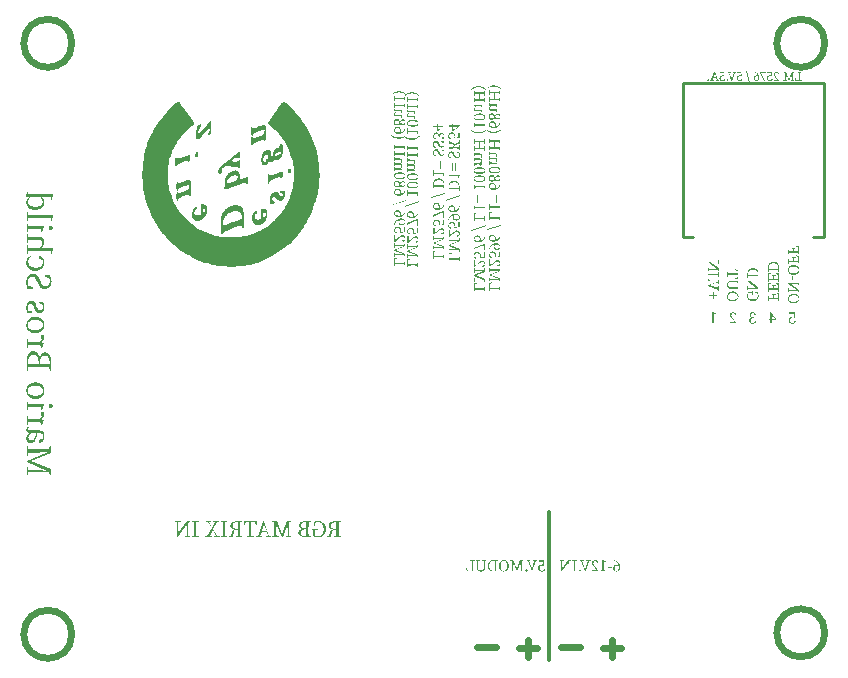
<source format=gbo>
G04 Layer: BottomSilkscreenLayer*
G04 EasyEDA v6.5.23, 2023-04-09 10:26:07*
G04 330b7c5f45e04ff093bb28af9a5d1234,10*
G04 Gerber Generator version 0.2*
G04 Scale: 100 percent, Rotated: No, Reflected: No *
G04 Dimensions in millimeters *
G04 leading zeros omitted , absolute positions ,4 integer and 5 decimal *
%FSLAX45Y45*%
%MOMM*%

%ADD10C,0.6000*%
%ADD11C,0.3000*%
%ADD12C,0.2500*%

%LPD*%
G36*
X2367178Y5059273D02*
G01*
X2365857Y5058918D01*
X2362657Y5057089D01*
X2358542Y5053482D01*
X2353360Y5047945D01*
X2346909Y5040223D01*
X2339035Y5030165D01*
X2329535Y5017566D01*
X2305202Y4983886D01*
X2282545Y4951882D01*
X2264156Y4925314D01*
X2249068Y4902962D01*
X2238298Y4886452D01*
X2234946Y4880914D01*
X2232710Y4876495D01*
X2233015Y4874564D01*
X2234336Y4871923D01*
X2236622Y4868672D01*
X2239822Y4864912D01*
X2243683Y4860798D01*
X2248255Y4856378D01*
X2258822Y4847336D01*
X2268118Y4839766D01*
X2277465Y4831689D01*
X2286762Y4823206D01*
X2296058Y4814265D01*
X2305253Y4805019D01*
X2323287Y4785614D01*
X2336342Y4770424D01*
X2352852Y4749647D01*
X2360625Y4739132D01*
X2368092Y4728565D01*
X2375154Y4717999D01*
X2381808Y4707534D01*
X2387955Y4697120D01*
X2393035Y4687976D01*
X2397455Y4679086D01*
X2402027Y4669282D01*
X2411323Y4647184D01*
X2422652Y4616602D01*
X2431034Y4591151D01*
X2438349Y4566208D01*
X2441498Y4554220D01*
X2444191Y4542840D01*
X2446426Y4532122D01*
X2448204Y4521758D01*
X2449677Y4510532D01*
X2450896Y4498543D01*
X2451862Y4485944D01*
X2452979Y4459173D01*
X2453132Y4445304D01*
X2452878Y4424222D01*
X2452420Y4410100D01*
X2451709Y4396079D01*
X2450744Y4382262D01*
X2448102Y4355795D01*
X2446426Y4343349D01*
X2444546Y4331563D01*
X2442464Y4320590D01*
X2440127Y4310532D01*
X2436977Y4299254D01*
X2428951Y4273397D01*
X2420162Y4248708D01*
X2415489Y4236770D01*
X2410612Y4225086D01*
X2400300Y4202480D01*
X2391968Y4186123D01*
X2380081Y4165142D01*
X2373833Y4154932D01*
X2367330Y4144924D01*
X2360574Y4135120D01*
X2353564Y4125468D01*
X2346350Y4116019D01*
X2338832Y4106672D01*
X2323084Y4088485D01*
X2310536Y4075176D01*
X2291181Y4056176D01*
X2281275Y4046880D01*
X2261616Y4029405D01*
X2242007Y4013352D01*
X2222398Y3998671D01*
X2202637Y3985310D01*
X2192680Y3979062D01*
X2177643Y3970274D01*
X2167534Y3964787D01*
X2152142Y3957065D01*
X2141728Y3952240D01*
X2120493Y3943400D01*
X2109622Y3939336D01*
X2098598Y3935526D01*
X2075383Y3928313D01*
X2051608Y3921810D01*
X2029561Y3916629D01*
X2018944Y3914546D01*
X1997913Y3911244D01*
X1987346Y3910025D01*
X1976526Y3909060D01*
X1965401Y3908348D01*
X1941830Y3907637D01*
X1915718Y3907790D01*
X1868322Y3909517D01*
X1841042Y3911447D01*
X1829358Y3912768D01*
X1818436Y3914394D01*
X1807819Y3916324D01*
X1797100Y3918762D01*
X1785874Y3921658D01*
X1773682Y3925112D01*
X1750009Y3932529D01*
X1726336Y3940810D01*
X1704187Y3949242D01*
X1686306Y3956913D01*
X1664411Y3967276D01*
X1654454Y3971442D01*
X1647850Y3973829D01*
X1643989Y3974439D01*
X1641957Y3975303D01*
X1640281Y3976573D01*
X1638249Y3979367D01*
X1632813Y3984396D01*
X1623720Y3991914D01*
X1591411Y4016959D01*
X1581658Y4025188D01*
X1571752Y4033926D01*
X1551584Y4052773D01*
X1536598Y4067759D01*
X1517192Y4088384D01*
X1499108Y4109110D01*
X1482852Y4129278D01*
X1475689Y4138929D01*
X1469186Y4148226D01*
X1463446Y4157065D01*
X1451356Y4177537D01*
X1440281Y4198467D01*
X1430172Y4219905D01*
X1425448Y4230878D01*
X1420926Y4242104D01*
X1416608Y4253534D01*
X1408531Y4277207D01*
X1404721Y4289501D01*
X1397609Y4315104D01*
X1395374Y4324654D01*
X1393342Y4335018D01*
X1391564Y4346194D01*
X1390040Y4357979D01*
X1388719Y4370324D01*
X1387652Y4383125D01*
X1386230Y4409795D01*
X1385722Y4437176D01*
X1385824Y4450892D01*
X1386738Y4477918D01*
X1387551Y4491075D01*
X1389888Y4516120D01*
X1391412Y4527854D01*
X1393139Y4538878D01*
X1395171Y4549190D01*
X1397355Y4558588D01*
X1404620Y4584496D01*
X1408531Y4596993D01*
X1412646Y4609287D01*
X1416964Y4621326D01*
X1421485Y4633112D01*
X1431137Y4656023D01*
X1436319Y4667148D01*
X1441704Y4678070D01*
X1447393Y4688840D01*
X1453286Y4699406D01*
X1459433Y4709820D01*
X1465834Y4720031D01*
X1472539Y4730140D01*
X1479499Y4740097D01*
X1486712Y4749952D01*
X1494282Y4759655D01*
X1502105Y4769256D01*
X1510233Y4778756D01*
X1518666Y4788204D01*
X1527454Y4797552D01*
X1536547Y4806848D01*
X1555699Y4825238D01*
X1565808Y4834382D01*
X1587042Y4852568D01*
X1609801Y4870754D01*
X1610055Y4871567D01*
X1609547Y4873294D01*
X1605788Y4880152D01*
X1597406Y4893056D01*
X1583182Y4913731D01*
X1507642Y5020868D01*
X1499971Y5031486D01*
X1493367Y5040172D01*
X1487525Y5046878D01*
X1484884Y5049570D01*
X1482344Y5051755D01*
X1479854Y5053482D01*
X1477518Y5054803D01*
X1475130Y5055666D01*
X1472793Y5056073D01*
X1470456Y5056073D01*
X1468069Y5055666D01*
X1465630Y5054854D01*
X1463040Y5053634D01*
X1460347Y5052060D01*
X1454505Y5047691D01*
X1447800Y5041849D01*
X1411478Y5007508D01*
X1393748Y4989931D01*
X1376629Y4971948D01*
X1360170Y4953558D01*
X1340510Y4929936D01*
X1325524Y4910632D01*
X1311198Y4890871D01*
X1300886Y4875834D01*
X1294231Y4865725D01*
X1284528Y4850333D01*
X1278280Y4839970D01*
X1269238Y4824272D01*
X1257757Y4803038D01*
X1249578Y4786884D01*
X1244346Y4776012D01*
X1236827Y4759553D01*
X1229715Y4742942D01*
X1220825Y4720539D01*
X1212596Y4697831D01*
X1206906Y4680610D01*
X1201623Y4663236D01*
X1195222Y4639868D01*
X1192225Y4628083D01*
X1186891Y4604359D01*
X1182217Y4580382D01*
X1179220Y4562246D01*
X1175867Y4537862D01*
X1173784Y4519472D01*
X1172159Y4500981D01*
X1170635Y4476140D01*
X1169822Y4451146D01*
X1169720Y4438599D01*
X1169924Y4419701D01*
X1170787Y4394352D01*
X1172413Y4369206D01*
X1174800Y4344974D01*
X1176274Y4332884D01*
X1178915Y4314748D01*
X1183081Y4290669D01*
X1185468Y4278680D01*
X1189380Y4260697D01*
X1195273Y4236923D01*
X1201928Y4213301D01*
X1209344Y4189831D01*
X1217422Y4166615D01*
X1226210Y4143654D01*
X1233271Y4126585D01*
X1245870Y4098544D01*
X1253896Y4081932D01*
X1265224Y4060139D01*
X1277162Y4038650D01*
X1289710Y4017619D01*
X1302867Y3996994D01*
X1309624Y3986834D01*
X1320088Y3971848D01*
X1327251Y3961993D01*
X1338275Y3947464D01*
X1345793Y3937914D01*
X1357274Y3923842D01*
X1369110Y3910076D01*
X1385316Y3892245D01*
X1393596Y3883558D01*
X1414881Y3862476D01*
X1427988Y3850335D01*
X1441399Y3838549D01*
X1459687Y3823411D01*
X1478381Y3808984D01*
X1498346Y3794709D01*
X1515313Y3783228D01*
X1537919Y3768801D01*
X1560576Y3755237D01*
X1577594Y3745737D01*
X1600352Y3733800D01*
X1617472Y3725468D01*
X1634693Y3717645D01*
X1657705Y3707993D01*
X1675028Y3701338D01*
X1698294Y3693261D01*
X1721764Y3686048D01*
X1745437Y3679698D01*
X1769313Y3674262D01*
X1781352Y3671824D01*
X1805635Y3667658D01*
X1817878Y3665880D01*
X1836369Y3663645D01*
X1861312Y3661359D01*
X1873859Y3660546D01*
X1892909Y3659682D01*
X1918614Y3659276D01*
X1943811Y3659632D01*
X1968550Y3660749D01*
X1992833Y3662629D01*
X2010816Y3664508D01*
X2034438Y3667709D01*
X2057704Y3671722D01*
X2080717Y3676497D01*
X2103475Y3682136D01*
X2114804Y3685235D01*
X2126030Y3688587D01*
X2142845Y3693972D01*
X2165146Y3701897D01*
X2181758Y3708400D01*
X2192883Y3713022D01*
X2214981Y3722928D01*
X2231593Y3730955D01*
X2253691Y3742436D01*
X2270353Y3751630D01*
X2292604Y3764737D01*
X2303830Y3771646D01*
X2320645Y3782415D01*
X2343302Y3797655D01*
X2364333Y3812641D01*
X2383332Y3827272D01*
X2397302Y3838752D01*
X2415540Y3854805D01*
X2433320Y3871569D01*
X2450592Y3889044D01*
X2467305Y3907180D01*
X2483561Y3925976D01*
X2495397Y3940505D01*
X2510637Y3960368D01*
X2521712Y3975658D01*
X2535936Y3996486D01*
X2549550Y4017873D01*
X2562555Y4039666D01*
X2574899Y4061968D01*
X2586583Y4084624D01*
X2594914Y4101896D01*
X2605379Y4125163D01*
X2617419Y4154779D01*
X2626207Y4178757D01*
X2634284Y4202988D01*
X2637993Y4215180D01*
X2643225Y4233621D01*
X2648000Y4252112D01*
X2652318Y4270654D01*
X2657297Y4295546D01*
X2659532Y4308043D01*
X2662377Y4326788D01*
X2664053Y4339285D01*
X2665476Y4351832D01*
X2667711Y4377131D01*
X2668524Y4389882D01*
X2669489Y4415586D01*
X2669692Y4441393D01*
X2669082Y4467301D01*
X2668066Y4486808D01*
X2666644Y4506264D01*
X2665425Y4519218D01*
X2663240Y4538624D01*
X2659634Y4564430D01*
X2657551Y4577232D01*
X2653995Y4596384D01*
X2648661Y4621682D01*
X2644140Y4640427D01*
X2637434Y4665116D01*
X2631897Y4683353D01*
X2624886Y4703978D01*
X2616962Y4724450D01*
X2607818Y4745736D01*
X2597607Y4767681D01*
X2583484Y4795723D01*
X2571242Y4818329D01*
X2554986Y4846370D01*
X2548280Y4857496D01*
X2531008Y4884572D01*
X2523947Y4895138D01*
X2509621Y4915458D01*
X2495245Y4934661D01*
X2488082Y4943805D01*
X2481580Y4951628D01*
X2465222Y4969713D01*
X2445918Y4989830D01*
X2420315Y5015077D01*
X2400757Y5033365D01*
X2383891Y5048046D01*
X2377033Y5053533D01*
X2369362Y5058867D01*
X2368346Y5059222D01*
G37*
G36*
X1749043Y4893360D02*
G01*
X1747977Y4892852D01*
X1743252Y4888890D01*
X1735429Y4881422D01*
X1713026Y4858410D01*
X1667662Y4809744D01*
X1656029Y4798110D01*
X1647850Y4790846D01*
X1644904Y4788763D01*
X1642719Y4787696D01*
X1641195Y4787544D01*
X1640332Y4788255D01*
X1640078Y4789881D01*
X1640586Y4796028D01*
X1642008Y4802987D01*
X1644243Y4810404D01*
X1647088Y4817872D01*
X1650390Y4825085D01*
X1653997Y4831588D01*
X1657705Y4837023D01*
X1661464Y4841087D01*
X1666595Y4848250D01*
X1669389Y4857038D01*
X1669338Y4864404D01*
X1665935Y4867300D01*
X1663141Y4866538D01*
X1658264Y4864557D01*
X1645005Y4858258D01*
X1627733Y4849418D01*
X1625955Y4771948D01*
X1626057Y4760214D01*
X1626616Y4750765D01*
X1627784Y4743551D01*
X1628648Y4740808D01*
X1629664Y4738674D01*
X1630933Y4737049D01*
X1632356Y4735982D01*
X1634083Y4735474D01*
X1636064Y4735474D01*
X1638300Y4736084D01*
X1640839Y4737201D01*
X1646834Y4741164D01*
X1654149Y4747209D01*
X1662938Y4755489D01*
X1673352Y4765852D01*
X1719681Y4813604D01*
X1731162Y4824526D01*
X1735175Y4827930D01*
X1738274Y4830064D01*
X1740509Y4831029D01*
X1742033Y4830978D01*
X1742998Y4829911D01*
X1743456Y4827981D01*
X1743608Y4825238D01*
X1742643Y4818735D01*
X1739950Y4811064D01*
X1736039Y4803241D01*
X1731264Y4796180D01*
X1726844Y4790440D01*
X1723389Y4785360D01*
X1720951Y4780940D01*
X1719427Y4777282D01*
X1718868Y4774336D01*
X1719224Y4772101D01*
X1720545Y4770678D01*
X1722780Y4770018D01*
X1725930Y4770120D01*
X1730044Y4771085D01*
X1735023Y4772812D01*
X1743710Y4776825D01*
X1746097Y4778248D01*
X1748078Y4779873D01*
X1749653Y4781905D01*
X1750872Y4784547D01*
X1751787Y4788001D01*
X1752498Y4792472D01*
X1752955Y4798212D01*
X1753362Y4814112D01*
X1753463Y4837430D01*
X1753107Y4859121D01*
X1752142Y4876952D01*
X1751533Y4883810D01*
X1750771Y4888941D01*
X1749958Y4892243D01*
G37*
G36*
X2198674Y4856530D02*
G01*
X2194407Y4856480D01*
X2189378Y4855870D01*
X2183434Y4854651D01*
X2176576Y4852771D01*
X2159558Y4847183D01*
X2127961Y4835702D01*
X2121052Y4833670D01*
X2116074Y4832756D01*
X2112467Y4832908D01*
X2109774Y4834128D01*
X2107488Y4836312D01*
X2101342Y4844389D01*
X2098598Y4846320D01*
X2096160Y4845405D01*
X2093417Y4841697D01*
X2091893Y4837938D01*
X2090775Y4832400D01*
X2090064Y4825492D01*
X2089708Y4817618D01*
X2089657Y4809134D01*
X2089962Y4800447D01*
X2090572Y4791913D01*
X2091436Y4783988D01*
X2092553Y4776978D01*
X2093925Y4771339D01*
X2095550Y4767376D01*
X2097379Y4765548D01*
X2099767Y4765344D01*
X2101697Y4766462D01*
X2103018Y4768646D01*
X2103526Y4771644D01*
X2104694Y4775606D01*
X2107895Y4780280D01*
X2112568Y4785055D01*
X2118360Y4789373D01*
X2124049Y4792675D01*
X2130806Y4796028D01*
X2138324Y4799279D01*
X2154682Y4805426D01*
X2163013Y4808118D01*
X2178710Y4812334D01*
X2185619Y4813706D01*
X2191562Y4814519D01*
X2196236Y4814722D01*
X2199487Y4814112D01*
X2203551Y4811928D01*
X2204872Y4808778D01*
X2203399Y4803292D01*
X2196744Y4789220D01*
X2194509Y4785055D01*
X2192324Y4781550D01*
X2190038Y4778552D01*
X2187397Y4775911D01*
X2184298Y4773523D01*
X2180590Y4771339D01*
X2176068Y4769154D01*
X2163876Y4764532D01*
X2146503Y4758740D01*
X2129942Y4753711D01*
X2123643Y4752187D01*
X2118512Y4751324D01*
X2114346Y4751120D01*
X2110994Y4751476D01*
X2108250Y4752390D01*
X2101850Y4756861D01*
X2098294Y4757877D01*
X2095347Y4757013D01*
X2092909Y4754168D01*
X2091080Y4749393D01*
X2089759Y4742586D01*
X2088997Y4733798D01*
X2088743Y4722977D01*
X2088845Y4714748D01*
X2089251Y4707737D01*
X2089912Y4701844D01*
X2090826Y4697069D01*
X2092045Y4693462D01*
X2093620Y4690922D01*
X2095449Y4689449D01*
X2097633Y4689094D01*
X2100173Y4689754D01*
X2103069Y4691481D01*
X2106320Y4694224D01*
X2109927Y4697984D01*
X2113178Y4700981D01*
X2117648Y4704130D01*
X2123135Y4707382D01*
X2129485Y4710684D01*
X2143912Y4717135D01*
X2159406Y4722926D01*
X2167077Y4725466D01*
X2174392Y4727600D01*
X2181250Y4729327D01*
X2187346Y4730597D01*
X2192578Y4731258D01*
X2196693Y4731308D01*
X2199538Y4730699D01*
X2200910Y4729327D01*
X2203958Y4724044D01*
X2207514Y4723384D01*
X2210866Y4726990D01*
X2213203Y4734560D01*
X2214270Y4743602D01*
X2215083Y4755083D01*
X2215540Y4768342D01*
X2215743Y4782616D01*
X2215337Y4811217D01*
X2214727Y4824018D01*
X2213914Y4834890D01*
X2212848Y4843018D01*
X2212238Y4845862D01*
X2211578Y4847742D01*
X2209800Y4850638D01*
X2207717Y4852974D01*
X2205228Y4854752D01*
X2202230Y4855921D01*
G37*
G36*
X2344013Y4701540D02*
G01*
X2340356Y4701286D01*
X2337104Y4699711D01*
X2334310Y4696866D01*
X2332177Y4692853D01*
X2330805Y4687824D01*
X2329840Y4674870D01*
X2328468Y4669942D01*
X2326081Y4667097D01*
X2322677Y4666132D01*
X2317750Y4665776D01*
X2312873Y4664760D01*
X2308098Y4663033D01*
X2303475Y4660747D01*
X2299004Y4657902D01*
X2294788Y4654550D01*
X2290775Y4650740D01*
X2287016Y4646472D01*
X2283561Y4641799D01*
X2280513Y4636820D01*
X2277770Y4631537D01*
X2275484Y4626000D01*
X2273655Y4620260D01*
X2272284Y4614316D01*
X2271420Y4608271D01*
X2271287Y4605070D01*
X2289251Y4605070D01*
X2290521Y4608626D01*
X2293569Y4612843D01*
X2298242Y4617262D01*
X2303932Y4621326D01*
X2309926Y4624527D01*
X2316480Y4626864D01*
X2323541Y4628489D01*
X2330246Y4629302D01*
X2335784Y4629150D01*
X2341829Y4627880D01*
X2343302Y4625695D01*
X2339848Y4621276D01*
X2330958Y4613198D01*
X2325878Y4609236D01*
X2320594Y4605832D01*
X2315260Y4603038D01*
X2309977Y4600854D01*
X2304948Y4599381D01*
X2300376Y4598517D01*
X2296312Y4598365D01*
X2293061Y4598974D01*
X2290673Y4600244D01*
X2289352Y4602276D01*
X2289251Y4605070D01*
X2271287Y4605070D01*
X2270760Y4594910D01*
X2269693Y4588510D01*
X2268118Y4583582D01*
X2266238Y4580940D01*
X2264156Y4581448D01*
X2262632Y4585614D01*
X2261616Y4593234D01*
X2261006Y4611674D01*
X2260244Y4618736D01*
X2258923Y4625136D01*
X2257145Y4630775D01*
X2254910Y4635652D01*
X2252218Y4639818D01*
X2249068Y4643170D01*
X2245512Y4645812D01*
X2241550Y4647641D01*
X2237232Y4648657D01*
X2232507Y4648911D01*
X2227478Y4648352D01*
X2222093Y4646980D01*
X2216404Y4644745D01*
X2210358Y4641697D01*
X2204110Y4637786D01*
X2200757Y4635144D01*
X2197608Y4631944D01*
X2194610Y4628184D01*
X2191867Y4623917D01*
X2189276Y4619244D01*
X2186940Y4614164D01*
X2184806Y4608728D01*
X2182926Y4603038D01*
X2181301Y4597044D01*
X2179929Y4590897D01*
X2178812Y4584598D01*
X2177999Y4578197D01*
X2177440Y4571746D01*
X2177216Y4566056D01*
X2192782Y4566056D01*
X2193239Y4571136D01*
X2194255Y4576368D01*
X2195779Y4581550D01*
X2197862Y4586630D01*
X2200300Y4591456D01*
X2203196Y4595926D01*
X2206345Y4599889D01*
X2209800Y4603292D01*
X2213457Y4605985D01*
X2217267Y4607814D01*
X2221230Y4608677D01*
X2225192Y4608474D01*
X2229256Y4606645D01*
X2232355Y4602988D01*
X2234488Y4597450D01*
X2235708Y4589932D01*
X2236114Y4581296D01*
X2235047Y4576216D01*
X2231999Y4573828D01*
X2221230Y4572660D01*
X2218334Y4570730D01*
X2217369Y4566869D01*
X2218080Y4560519D01*
X2218436Y4555185D01*
X2217623Y4550765D01*
X2215794Y4547362D01*
X2213102Y4545025D01*
X2209800Y4544009D01*
X2206091Y4544263D01*
X2202129Y4545990D01*
X2198166Y4549292D01*
X2195626Y4552746D01*
X2193950Y4556760D01*
X2193036Y4561230D01*
X2192782Y4566056D01*
X2177216Y4566056D01*
X2177237Y4558893D01*
X2177592Y4552543D01*
X2178253Y4546396D01*
X2179320Y4540453D01*
X2180691Y4534763D01*
X2182418Y4529328D01*
X2185619Y4522266D01*
X2189683Y4518406D01*
X2195982Y4516983D01*
X2205837Y4517390D01*
X2215591Y4518863D01*
X2222500Y4522012D01*
X2227834Y4527753D01*
X2232964Y4537049D01*
X2236266Y4543552D01*
X2239010Y4547920D01*
X2240889Y4549749D01*
X2241550Y4548682D01*
X2242566Y4545685D01*
X2245207Y4543704D01*
X2249170Y4542586D01*
X2253945Y4542434D01*
X2259177Y4543145D01*
X2264410Y4544669D01*
X2269236Y4547108D01*
X2273249Y4550308D01*
X2276297Y4553813D01*
X2278735Y4557369D01*
X2280412Y4560519D01*
X2281021Y4562906D01*
X2282393Y4564430D01*
X2286050Y4565192D01*
X2291537Y4565243D01*
X2303221Y4563872D01*
X2308148Y4563872D01*
X2312974Y4564430D01*
X2317648Y4565548D01*
X2322169Y4567275D01*
X2326589Y4569510D01*
X2330856Y4572355D01*
X2334971Y4575708D01*
X2338933Y4579670D01*
X2342743Y4584141D01*
X2346350Y4589170D01*
X2349855Y4594758D01*
X2351887Y4599076D01*
X2353665Y4604461D01*
X2355240Y4610760D01*
X2356561Y4617821D01*
X2357628Y4625441D01*
X2358440Y4633518D01*
X2358999Y4641748D01*
X2359355Y4658207D01*
X2359101Y4666132D01*
X2358593Y4673549D01*
X2357831Y4680305D01*
X2356815Y4686300D01*
X2355494Y4691278D01*
X2353868Y4695088D01*
X2351989Y4697628D01*
X2347925Y4700320D01*
G37*
G36*
X1987143Y4635398D02*
G01*
X1983993Y4634077D01*
X1980387Y4630572D01*
X1975408Y4623460D01*
X1971192Y4619091D01*
X1955190Y4604766D01*
X1931365Y4584903D01*
X1902409Y4561789D01*
X1872132Y4537964D01*
X1845919Y4516424D01*
X1835251Y4507280D01*
X1826564Y4499508D01*
X1820214Y4493514D01*
X1816557Y4489450D01*
X1815846Y4488230D01*
X1814271Y4482744D01*
X1813255Y4476597D01*
X1812798Y4470146D01*
X1812798Y4463796D01*
X1813306Y4457852D01*
X1814271Y4452772D01*
X1815693Y4448911D01*
X1817573Y4446625D01*
X1820316Y4445660D01*
X1823974Y4445304D01*
X1828190Y4445660D01*
X1832406Y4446676D01*
X1837131Y4449216D01*
X1840128Y4453432D01*
X1841754Y4460087D01*
X1842312Y4475683D01*
X1842820Y4480509D01*
X1843735Y4484624D01*
X1845208Y4488129D01*
X1847342Y4491278D01*
X1850288Y4494276D01*
X1854149Y4497324D01*
X1862734Y4502962D01*
X1866188Y4504893D01*
X1869541Y4506468D01*
X1872945Y4507687D01*
X1876653Y4508601D01*
X1880819Y4509109D01*
X1885594Y4509363D01*
X1897888Y4509008D01*
X1915058Y4507585D01*
X1936089Y4505452D01*
X1954885Y4502861D01*
X1970125Y4500067D01*
X1975866Y4498644D01*
X1979980Y4497324D01*
X1982266Y4496155D01*
X1984959Y4494276D01*
X1987651Y4493260D01*
X1990039Y4493158D01*
X1991817Y4494072D01*
X1992782Y4496308D01*
X1993595Y4500575D01*
X1994255Y4506417D01*
X1994916Y4521200D01*
X1994865Y4537608D01*
X1994052Y4552442D01*
X1993392Y4558284D01*
X1992579Y4562551D01*
X1991563Y4564837D01*
X1989582Y4565396D01*
X1986788Y4564227D01*
X1983536Y4561535D01*
X1977745Y4554575D01*
X1975205Y4552137D01*
X1972310Y4550308D01*
X1968906Y4549089D01*
X1964740Y4548276D01*
X1959660Y4547971D01*
X1953361Y4547971D01*
X1919122Y4549952D01*
X1954631Y4575352D01*
X1960981Y4579569D01*
X1966264Y4582668D01*
X1970633Y4584801D01*
X1974240Y4585970D01*
X1977237Y4586224D01*
X1979675Y4585665D01*
X1981809Y4584344D01*
X1985213Y4581804D01*
X1988057Y4580788D01*
X1990343Y4581347D01*
X1992122Y4583531D01*
X1993493Y4587443D01*
X1994357Y4593132D01*
X1994865Y4600702D01*
X1995068Y4610201D01*
X1994712Y4619345D01*
X1993696Y4626457D01*
X1992071Y4631537D01*
X1989836Y4634534D01*
G37*
G36*
X1633372Y4629048D02*
G01*
X1629359Y4628591D01*
X1625650Y4626762D01*
X1622298Y4623866D01*
X1619453Y4619904D01*
X1617319Y4615129D01*
X1615897Y4609642D01*
X1615389Y4603546D01*
X1615897Y4596028D01*
X1617675Y4591507D01*
X1621282Y4589272D01*
X1627327Y4588662D01*
X1632153Y4589170D01*
X1636471Y4590592D01*
X1639824Y4592624D01*
X1641703Y4595164D01*
X1643329Y4600295D01*
X1644243Y4605528D01*
X1644548Y4610709D01*
X1644243Y4615586D01*
X1643380Y4619955D01*
X1641957Y4623663D01*
X1639976Y4626457D01*
X1637538Y4628134D01*
G37*
G36*
X1568907Y4601972D02*
G01*
X1565198Y4601616D01*
X1559915Y4600651D01*
X1553362Y4599127D01*
X1537157Y4594555D01*
X1494536Y4580432D01*
X1485696Y4577943D01*
X1478534Y4576318D01*
X1472844Y4575505D01*
X1468323Y4575505D01*
X1464716Y4576216D01*
X1461820Y4577638D01*
X1454708Y4581804D01*
X1451965Y4583074D01*
X1450289Y4583531D01*
X1449781Y4582718D01*
X1448866Y4576876D01*
X1448206Y4566412D01*
X1447800Y4552594D01*
X1447901Y4536033D01*
X1448206Y4528362D01*
X1448765Y4521708D01*
X1449476Y4516120D01*
X1450390Y4511751D01*
X1451406Y4508500D01*
X1452626Y4506468D01*
X1453946Y4505756D01*
X1455318Y4506264D01*
X1456842Y4508195D01*
X1458366Y4511446D01*
X1459992Y4516120D01*
X1461312Y4518710D01*
X1463802Y4521504D01*
X1467358Y4524451D01*
X1472031Y4527600D01*
X1477873Y4530902D01*
X1484833Y4534408D01*
X1492910Y4538065D01*
X1511757Y4545787D01*
X1527860Y4551781D01*
X1539900Y4555591D01*
X1544574Y4556658D01*
X1548333Y4557217D01*
X1551330Y4557268D01*
X1553565Y4556810D01*
X1555089Y4555845D01*
X1555953Y4554423D01*
X1556867Y4548936D01*
X1558493Y4547057D01*
X1560880Y4546701D01*
X1563624Y4547666D01*
X1566468Y4549851D01*
X1569110Y4553000D01*
X1571193Y4556963D01*
X1572412Y4561586D01*
X1574546Y4578756D01*
X1575003Y4585208D01*
X1575003Y4590491D01*
X1574647Y4594656D01*
X1573834Y4597806D01*
X1572564Y4600143D01*
X1570888Y4601667D01*
G37*
G36*
X2417318Y4489653D02*
G01*
X2413304Y4489145D01*
X2409596Y4487316D01*
X2406243Y4484420D01*
X2403398Y4480458D01*
X2401265Y4475683D01*
X2399842Y4470196D01*
X2399334Y4464100D01*
X2399842Y4456684D01*
X2401570Y4452112D01*
X2405075Y4449876D01*
X2410866Y4449267D01*
X2415590Y4449521D01*
X2419959Y4450283D01*
X2423464Y4451350D01*
X2425649Y4452670D01*
X2427579Y4456023D01*
X2428697Y4460697D01*
X2429103Y4466234D01*
X2428748Y4472076D01*
X2427732Y4477766D01*
X2426157Y4482744D01*
X2424074Y4486605D01*
X2421483Y4488738D01*
G37*
G36*
X1955495Y4473448D02*
G01*
X1949500Y4472990D01*
X1943150Y4471873D01*
X1936394Y4470095D01*
X1930755Y4468266D01*
X1925320Y4466183D01*
X1920087Y4463846D01*
X1915109Y4461306D01*
X1910384Y4458563D01*
X1905863Y4455617D01*
X1901545Y4452467D01*
X1897532Y4449114D01*
X1893722Y4445558D01*
X1886813Y4437888D01*
X1883765Y4433773D01*
X1880971Y4429506D01*
X1878380Y4425035D01*
X1876094Y4420412D01*
X1874062Y4415637D01*
X1872284Y4410659D01*
X1870811Y4405579D01*
X1869592Y4400346D01*
X1868627Y4394911D01*
X1867966Y4389374D01*
X1867560Y4383735D01*
X1867581Y4374337D01*
X1883867Y4374337D01*
X1883968Y4378807D01*
X1885543Y4384548D01*
X1888591Y4391507D01*
X1891131Y4395927D01*
X1894230Y4400296D01*
X1897938Y4404563D01*
X1902053Y4408627D01*
X1906574Y4412538D01*
X1911451Y4416196D01*
X1916531Y4419600D01*
X1921814Y4422698D01*
X1927250Y4425442D01*
X1932686Y4427778D01*
X1938121Y4429760D01*
X1943455Y4431233D01*
X1948586Y4432198D01*
X1953514Y4432655D01*
X1958136Y4432554D01*
X1962353Y4431792D01*
X1966620Y4430420D01*
X1970125Y4428693D01*
X1972868Y4426661D01*
X1974951Y4424375D01*
X1976323Y4421835D01*
X1976983Y4419092D01*
X1977085Y4416196D01*
X1976577Y4413097D01*
X1975459Y4409948D01*
X1973783Y4406646D01*
X1971598Y4403344D01*
X1968906Y4399991D01*
X1965756Y4396638D01*
X1962150Y4393336D01*
X1958136Y4390085D01*
X1953717Y4386935D01*
X1948942Y4383887D01*
X1943811Y4381042D01*
X1938375Y4378350D01*
X1932635Y4375912D01*
X1926640Y4373676D01*
X1920443Y4371746D01*
X1913991Y4370070D01*
X1907387Y4368800D01*
X1899361Y4367784D01*
X1893062Y4367784D01*
X1888388Y4368850D01*
X1885340Y4371035D01*
X1883867Y4374337D01*
X1867581Y4374337D01*
X1868017Y4359910D01*
X1867712Y4349394D01*
X1866900Y4341672D01*
X1865630Y4337761D01*
X1862378Y4331309D01*
X1862175Y4323791D01*
X1864614Y4317593D01*
X1869338Y4314952D01*
X1872488Y4315561D01*
X1887524Y4319981D01*
X1911705Y4327855D01*
X2003298Y4359706D01*
X2018080Y4364431D01*
X2028799Y4367377D01*
X2032914Y4368241D01*
X2039061Y4368850D01*
X2041347Y4368596D01*
X2043125Y4368088D01*
X2044598Y4367276D01*
X2046884Y4364837D01*
X2052218Y4358386D01*
X2055926Y4357065D01*
X2058568Y4361027D01*
X2060549Y4370476D01*
X2061972Y4381601D01*
X2062937Y4391253D01*
X2063292Y4399483D01*
X2063191Y4406188D01*
X2062530Y4411472D01*
X2061362Y4415231D01*
X2059686Y4417517D01*
X2057450Y4418279D01*
X2052675Y4417466D01*
X2044598Y4415332D01*
X2034286Y4412132D01*
X1995068Y4398162D01*
X1995068Y4422546D01*
X1994814Y4430014D01*
X1994052Y4436872D01*
X1992782Y4443222D01*
X1991055Y4448962D01*
X1988870Y4454093D01*
X1986229Y4458665D01*
X1983130Y4462627D01*
X1979574Y4465980D01*
X1975612Y4468723D01*
X1971192Y4470857D01*
X1966366Y4472381D01*
X1961134Y4473194D01*
G37*
G36*
X2353716Y4461916D02*
G01*
X2349906Y4461408D01*
X2337562Y4458411D01*
X2320340Y4453229D01*
X2273046Y4437227D01*
X2263800Y4434484D01*
X2256790Y4432858D01*
X2251710Y4432300D01*
X2248052Y4432706D01*
X2245461Y4434078D01*
X2243480Y4436262D01*
X2241194Y4439361D01*
X2239213Y4441545D01*
X2237536Y4442815D01*
X2236063Y4443120D01*
X2234895Y4442358D01*
X2233930Y4440478D01*
X2233168Y4437481D01*
X2232152Y4427677D01*
X2231745Y4412488D01*
X2231796Y4394098D01*
X2232507Y4379112D01*
X2233828Y4368190D01*
X2234641Y4364532D01*
X2235606Y4362246D01*
X2236622Y4361434D01*
X2238552Y4361992D01*
X2240127Y4363516D01*
X2241194Y4365701D01*
X2241905Y4371340D01*
X2242921Y4374235D01*
X2244598Y4377131D01*
X2247036Y4380026D01*
X2250186Y4382973D01*
X2254097Y4385970D01*
X2258822Y4389018D01*
X2264308Y4392117D01*
X2270658Y4395368D01*
X2285898Y4402124D01*
X2304237Y4409236D01*
X2312162Y4411980D01*
X2318816Y4414012D01*
X2324252Y4415332D01*
X2328621Y4415942D01*
X2332075Y4415891D01*
X2334666Y4415180D01*
X2343353Y4408830D01*
X2349246Y4408678D01*
X2353716Y4413148D01*
X2356358Y4422140D01*
X2357628Y4431233D01*
X2358948Y4445406D01*
X2359050Y4450689D01*
X2358745Y4454855D01*
X2358085Y4458055D01*
X2357069Y4460290D01*
X2355596Y4461764D01*
G37*
G36*
X1560830Y4391609D02*
G01*
X1556054Y4391152D01*
X1550365Y4390034D01*
X1543558Y4388256D01*
X1526133Y4382719D01*
X1505254Y4375607D01*
X1496822Y4372965D01*
X1489760Y4371035D01*
X1483918Y4369816D01*
X1479245Y4369206D01*
X1475587Y4369257D01*
X1472895Y4369917D01*
X1471015Y4371187D01*
X1467307Y4374591D01*
X1464310Y4376216D01*
X1461973Y4375810D01*
X1460246Y4373270D01*
X1458976Y4368393D01*
X1458214Y4361027D01*
X1457756Y4351020D01*
X1457706Y4328972D01*
X1457960Y4321048D01*
X1458417Y4314393D01*
X1459077Y4309008D01*
X1459890Y4304893D01*
X1460906Y4302048D01*
X1462074Y4300423D01*
X1463497Y4300118D01*
X1465072Y4301032D01*
X1466850Y4303217D01*
X1468831Y4306620D01*
X1471015Y4311294D01*
X1472844Y4314444D01*
X1475587Y4317542D01*
X1479296Y4320590D01*
X1484122Y4323740D01*
X1490167Y4326940D01*
X1497431Y4330293D01*
X1506067Y4333849D01*
X1524965Y4340809D01*
X1539798Y4345686D01*
X1545945Y4347413D01*
X1551228Y4348632D01*
X1555699Y4349343D01*
X1559407Y4349597D01*
X1562354Y4349292D01*
X1564640Y4348480D01*
X1566164Y4347210D01*
X1567078Y4345330D01*
X1567332Y4342993D01*
X1567027Y4340047D01*
X1566113Y4336643D01*
X1564690Y4332630D01*
X1562709Y4328058D01*
X1560169Y4322978D01*
X1557426Y4318609D01*
X1554276Y4314748D01*
X1550568Y4311294D01*
X1546199Y4308144D01*
X1540865Y4305096D01*
X1534515Y4302099D01*
X1526997Y4298899D01*
X1506524Y4290923D01*
X1491691Y4285589D01*
X1486103Y4283862D01*
X1481531Y4282744D01*
X1477873Y4282186D01*
X1475028Y4282135D01*
X1472844Y4282592D01*
X1471218Y4283557D01*
X1470050Y4284980D01*
X1467561Y4290720D01*
X1466037Y4293260D01*
X1464564Y4294581D01*
X1463243Y4294682D01*
X1462024Y4293616D01*
X1460906Y4291380D01*
X1459941Y4288028D01*
X1458518Y4278122D01*
X1458010Y4271568D01*
X1457604Y4255566D01*
X1458061Y4239209D01*
X1458620Y4232554D01*
X1459331Y4227017D01*
X1460246Y4222597D01*
X1461262Y4219346D01*
X1462481Y4217263D01*
X1463751Y4216501D01*
X1465173Y4216958D01*
X1466646Y4218787D01*
X1468170Y4221988D01*
X1469796Y4226610D01*
X1471117Y4229150D01*
X1473504Y4231944D01*
X1476908Y4234840D01*
X1481175Y4237939D01*
X1486154Y4241088D01*
X1497787Y4247388D01*
X1510893Y4253433D01*
X1524457Y4258818D01*
X1537512Y4263186D01*
X1549044Y4266082D01*
X1553972Y4266844D01*
X1558137Y4267149D01*
X1561439Y4266844D01*
X1563725Y4265980D01*
X1564944Y4264406D01*
X1566672Y4260799D01*
X1568907Y4258716D01*
X1571498Y4258005D01*
X1574190Y4258665D01*
X1576781Y4260494D01*
X1579067Y4263491D01*
X1580794Y4267454D01*
X1581861Y4272381D01*
X1583334Y4288637D01*
X1584248Y4305503D01*
X1584502Y4322267D01*
X1584248Y4338269D01*
X1583436Y4352798D01*
X1582064Y4365193D01*
X1581251Y4370374D01*
X1580235Y4374743D01*
X1579168Y4378248D01*
X1577949Y4380839D01*
X1575714Y4384192D01*
X1573428Y4386935D01*
X1570939Y4389069D01*
X1568094Y4390542D01*
X1564792Y4391406D01*
G37*
G36*
X2354986Y4299508D02*
G01*
X2347010Y4299000D01*
X2341067Y4297680D01*
X2337206Y4295698D01*
X2335479Y4293108D01*
X2335885Y4290161D01*
X2338476Y4286910D01*
X2343302Y4283608D01*
X2358186Y4276750D01*
X2361996Y4273499D01*
X2362454Y4269435D01*
X2360066Y4263644D01*
X2356916Y4258614D01*
X2353564Y4255312D01*
X2349957Y4253738D01*
X2346198Y4253839D01*
X2342235Y4255617D01*
X2338120Y4259122D01*
X2333955Y4264253D01*
X2326589Y4276090D01*
X2323338Y4280458D01*
X2319883Y4284116D01*
X2316276Y4287215D01*
X2312517Y4289602D01*
X2308504Y4291380D01*
X2304338Y4292549D01*
X2299919Y4293057D01*
X2295347Y4292955D01*
X2290572Y4292244D01*
X2285542Y4290872D01*
X2280361Y4288840D01*
X2274976Y4286148D01*
X2270099Y4282897D01*
X2265629Y4279138D01*
X2261666Y4274769D01*
X2258161Y4269892D01*
X2255062Y4264456D01*
X2252472Y4258513D01*
X2250338Y4252061D01*
X2248662Y4245051D01*
X2247493Y4237583D01*
X2246782Y4229557D01*
X2246528Y4221022D01*
X2246934Y4209338D01*
X2248001Y4199331D01*
X2249576Y4191965D01*
X2251557Y4188409D01*
X2254859Y4187596D01*
X2260142Y4187850D01*
X2266645Y4189018D01*
X2273706Y4191050D01*
X2280818Y4194149D01*
X2286050Y4197654D01*
X2289302Y4201515D01*
X2290572Y4205528D01*
X2289911Y4209592D01*
X2287320Y4213504D01*
X2282698Y4217162D01*
X2270302Y4223004D01*
X2266035Y4225645D01*
X2263292Y4228439D01*
X2262073Y4231538D01*
X2262327Y4234942D01*
X2264054Y4238904D01*
X2267305Y4243425D01*
X2271928Y4248658D01*
X2282596Y4259783D01*
X2300274Y4238244D01*
X2305913Y4231894D01*
X2311400Y4226610D01*
X2316784Y4222394D01*
X2322068Y4219244D01*
X2327300Y4217162D01*
X2332431Y4216196D01*
X2337460Y4216247D01*
X2342489Y4217416D01*
X2347417Y4219651D01*
X2352294Y4222953D01*
X2357120Y4227322D01*
X2361946Y4232757D01*
X2365349Y4237278D01*
X2368143Y4241647D01*
X2370328Y4246016D01*
X2372055Y4250588D01*
X2373274Y4255516D01*
X2374087Y4261002D01*
X2374544Y4267098D01*
X2374696Y4299508D01*
G37*
G36*
X1664716Y4185869D02*
G01*
X1664547Y4128109D01*
X1679651Y4128109D01*
X1679905Y4139996D01*
X1681276Y4146499D01*
X1684477Y4148988D01*
X1690217Y4148785D01*
X1695297Y4147565D01*
X1699056Y4145737D01*
X1701393Y4143248D01*
X1702307Y4140098D01*
X1701850Y4136288D01*
X1700022Y4131767D01*
X1696821Y4126534D01*
X1692198Y4120591D01*
X1679803Y4105808D01*
X1679651Y4128109D01*
X1664547Y4128109D01*
X1663903Y4113225D01*
X1663141Y4107179D01*
X1662125Y4102709D01*
X1660753Y4099458D01*
X1659026Y4097324D01*
X1656892Y4096054D01*
X1650949Y4094175D01*
X1644751Y4093108D01*
X1638503Y4092905D01*
X1632407Y4093514D01*
X1626616Y4094886D01*
X1621282Y4097020D01*
X1616659Y4099864D01*
X1612849Y4103370D01*
X1608023Y4109567D01*
X1606346Y4114901D01*
X1607667Y4121556D01*
X1611985Y4131767D01*
X1615541Y4138726D01*
X1619250Y4144416D01*
X1622602Y4148277D01*
X1627124Y4150512D01*
X1628698Y4152696D01*
X1629816Y4155948D01*
X1630172Y4159859D01*
X1629714Y4164787D01*
X1628038Y4167276D01*
X1624685Y4167581D01*
X1619097Y4165904D01*
X1614982Y4163872D01*
X1611172Y4160977D01*
X1607667Y4157370D01*
X1604416Y4153052D01*
X1601470Y4148124D01*
X1598828Y4142740D01*
X1596542Y4136898D01*
X1594612Y4130649D01*
X1593037Y4124198D01*
X1591818Y4117543D01*
X1591005Y4110786D01*
X1590548Y4104030D01*
X1590548Y4097324D01*
X1590954Y4090771D01*
X1591767Y4084421D01*
X1593037Y4078427D01*
X1594764Y4072788D01*
X1596999Y4067657D01*
X1599692Y4063034D01*
X1602841Y4059123D01*
X1606499Y4055770D01*
X1610410Y4052976D01*
X1614627Y4050690D01*
X1619097Y4048963D01*
X1623771Y4047794D01*
X1628648Y4047083D01*
X1633677Y4046880D01*
X1638807Y4047134D01*
X1643989Y4047896D01*
X1649272Y4049115D01*
X1654606Y4050741D01*
X1659889Y4052773D01*
X1665173Y4055262D01*
X1670354Y4058107D01*
X1675485Y4061358D01*
X1680464Y4065015D01*
X1685289Y4068978D01*
X1689912Y4073296D01*
X1694332Y4077970D01*
X1698498Y4082948D01*
X1702358Y4088231D01*
X1705914Y4093819D01*
X1709166Y4099712D01*
X1712010Y4105808D01*
X1714042Y4111345D01*
X1715719Y4117238D01*
X1716938Y4123486D01*
X1717852Y4129887D01*
X1718360Y4136339D01*
X1718462Y4142790D01*
X1718208Y4149090D01*
X1717598Y4155135D01*
X1716582Y4160774D01*
X1715160Y4165955D01*
X1713382Y4170527D01*
X1711248Y4174388D01*
X1706676Y4179773D01*
X1700987Y4183329D01*
X1693722Y4185259D01*
X1684172Y4185869D01*
G37*
G36*
X1959152Y4179976D02*
G01*
X1952599Y4179824D01*
X1945995Y4179315D01*
X1939391Y4178350D01*
X1932838Y4177029D01*
X1926336Y4175302D01*
X1919833Y4173220D01*
X1913483Y4170781D01*
X1907184Y4167936D01*
X1900986Y4164787D01*
X1894992Y4161282D01*
X1889099Y4157421D01*
X1883460Y4153255D01*
X1877974Y4148785D01*
X1872691Y4144010D01*
X1867662Y4138929D01*
X1859432Y4129836D01*
X1852675Y4121556D01*
X1849831Y4117543D01*
X1847291Y4113479D01*
X1845005Y4109313D01*
X1843024Y4104995D01*
X1839823Y4095496D01*
X1838553Y4090162D01*
X1836572Y4078020D01*
X1835759Y4071010D01*
X1834642Y4054856D01*
X1833682Y4030573D01*
X1849120Y4030573D01*
X1849780Y4038092D01*
X1851558Y4046220D01*
X1854454Y4054754D01*
X1856892Y4060444D01*
X1859635Y4065930D01*
X1862632Y4071264D01*
X1869439Y4081373D01*
X1873199Y4086148D01*
X1877110Y4090670D01*
X1885594Y4099102D01*
X1890014Y4103014D01*
X1899361Y4110126D01*
X1909114Y4116222D01*
X1919122Y4121353D01*
X1924202Y4123537D01*
X1929282Y4125417D01*
X1939493Y4128414D01*
X1949551Y4130192D01*
X1959356Y4130852D01*
X1964080Y4130700D01*
X1968754Y4130192D01*
X1973275Y4129430D01*
X1977643Y4128312D01*
X1981809Y4126839D01*
X1985822Y4125061D01*
X1989683Y4122877D01*
X1993239Y4120387D01*
X1996643Y4117543D01*
X1999742Y4114342D01*
X2002586Y4110736D01*
X2005126Y4106773D01*
X2008886Y4099356D01*
X2011934Y4091178D01*
X2013966Y4083354D01*
X2014728Y4076852D01*
X2014474Y4072483D01*
X2013915Y4070553D01*
X2013051Y4068724D01*
X2011730Y4066946D01*
X2009851Y4065168D01*
X2007362Y4063339D01*
X2000097Y4059377D01*
X1989277Y4054652D01*
X1974138Y4048709D01*
X1931873Y4033215D01*
X1895602Y4020616D01*
X1869541Y4012387D01*
X1862378Y4010507D01*
X1860550Y4010304D01*
X1856384Y4011269D01*
X1853133Y4014012D01*
X1850796Y4018279D01*
X1849475Y4023918D01*
X1849120Y4030573D01*
X1833682Y4030573D01*
X1832762Y3988409D01*
X1832711Y3969613D01*
X1833067Y3954932D01*
X1833930Y3944112D01*
X1834591Y3940098D01*
X1835353Y3936898D01*
X1836369Y3934561D01*
X1837486Y3933037D01*
X1838858Y3932275D01*
X1840382Y3932275D01*
X1842109Y3932986D01*
X1844090Y3934358D01*
X1846275Y3936339D01*
X1851406Y3942181D01*
X1856486Y3948379D01*
X1859178Y3950817D01*
X1862531Y3953306D01*
X1866544Y3955846D01*
X1871370Y3958539D01*
X1883410Y3964228D01*
X1899107Y3970680D01*
X1918868Y3978046D01*
X1956663Y3991051D01*
X1985467Y4000296D01*
X1995627Y4003294D01*
X2002078Y4004919D01*
X2003602Y4005122D01*
X2006600Y4004310D01*
X2009444Y4002074D01*
X2011781Y3998772D01*
X2015642Y3988409D01*
X2018639Y3985107D01*
X2022195Y3984904D01*
X2026259Y3987901D01*
X2026716Y3988968D01*
X2027529Y3994454D01*
X2028291Y4003903D01*
X2029307Y4031691D01*
X2029510Y4067860D01*
X2029155Y4086301D01*
X2028291Y4102608D01*
X2026970Y4116984D01*
X2025091Y4129481D01*
X2022551Y4140250D01*
X2019300Y4149394D01*
X2017369Y4153408D01*
X2015236Y4157065D01*
X2012950Y4160418D01*
X2010410Y4163415D01*
X2007616Y4166108D01*
X2004618Y4168495D01*
X2001367Y4170629D01*
X1997913Y4172508D01*
X1994154Y4174134D01*
X1990140Y4175556D01*
X1981250Y4177741D01*
X1971192Y4179163D01*
X1965706Y4179671D01*
G37*
G36*
X2177491Y4149699D02*
G01*
X2177446Y4094632D01*
X2192274Y4094632D01*
X2192426Y4101744D01*
X2192985Y4107383D01*
X2194001Y4111548D01*
X2195525Y4114342D01*
X2197557Y4115815D01*
X2200249Y4116070D01*
X2203602Y4115206D01*
X2207717Y4113225D01*
X2213914Y4108958D01*
X2216099Y4104538D01*
X2214321Y4098391D01*
X2208682Y4089044D01*
X2204821Y4083761D01*
X2201519Y4080205D01*
X2198674Y4078325D01*
X2196388Y4078173D01*
X2194610Y4079748D01*
X2193290Y4082999D01*
X2192528Y4087977D01*
X2192274Y4094632D01*
X2177446Y4094632D01*
X2177186Y4082491D01*
X2176729Y4074718D01*
X2175814Y4069130D01*
X2174443Y4065270D01*
X2172512Y4062780D01*
X2169820Y4061206D01*
X2166366Y4059986D01*
X2158898Y4058208D01*
X2152192Y4057192D01*
X2146249Y4057040D01*
X2141016Y4057700D01*
X2136394Y4059224D01*
X2132330Y4061561D01*
X2128774Y4064812D01*
X2125675Y4068978D01*
X2123084Y4074261D01*
X2121611Y4079900D01*
X2121255Y4085691D01*
X2121966Y4091584D01*
X2123744Y4097426D01*
X2126538Y4103014D01*
X2130298Y4108297D01*
X2138121Y4116374D01*
X2140661Y4120083D01*
X2142337Y4123791D01*
X2142947Y4127093D01*
X2142388Y4130548D01*
X2140712Y4132834D01*
X2138172Y4133900D01*
X2134920Y4133799D01*
X2131110Y4132579D01*
X2126894Y4130294D01*
X2122474Y4126992D01*
X2118004Y4122623D01*
X2114448Y4118356D01*
X2111248Y4113834D01*
X2108352Y4109110D01*
X2105812Y4104182D01*
X2103628Y4099102D01*
X2101748Y4093921D01*
X2100275Y4088587D01*
X2099106Y4083253D01*
X2098294Y4077817D01*
X2097836Y4072432D01*
X2097735Y4067048D01*
X2097989Y4061764D01*
X2098598Y4056532D01*
X2099564Y4051452D01*
X2100884Y4046524D01*
X2102612Y4041800D01*
X2104644Y4037279D01*
X2107082Y4033012D01*
X2109825Y4029049D01*
X2113026Y4025392D01*
X2117090Y4021429D01*
X2121103Y4018076D01*
X2125218Y4015384D01*
X2129383Y4013301D01*
X2133701Y4011828D01*
X2138172Y4010964D01*
X2142845Y4010710D01*
X2147824Y4011015D01*
X2153107Y4011929D01*
X2158746Y4013454D01*
X2164791Y4015536D01*
X2171293Y4018229D01*
X2177135Y4020921D01*
X2182469Y4023664D01*
X2187295Y4026509D01*
X2191766Y4029506D01*
X2195779Y4032707D01*
X2199538Y4036161D01*
X2202992Y4039870D01*
X2206193Y4043984D01*
X2209190Y4048404D01*
X2212035Y4053281D01*
X2217521Y4064508D01*
X2219858Y4070502D01*
X2221839Y4076954D01*
X2223516Y4083710D01*
X2224786Y4090720D01*
X2225751Y4097832D01*
X2226310Y4104894D01*
X2226513Y4111802D01*
X2226310Y4118457D01*
X2225751Y4124655D01*
X2224786Y4130395D01*
X2223465Y4135424D01*
X2221687Y4139742D01*
X2218283Y4144365D01*
X2213305Y4147464D01*
X2206396Y4149191D01*
X2197049Y4149699D01*
G37*
G36*
X6705600Y3832606D02*
G01*
X6705600Y3826001D01*
X6724142Y3822192D01*
X6724142Y3788918D01*
X6687058Y3788664D01*
X6687058Y3810762D01*
X6700774Y3812540D01*
X6700774Y3818382D01*
X6666992Y3818382D01*
X6666992Y3812540D01*
X6681724Y3810762D01*
X6681724Y3788664D01*
X6643370Y3788918D01*
X6641846Y3802126D01*
X6637020Y3802126D01*
X6637020Y3762756D01*
X6641846Y3762756D01*
X6643116Y3775710D01*
X6696252Y3775964D01*
X6723888Y3775710D01*
X6725158Y3762756D01*
X6729984Y3762756D01*
X6729984Y3831844D01*
G37*
G36*
X6705600Y3753358D02*
G01*
X6705600Y3746754D01*
X6724142Y3742944D01*
X6724142Y3709670D01*
X6687058Y3709670D01*
X6687058Y3731514D01*
X6700774Y3733292D01*
X6700774Y3739134D01*
X6666992Y3739134D01*
X6666992Y3733292D01*
X6681724Y3731514D01*
X6681724Y3709670D01*
X6643370Y3709670D01*
X6641846Y3722878D01*
X6637020Y3722878D01*
X6637020Y3683508D01*
X6641846Y3683508D01*
X6643116Y3696462D01*
X6661454Y3696919D01*
X6696252Y3696970D01*
X6714693Y3696766D01*
X6723888Y3696462D01*
X6725158Y3683508D01*
X6729984Y3683508D01*
X6729984Y3752596D01*
G37*
G36*
X6683756Y3673856D02*
G01*
X6676339Y3673449D01*
X6669481Y3672230D01*
X6663181Y3670350D01*
X6657441Y3667760D01*
X6652361Y3664610D01*
X6647840Y3660952D01*
X6643979Y3656837D01*
X6640779Y3652316D01*
X6638290Y3647490D01*
X6636461Y3642410D01*
X6635343Y3637127D01*
X6634988Y3631692D01*
X6641084Y3631692D01*
X6641490Y3636314D01*
X6642709Y3640429D01*
X6644640Y3644137D01*
X6647230Y3647440D01*
X6650431Y3650335D01*
X6654139Y3652774D01*
X6658305Y3654806D01*
X6662877Y3656482D01*
X6667753Y3657752D01*
X6672935Y3658666D01*
X6678269Y3659225D01*
X6683756Y3659378D01*
X6691833Y3658971D01*
X6699605Y3657752D01*
X6706768Y3655720D01*
X6713169Y3652774D01*
X6718503Y3648913D01*
X6722618Y3644137D01*
X6725259Y3638448D01*
X6726174Y3631692D01*
X6725767Y3627069D01*
X6724548Y3622903D01*
X6722618Y3619144D01*
X6720027Y3615791D01*
X6716877Y3612896D01*
X6713169Y3610356D01*
X6709003Y3608222D01*
X6704482Y3606495D01*
X6699605Y3605174D01*
X6694474Y3604260D01*
X6689191Y3603701D01*
X6683756Y3603498D01*
X6678269Y3603701D01*
X6672935Y3604260D01*
X6667753Y3605174D01*
X6662877Y3606495D01*
X6658305Y3608222D01*
X6654139Y3610356D01*
X6650431Y3612896D01*
X6647230Y3615791D01*
X6644640Y3619144D01*
X6642709Y3622903D01*
X6641490Y3627069D01*
X6641084Y3631692D01*
X6634988Y3631692D01*
X6635343Y3626205D01*
X6636410Y3620871D01*
X6638137Y3615740D01*
X6640575Y3610864D01*
X6643674Y3606342D01*
X6647484Y3602177D01*
X6651904Y3598519D01*
X6656984Y3595370D01*
X6662724Y3592779D01*
X6669125Y3590899D01*
X6676136Y3589680D01*
X6683756Y3589274D01*
X6691071Y3589680D01*
X6697827Y3590899D01*
X6704075Y3592829D01*
X6709765Y3595420D01*
X6714845Y3598570D01*
X6719366Y3602278D01*
X6723227Y3606444D01*
X6726428Y3610965D01*
X6728917Y3615842D01*
X6730796Y3620973D01*
X6731914Y3626256D01*
X6732270Y3631692D01*
X6731914Y3637076D01*
X6730847Y3642309D01*
X6729069Y3647389D01*
X6726631Y3652215D01*
X6723532Y3656736D01*
X6719722Y3660851D01*
X6715302Y3664559D01*
X6710222Y3667709D01*
X6704533Y3670300D01*
X6698183Y3672230D01*
X6691274Y3673449D01*
G37*
G36*
X6668008Y3575558D02*
G01*
X6668008Y3543046D01*
X6675881Y3543046D01*
X6675881Y3575558D01*
G37*
G36*
X6725158Y3532378D02*
G01*
X6723634Y3520694D01*
X6636258Y3520694D01*
X6636258Y3515614D01*
X6713981Y3458972D01*
X6643624Y3459226D01*
X6641846Y3473958D01*
X6637020Y3473958D01*
X6637020Y3441192D01*
X6641846Y3441192D01*
X6643624Y3452876D01*
X6722364Y3453129D01*
X6724142Y3451606D01*
X6725158Y3441700D01*
X6729984Y3441700D01*
X6729984Y3463290D01*
X6658864Y3514598D01*
X6723634Y3514344D01*
X6725158Y3499612D01*
X6729984Y3499612D01*
X6729984Y3532378D01*
G37*
G36*
X6683756Y3431540D02*
G01*
X6676339Y3431133D01*
X6669481Y3429914D01*
X6663181Y3428034D01*
X6657441Y3425444D01*
X6652361Y3422294D01*
X6647840Y3418636D01*
X6643979Y3414522D01*
X6640779Y3410000D01*
X6638290Y3405174D01*
X6636461Y3400094D01*
X6635343Y3394811D01*
X6634988Y3389376D01*
X6641084Y3389376D01*
X6641490Y3393998D01*
X6642709Y3398113D01*
X6644640Y3401822D01*
X6647230Y3405124D01*
X6650431Y3408019D01*
X6654139Y3410458D01*
X6658305Y3412490D01*
X6662877Y3414166D01*
X6667753Y3415436D01*
X6672935Y3416350D01*
X6678269Y3416909D01*
X6683756Y3417062D01*
X6691833Y3416655D01*
X6699605Y3415436D01*
X6706768Y3413404D01*
X6713169Y3410458D01*
X6718503Y3406597D01*
X6722618Y3401822D01*
X6725259Y3396132D01*
X6726174Y3389376D01*
X6725767Y3384753D01*
X6724548Y3380587D01*
X6722618Y3376828D01*
X6720027Y3373475D01*
X6716877Y3370579D01*
X6713169Y3368040D01*
X6709003Y3365906D01*
X6704482Y3364179D01*
X6699605Y3362858D01*
X6694474Y3361944D01*
X6689191Y3361385D01*
X6683756Y3361182D01*
X6678269Y3361385D01*
X6672935Y3361944D01*
X6667753Y3362858D01*
X6662877Y3364179D01*
X6658305Y3365906D01*
X6654139Y3368040D01*
X6650431Y3370579D01*
X6647230Y3373475D01*
X6644640Y3376828D01*
X6642709Y3380587D01*
X6641490Y3384753D01*
X6641084Y3389376D01*
X6634988Y3389376D01*
X6635343Y3383889D01*
X6636410Y3378555D01*
X6638137Y3373424D01*
X6640575Y3368548D01*
X6643674Y3364026D01*
X6647484Y3359861D01*
X6651904Y3356203D01*
X6656984Y3353054D01*
X6662724Y3350463D01*
X6669125Y3348583D01*
X6676136Y3347364D01*
X6683756Y3346958D01*
X6691071Y3347364D01*
X6697827Y3348583D01*
X6704075Y3350514D01*
X6709765Y3353104D01*
X6714845Y3356254D01*
X6719366Y3359962D01*
X6723227Y3364128D01*
X6726428Y3368649D01*
X6728917Y3373526D01*
X6730796Y3378657D01*
X6731914Y3383940D01*
X6732270Y3389376D01*
X6731914Y3394760D01*
X6730847Y3399993D01*
X6729069Y3405073D01*
X6726631Y3409899D01*
X6723532Y3414420D01*
X6719722Y3418535D01*
X6715302Y3422243D01*
X6710222Y3425393D01*
X6704533Y3427984D01*
X6698183Y3429914D01*
X6691274Y3431133D01*
G37*
G36*
X6513322Y3701796D02*
G01*
X6506159Y3701389D01*
X6499555Y3700170D01*
X6493510Y3698240D01*
X6488074Y3695547D01*
X6483197Y3692245D01*
X6478930Y3688283D01*
X6475272Y3683762D01*
X6472275Y3678732D01*
X6469938Y3673195D01*
X6468211Y3667201D01*
X6467195Y3660800D01*
X6466840Y3654044D01*
X6466840Y3642106D01*
X6472428Y3642106D01*
X6472428Y3653028D01*
X6472732Y3658412D01*
X6473698Y3663340D01*
X6475222Y3667810D01*
X6477304Y3671874D01*
X6479997Y3675430D01*
X6483248Y3678529D01*
X6487007Y3681222D01*
X6491325Y3683406D01*
X6496100Y3685082D01*
X6501384Y3686352D01*
X6507124Y3687064D01*
X6513322Y3687318D01*
X6519773Y3687064D01*
X6525717Y3686352D01*
X6531102Y3685133D01*
X6535978Y3683457D01*
X6540246Y3681323D01*
X6544005Y3678732D01*
X6547154Y3675684D01*
X6549796Y3672230D01*
X6551828Y3668369D01*
X6553301Y3664051D01*
X6554165Y3659378D01*
X6554470Y3654298D01*
X6554470Y3642106D01*
X6496558Y3641851D01*
X6466840Y3642106D01*
X6466840Y3615944D01*
X6471666Y3615944D01*
X6473190Y3628898D01*
X6491833Y3629101D01*
X6553708Y3628898D01*
X6555231Y3615944D01*
X6560058Y3615944D01*
X6560058Y3656584D01*
X6559702Y3663137D01*
X6558686Y3669284D01*
X6556959Y3675024D01*
X6554622Y3680256D01*
X6551574Y3685032D01*
X6547916Y3689299D01*
X6543649Y3692956D01*
X6538772Y3696055D01*
X6533286Y3698494D01*
X6527190Y3700322D01*
X6520535Y3701440D01*
G37*
G36*
X6491732Y3604514D02*
G01*
X6466840Y3603751D01*
X6466840Y3532124D01*
X6471666Y3532124D01*
X6473190Y3545078D01*
X6500723Y3545332D01*
X6553708Y3545078D01*
X6555231Y3532124D01*
X6560058Y3532124D01*
X6560058Y3601212D01*
X6535420Y3601974D01*
X6535420Y3595115D01*
X6553962Y3591306D01*
X6553962Y3558286D01*
X6517131Y3558032D01*
X6517131Y3579114D01*
X6530848Y3581146D01*
X6530848Y3586734D01*
X6498082Y3586734D01*
X6498082Y3581146D01*
X6511544Y3579114D01*
X6511544Y3558032D01*
X6472936Y3558286D01*
X6472936Y3594100D01*
X6491732Y3597656D01*
G37*
G36*
X6491732Y3520694D02*
G01*
X6466840Y3519932D01*
X6466840Y3448304D01*
X6471666Y3448304D01*
X6473190Y3461258D01*
X6500723Y3461512D01*
X6553708Y3461258D01*
X6555231Y3448304D01*
X6560058Y3448304D01*
X6560058Y3517392D01*
X6535420Y3518154D01*
X6535420Y3511296D01*
X6553962Y3507486D01*
X6553962Y3474465D01*
X6517131Y3474212D01*
X6517131Y3495294D01*
X6530848Y3497326D01*
X6530848Y3502914D01*
X6498082Y3502914D01*
X6498082Y3497326D01*
X6511544Y3495294D01*
X6511544Y3474212D01*
X6472936Y3474465D01*
X6472936Y3510279D01*
X6491732Y3513836D01*
G37*
G36*
X6535420Y3438906D02*
G01*
X6535420Y3432048D01*
X6553962Y3428492D01*
X6553962Y3395218D01*
X6517131Y3394964D01*
X6517131Y3417062D01*
X6530848Y3418840D01*
X6530848Y3424682D01*
X6497066Y3424682D01*
X6497066Y3418840D01*
X6511544Y3417062D01*
X6511544Y3394964D01*
X6473190Y3395218D01*
X6471666Y3408426D01*
X6466840Y3408426D01*
X6466840Y3369056D01*
X6471666Y3369056D01*
X6473190Y3382010D01*
X6500723Y3382264D01*
X6553708Y3382010D01*
X6555231Y3369056D01*
X6560058Y3369056D01*
X6560058Y3438144D01*
G37*
G36*
X6338062Y3648201D02*
G01*
X6330899Y3647795D01*
X6324295Y3646576D01*
X6318250Y3644646D01*
X6312814Y3641953D01*
X6307937Y3638651D01*
X6303670Y3634689D01*
X6300012Y3630168D01*
X6297015Y3625138D01*
X6294678Y3619601D01*
X6292951Y3613607D01*
X6291935Y3607206D01*
X6291580Y3600450D01*
X6291580Y3588512D01*
X6297168Y3588512D01*
X6297168Y3599434D01*
X6297472Y3604818D01*
X6298438Y3609746D01*
X6299962Y3614216D01*
X6302044Y3618280D01*
X6304737Y3621836D01*
X6307988Y3624986D01*
X6311747Y3627628D01*
X6316065Y3629812D01*
X6320840Y3631488D01*
X6326124Y3632758D01*
X6331864Y3633470D01*
X6338062Y3633724D01*
X6344513Y3633470D01*
X6350457Y3632758D01*
X6355842Y3631539D01*
X6360718Y3629863D01*
X6364986Y3627729D01*
X6368745Y3625138D01*
X6371894Y3622090D01*
X6374536Y3618636D01*
X6376568Y3614775D01*
X6378041Y3610457D01*
X6378905Y3605784D01*
X6379210Y3600704D01*
X6379210Y3588512D01*
X6291580Y3588512D01*
X6291580Y3562350D01*
X6296406Y3562350D01*
X6297676Y3575558D01*
X6316421Y3575761D01*
X6378448Y3575558D01*
X6379718Y3562350D01*
X6384544Y3562350D01*
X6384544Y3602990D01*
X6384188Y3609543D01*
X6383172Y3615690D01*
X6381496Y3621430D01*
X6379159Y3626662D01*
X6376162Y3631437D01*
X6372555Y3635705D01*
X6368288Y3639362D01*
X6363411Y3642461D01*
X6357975Y3644900D01*
X6351930Y3646728D01*
X6345275Y3647846D01*
G37*
G36*
X6379718Y3551936D02*
G01*
X6378194Y3540251D01*
X6290818Y3539998D01*
X6290818Y3535172D01*
X6368542Y3478276D01*
X6298184Y3478529D01*
X6296406Y3493515D01*
X6291580Y3493515D01*
X6291580Y3460496D01*
X6296406Y3460496D01*
X6298184Y3472179D01*
X6376924Y3472434D01*
X6378702Y3471164D01*
X6379718Y3461258D01*
X6384544Y3461258D01*
X6384544Y3482594D01*
X6313424Y3534156D01*
X6378194Y3533901D01*
X6379718Y3518915D01*
X6384544Y3518915D01*
X6384544Y3551936D01*
G37*
G36*
X6330950Y3453129D02*
G01*
X6330442Y3444748D01*
X6297676Y3444494D01*
X6294272Y3437280D01*
X6291681Y3429914D01*
X6290106Y3422243D01*
X6289548Y3414014D01*
X6289954Y3407257D01*
X6291173Y3400958D01*
X6293154Y3395014D01*
X6295847Y3389579D01*
X6299250Y3384651D01*
X6303264Y3380282D01*
X6307886Y3376422D01*
X6313017Y3373221D01*
X6318707Y3370681D01*
X6324803Y3368801D01*
X6331356Y3367684D01*
X6338316Y3367278D01*
X6345174Y3367684D01*
X6351676Y3368852D01*
X6357772Y3370732D01*
X6363411Y3373323D01*
X6368542Y3376574D01*
X6373164Y3380435D01*
X6377127Y3384854D01*
X6380530Y3389833D01*
X6383223Y3395370D01*
X6385204Y3401314D01*
X6386423Y3407714D01*
X6386830Y3414522D01*
X6386423Y3422751D01*
X6385102Y3430015D01*
X6382969Y3436518D01*
X6379972Y3442462D01*
X6359398Y3442462D01*
X6359398Y3435096D01*
X6376670Y3431794D01*
X6378498Y3427984D01*
X6379768Y3424123D01*
X6380480Y3420160D01*
X6380734Y3416046D01*
X6380429Y3411169D01*
X6379464Y3406495D01*
X6377889Y3402177D01*
X6375704Y3398164D01*
X6372961Y3394506D01*
X6369608Y3391255D01*
X6365748Y3388410D01*
X6361277Y3386023D01*
X6356299Y3384092D01*
X6350812Y3382670D01*
X6344818Y3381806D01*
X6338316Y3381501D01*
X6331813Y3381756D01*
X6325819Y3382619D01*
X6320282Y3383940D01*
X6315303Y3385769D01*
X6310833Y3388106D01*
X6306870Y3390900D01*
X6303518Y3394151D01*
X6300724Y3397808D01*
X6298539Y3401872D01*
X6296914Y3406292D01*
X6295948Y3411118D01*
X6295644Y3416300D01*
X6295847Y3420364D01*
X6296355Y3424224D01*
X6297269Y3428034D01*
X6298438Y3431794D01*
X6329934Y3431794D01*
X6330950Y3417062D01*
X6335776Y3417062D01*
X6335776Y3453129D01*
G37*
G36*
X6189726Y3634740D02*
G01*
X6189726Y3627882D01*
X6208522Y3624072D01*
X6208522Y3602228D01*
X6180683Y3601974D01*
X6127750Y3602228D01*
X6126226Y3616451D01*
X6121400Y3616451D01*
X6121400Y3574542D01*
X6126226Y3574542D01*
X6127750Y3589020D01*
X6180683Y3589274D01*
X6208522Y3589020D01*
X6208522Y3567176D01*
X6189726Y3563365D01*
X6189726Y3556254D01*
X6214364Y3557524D01*
X6214364Y3633724D01*
G37*
G36*
X6209538Y3549904D02*
G01*
X6208014Y3537458D01*
X6159246Y3537458D01*
X6152438Y3537204D01*
X6146342Y3536391D01*
X6140907Y3535070D01*
X6136132Y3533241D01*
X6132017Y3531006D01*
X6128562Y3528314D01*
X6125667Y3525215D01*
X6123330Y3521760D01*
X6121552Y3517950D01*
X6120333Y3513836D01*
X6119622Y3509416D01*
X6119368Y3504692D01*
X6119622Y3499815D01*
X6120282Y3495243D01*
X6121501Y3490925D01*
X6123178Y3487013D01*
X6125362Y3483457D01*
X6128156Y3480257D01*
X6131407Y3477514D01*
X6135268Y3475228D01*
X6139738Y3473348D01*
X6144768Y3472027D01*
X6150406Y3471214D01*
X6156706Y3470910D01*
X6208522Y3470656D01*
X6209538Y3458972D01*
X6214364Y3458972D01*
X6214364Y3497834D01*
X6209538Y3497834D01*
X6208014Y3483864D01*
X6160008Y3483610D01*
X6151778Y3484016D01*
X6145022Y3485286D01*
X6139535Y3487267D01*
X6135319Y3489960D01*
X6132169Y3493312D01*
X6130086Y3497326D01*
X6128867Y3501898D01*
X6128512Y3506978D01*
X6128969Y3512718D01*
X6130340Y3517646D01*
X6132728Y3521862D01*
X6136182Y3525265D01*
X6140754Y3527907D01*
X6146596Y3529837D01*
X6153759Y3531006D01*
X6162294Y3531362D01*
X6207760Y3531362D01*
X6209538Y3516629D01*
X6214364Y3516629D01*
X6214364Y3549904D01*
G37*
G36*
X6168136Y3449320D02*
G01*
X6160719Y3448913D01*
X6153861Y3447694D01*
X6147562Y3445814D01*
X6141821Y3443224D01*
X6136741Y3440074D01*
X6132220Y3436416D01*
X6128359Y3432301D01*
X6125159Y3427780D01*
X6122670Y3422954D01*
X6120841Y3417874D01*
X6119723Y3412591D01*
X6119368Y3407156D01*
X6125464Y3407156D01*
X6125870Y3411778D01*
X6127089Y3415893D01*
X6129020Y3419601D01*
X6131610Y3422904D01*
X6134811Y3425799D01*
X6138519Y3428237D01*
X6142685Y3430270D01*
X6147257Y3431946D01*
X6152134Y3433216D01*
X6157315Y3434130D01*
X6162649Y3434689D01*
X6168136Y3434842D01*
X6176213Y3434435D01*
X6183985Y3433216D01*
X6191148Y3431184D01*
X6197549Y3428237D01*
X6202883Y3424377D01*
X6206998Y3419601D01*
X6209639Y3413912D01*
X6210554Y3407156D01*
X6210147Y3402533D01*
X6208928Y3398367D01*
X6206998Y3394608D01*
X6204407Y3391255D01*
X6201257Y3388360D01*
X6197549Y3385820D01*
X6193383Y3383686D01*
X6188862Y3381959D01*
X6183985Y3380638D01*
X6178854Y3379724D01*
X6173571Y3379165D01*
X6168136Y3378962D01*
X6162649Y3379165D01*
X6157315Y3379724D01*
X6152134Y3380638D01*
X6147257Y3381959D01*
X6142685Y3383686D01*
X6138519Y3385820D01*
X6134811Y3388360D01*
X6131610Y3391255D01*
X6129020Y3394608D01*
X6127089Y3398367D01*
X6125870Y3402533D01*
X6125464Y3407156D01*
X6119368Y3407156D01*
X6119723Y3401669D01*
X6120790Y3396335D01*
X6122517Y3391204D01*
X6124956Y3386328D01*
X6128054Y3381806D01*
X6131864Y3377641D01*
X6136284Y3373983D01*
X6141364Y3370834D01*
X6147104Y3368243D01*
X6153505Y3366363D01*
X6160516Y3365144D01*
X6168136Y3364737D01*
X6175451Y3365144D01*
X6182207Y3366363D01*
X6188456Y3368294D01*
X6194145Y3370884D01*
X6199225Y3374034D01*
X6203746Y3377742D01*
X6207607Y3381908D01*
X6210808Y3386429D01*
X6213297Y3391306D01*
X6215176Y3396437D01*
X6216294Y3401720D01*
X6216650Y3407156D01*
X6216294Y3412540D01*
X6215227Y3417773D01*
X6213449Y3422853D01*
X6211011Y3427679D01*
X6207912Y3432200D01*
X6204102Y3436315D01*
X6199682Y3440023D01*
X6194602Y3443173D01*
X6188913Y3445764D01*
X6182563Y3447694D01*
X6175654Y3448913D01*
G37*
G36*
X6044692Y3713987D02*
G01*
X6042863Y3702304D01*
X5955538Y3702050D01*
X5955538Y3697224D01*
X6033262Y3640328D01*
X5962904Y3640582D01*
X5961126Y3655314D01*
X5956249Y3655314D01*
X5956249Y3622548D01*
X5961126Y3622548D01*
X5962904Y3634232D01*
X6041390Y3634486D01*
X6043422Y3632962D01*
X6044692Y3623056D01*
X6049213Y3623056D01*
X6049213Y3644646D01*
X5978144Y3695954D01*
X6042863Y3695954D01*
X6044692Y3680968D01*
X6049213Y3680968D01*
X6049213Y3713987D01*
G37*
G36*
X5956249Y3610864D02*
G01*
X5956249Y3571748D01*
X5961126Y3571748D01*
X5962345Y3584956D01*
X5989929Y3585210D01*
X6043117Y3584956D01*
X6044692Y3571748D01*
X6049213Y3571748D01*
X6049213Y3610864D01*
X6044692Y3610864D01*
X6043117Y3597910D01*
X5962599Y3597910D01*
X5961126Y3610864D01*
G37*
G36*
X5963869Y3554222D02*
G01*
X5960262Y3553460D01*
X5957265Y3551377D01*
X5955233Y3548329D01*
X5954522Y3544570D01*
X5955233Y3540963D01*
X5957316Y3537965D01*
X5960262Y3535934D01*
X5963869Y3535172D01*
X5967628Y3535934D01*
X5970727Y3537965D01*
X5972810Y3540963D01*
X5973572Y3544570D01*
X5972810Y3548329D01*
X5970727Y3551377D01*
X5967628Y3553460D01*
G37*
G36*
X6044692Y3543808D02*
G01*
X6042863Y3531870D01*
X5955538Y3502660D01*
X5955538Y3496818D01*
X6043422Y3464306D01*
X6044692Y3453637D01*
X6049213Y3453637D01*
X6049213Y3491484D01*
X6043879Y3491484D01*
X6042863Y3478022D01*
X5973013Y3502151D01*
X6042863Y3524758D01*
X6043879Y3512058D01*
X6049213Y3512058D01*
X6049213Y3543808D01*
G37*
G36*
X5998972Y3447796D02*
G01*
X5998972Y3418840D01*
X5967222Y3418840D01*
X5967222Y3411474D01*
X5998972Y3411474D01*
X5998972Y3382264D01*
X6005576Y3382264D01*
X6005576Y3411474D01*
X6036513Y3411474D01*
X6036513Y3418840D01*
X6005576Y3418840D01*
X6005576Y3447796D01*
G37*
G36*
X4015536Y5188661D02*
G01*
X4009186Y5188458D01*
X4003090Y5187848D01*
X3997096Y5186883D01*
X3991305Y5185511D01*
X3985666Y5183682D01*
X3980230Y5181498D01*
X3974896Y5178907D01*
X3969715Y5175910D01*
X3964635Y5172456D01*
X3959758Y5168646D01*
X3954932Y5164378D01*
X3950258Y5159705D01*
X3952544Y5156657D01*
X3963924Y5163972D01*
X3969258Y5166969D01*
X3974439Y5169509D01*
X3979519Y5171694D01*
X3984498Y5173522D01*
X3989476Y5174996D01*
X3994454Y5176113D01*
X3999484Y5176977D01*
X4009999Y5177891D01*
X4021074Y5177891D01*
X4031589Y5176977D01*
X4036669Y5176113D01*
X4041648Y5174996D01*
X4046626Y5173522D01*
X4051655Y5171694D01*
X4056684Y5169509D01*
X4061866Y5166969D01*
X4067200Y5163972D01*
X4078528Y5156657D01*
X4080814Y5159705D01*
X4076090Y5164378D01*
X4071315Y5168646D01*
X4066387Y5172456D01*
X4061358Y5175910D01*
X4056176Y5178907D01*
X4050842Y5181498D01*
X4045356Y5183682D01*
X4039717Y5185511D01*
X4033926Y5186883D01*
X4027982Y5187848D01*
X4021836Y5188458D01*
G37*
G36*
X3976928Y5146751D02*
G01*
X3976928Y5107635D01*
X3981754Y5107635D01*
X3983024Y5120589D01*
X4021886Y5120843D01*
X4021886Y5075377D01*
X3983024Y5075631D01*
X3981754Y5088585D01*
X3976928Y5088585D01*
X3976928Y5049469D01*
X3981754Y5049469D01*
X3983024Y5062423D01*
X4036110Y5062677D01*
X4063796Y5062423D01*
X4065320Y5049469D01*
X4069892Y5049469D01*
X4069892Y5088585D01*
X4065320Y5088585D01*
X4063796Y5075631D01*
X4045712Y5075377D01*
X4027474Y5075377D01*
X4027474Y5120843D01*
X4063796Y5120589D01*
X4065320Y5107635D01*
X4069892Y5107635D01*
X4069892Y5146751D01*
X4065320Y5146751D01*
X4063796Y5133797D01*
X4045356Y5133543D01*
X3983024Y5133797D01*
X3981754Y5146751D01*
G37*
G36*
X3976928Y5038293D02*
G01*
X3975658Y5018989D01*
X3988358Y5017719D01*
X3982516Y5012080D01*
X3978401Y5005984D01*
X3975963Y4999583D01*
X3975150Y4993081D01*
X3975455Y4989017D01*
X3976471Y4985410D01*
X3978198Y4982260D01*
X3980738Y4979619D01*
X3984193Y4977536D01*
X3988511Y4976012D01*
X3993896Y4975098D01*
X4000296Y4974793D01*
X4035856Y4975301D01*
X4037888Y4965141D01*
X4041952Y4965141D01*
X4043984Y4985715D01*
X4042460Y4986985D01*
X4022902Y4986477D01*
X4000804Y4986477D01*
X3992930Y4987188D01*
X3987749Y4989322D01*
X3984904Y4992878D01*
X3984040Y4997907D01*
X3984650Y5002987D01*
X3986428Y5007965D01*
X3989374Y5012791D01*
X3993438Y5017465D01*
X4035602Y5017719D01*
X4037634Y5007813D01*
X4041698Y5007813D01*
X4043984Y5027879D01*
X4042460Y5029149D01*
X4022902Y5028895D01*
X3982770Y5028895D01*
X3980992Y5038293D01*
G37*
G36*
X4024172Y4955997D02*
G01*
X4015638Y4955692D01*
X4008018Y4954828D01*
X4001262Y4953508D01*
X3995420Y4951679D01*
X3990390Y4949494D01*
X3986123Y4946954D01*
X3982618Y4944059D01*
X3979824Y4940960D01*
X3977741Y4937658D01*
X3976268Y4934204D01*
X3975404Y4930648D01*
X3975150Y4927041D01*
X3980484Y4927041D01*
X3980942Y4930140D01*
X3982415Y4933137D01*
X3985209Y4935931D01*
X3989374Y4938420D01*
X3995165Y4940554D01*
X4002735Y4942128D01*
X4012387Y4943195D01*
X4024172Y4943551D01*
X4035602Y4943195D01*
X4044899Y4942128D01*
X4052214Y4940554D01*
X4057802Y4938420D01*
X4061815Y4935931D01*
X4064457Y4933137D01*
X4065879Y4930140D01*
X4066336Y4927041D01*
X4065879Y4923739D01*
X4064457Y4920640D01*
X4061815Y4917744D01*
X4057802Y4915204D01*
X4052214Y4913071D01*
X4044899Y4911445D01*
X4035602Y4910378D01*
X4024172Y4910023D01*
X4012285Y4910378D01*
X4002633Y4911445D01*
X3995064Y4913071D01*
X3989273Y4915204D01*
X3985107Y4917744D01*
X3982415Y4920640D01*
X3980942Y4923739D01*
X3980484Y4927041D01*
X3975150Y4927041D01*
X3975404Y4923282D01*
X3976268Y4919624D01*
X3977741Y4916119D01*
X3979824Y4912715D01*
X3982618Y4909566D01*
X3986123Y4906670D01*
X3990390Y4904079D01*
X3995420Y4901895D01*
X4001262Y4900066D01*
X4008018Y4898694D01*
X4015638Y4897882D01*
X4024172Y4897577D01*
X4032402Y4897882D01*
X4039768Y4898694D01*
X4046321Y4900066D01*
X4052011Y4901895D01*
X4056938Y4904079D01*
X4061104Y4906670D01*
X4064508Y4909566D01*
X4067251Y4912715D01*
X4069334Y4916119D01*
X4070807Y4919624D01*
X4071620Y4923282D01*
X4071924Y4927041D01*
X4071620Y4930648D01*
X4070807Y4934204D01*
X4069334Y4937658D01*
X4067251Y4940960D01*
X4064508Y4944059D01*
X4061104Y4946954D01*
X4056938Y4949494D01*
X4052011Y4951679D01*
X4046321Y4953508D01*
X4039768Y4954828D01*
X4032402Y4955692D01*
G37*
G36*
X3976928Y4883861D02*
G01*
X3976928Y4832553D01*
X3981246Y4832553D01*
X3984040Y4852365D01*
X3995115Y4852568D01*
X4061002Y4852619D01*
X4059224Y4834077D01*
X4064050Y4834077D01*
X4071416Y4862779D01*
X4069892Y4864557D01*
X4050080Y4864049D01*
X3984040Y4864303D01*
X3981246Y4883861D01*
G37*
G36*
X3952544Y4818583D02*
G01*
X3950258Y4815535D01*
X3954932Y4810861D01*
X3959758Y4806594D01*
X3964635Y4802733D01*
X3969715Y4799330D01*
X3974896Y4796332D01*
X3980230Y4793691D01*
X3985666Y4791506D01*
X3991305Y4789728D01*
X3997096Y4788357D01*
X4003090Y4787341D01*
X4009186Y4786782D01*
X4015536Y4786579D01*
X4021836Y4786782D01*
X4027982Y4787341D01*
X4033926Y4788357D01*
X4039717Y4789728D01*
X4045356Y4791506D01*
X4050842Y4793691D01*
X4056176Y4796332D01*
X4061358Y4799330D01*
X4066387Y4802733D01*
X4071315Y4806594D01*
X4076090Y4810861D01*
X4080814Y4815535D01*
X4078528Y4818583D01*
X4072737Y4814620D01*
X4061866Y4808118D01*
X4056684Y4805527D01*
X4051655Y4803343D01*
X4046626Y4801514D01*
X4041648Y4799990D01*
X4036669Y4798872D01*
X4031589Y4798009D01*
X4026408Y4797399D01*
X4015536Y4796993D01*
X4009999Y4797094D01*
X4004665Y4797450D01*
X3999484Y4798060D01*
X3994404Y4798923D01*
X3989374Y4800092D01*
X3984396Y4801565D01*
X3974337Y4805629D01*
X3969156Y4808220D01*
X3958285Y4814671D01*
G37*
G36*
X3976928Y4736541D02*
G01*
X3976928Y4697425D01*
X3981754Y4697425D01*
X3983024Y4710379D01*
X4021886Y4710633D01*
X4021886Y4665167D01*
X3983024Y4665421D01*
X3981754Y4678375D01*
X3976928Y4678375D01*
X3976928Y4639259D01*
X3981754Y4639259D01*
X3983024Y4652213D01*
X4036110Y4652467D01*
X4063796Y4652213D01*
X4065320Y4639259D01*
X4069892Y4639259D01*
X4069892Y4678375D01*
X4065320Y4678375D01*
X4063796Y4665421D01*
X4045712Y4665167D01*
X4027474Y4665167D01*
X4027474Y4710633D01*
X4063796Y4710379D01*
X4065320Y4697425D01*
X4069892Y4697425D01*
X4069892Y4736541D01*
X4065320Y4736541D01*
X4063796Y4723587D01*
X4045356Y4723333D01*
X3983024Y4723587D01*
X3981754Y4736541D01*
G37*
G36*
X3976928Y4628845D02*
G01*
X3976928Y4597095D01*
X3981246Y4597095D01*
X3982770Y4607255D01*
X4019092Y4607509D01*
X4027271Y4606798D01*
X4032402Y4604715D01*
X4035094Y4601057D01*
X4035856Y4595825D01*
X4035348Y4591405D01*
X4033723Y4586884D01*
X4030827Y4582007D01*
X4026458Y4576775D01*
X4019600Y4577283D01*
X3982770Y4577537D01*
X3981246Y4587189D01*
X3976928Y4587189D01*
X3976928Y4555185D01*
X3981246Y4555185D01*
X3982770Y4565599D01*
X4019092Y4565853D01*
X4027068Y4565142D01*
X4032199Y4563059D01*
X4034993Y4559503D01*
X4035856Y4554423D01*
X4035348Y4549800D01*
X4033723Y4545279D01*
X4030929Y4540656D01*
X4026712Y4535627D01*
X3982770Y4535881D01*
X3981246Y4545533D01*
X3976928Y4545533D01*
X3976928Y4513529D01*
X3981246Y4513529D01*
X3982770Y4523689D01*
X4018635Y4523943D01*
X4031792Y4523689D01*
X4032808Y4512513D01*
X4036872Y4512513D01*
X4044492Y4532071D01*
X4043222Y4534103D01*
X4032046Y4535119D01*
X4037329Y4540605D01*
X4041343Y4546650D01*
X4043832Y4553000D01*
X4044746Y4559503D01*
X4043934Y4565345D01*
X4041597Y4570018D01*
X4037533Y4573574D01*
X4031792Y4576013D01*
X4037533Y4581804D01*
X4041597Y4588002D01*
X4043934Y4594504D01*
X4044746Y4601159D01*
X4043375Y4608626D01*
X4039158Y4614214D01*
X4031640Y4617720D01*
X4020616Y4618939D01*
X3982770Y4619193D01*
X3981246Y4628845D01*
G37*
G36*
X4024172Y4502099D02*
G01*
X4015638Y4501794D01*
X4008018Y4500981D01*
X4001262Y4499660D01*
X3995420Y4497882D01*
X3990390Y4495698D01*
X3986123Y4493158D01*
X3982618Y4490313D01*
X3979824Y4487214D01*
X3977741Y4483862D01*
X3976268Y4480407D01*
X3975404Y4476800D01*
X3975150Y4473143D01*
X3980484Y4473143D01*
X3980942Y4476343D01*
X3982415Y4479340D01*
X3985209Y4482134D01*
X3989374Y4484624D01*
X3995165Y4486706D01*
X4002735Y4488281D01*
X4012387Y4489297D01*
X4024172Y4489653D01*
X4035602Y4489297D01*
X4044899Y4488281D01*
X4052214Y4486706D01*
X4057802Y4484624D01*
X4061815Y4482134D01*
X4064457Y4479340D01*
X4065879Y4476343D01*
X4066336Y4473143D01*
X4065879Y4469841D01*
X4064457Y4466742D01*
X4061815Y4463846D01*
X4057802Y4461306D01*
X4052214Y4459173D01*
X4044899Y4457547D01*
X4035602Y4456480D01*
X4024172Y4456125D01*
X4012285Y4456480D01*
X4002633Y4457547D01*
X3995064Y4459173D01*
X3989273Y4461306D01*
X3985107Y4463846D01*
X3982415Y4466742D01*
X3980942Y4469841D01*
X3980484Y4473143D01*
X3975150Y4473143D01*
X3975404Y4469434D01*
X3976268Y4465777D01*
X3977741Y4462272D01*
X3979824Y4458919D01*
X3982618Y4455769D01*
X3986123Y4452924D01*
X3990390Y4450384D01*
X3995420Y4448149D01*
X4001262Y4446371D01*
X4008018Y4445050D01*
X4015638Y4444238D01*
X4024172Y4443933D01*
X4032402Y4444238D01*
X4039768Y4445050D01*
X4046321Y4446371D01*
X4052011Y4448149D01*
X4056938Y4450384D01*
X4061104Y4452924D01*
X4064508Y4455769D01*
X4067251Y4458919D01*
X4069334Y4462272D01*
X4070807Y4465777D01*
X4071620Y4469434D01*
X4071924Y4473143D01*
X4071620Y4476800D01*
X4070807Y4480407D01*
X4069334Y4483862D01*
X4067251Y4487214D01*
X4064508Y4490313D01*
X4061104Y4493158D01*
X4056938Y4495698D01*
X4052011Y4497882D01*
X4046321Y4499660D01*
X4039768Y4500981D01*
X4032402Y4501794D01*
G37*
G36*
X4024172Y4432503D02*
G01*
X4015638Y4432198D01*
X4008018Y4431334D01*
X4001262Y4430014D01*
X3995420Y4428185D01*
X3990390Y4426000D01*
X3986123Y4423460D01*
X3982618Y4420565D01*
X3979824Y4417466D01*
X3977741Y4414164D01*
X3976268Y4410710D01*
X3975404Y4407154D01*
X3975150Y4403547D01*
X3980484Y4403547D01*
X3980942Y4406646D01*
X3982415Y4409643D01*
X3985209Y4412437D01*
X3989374Y4414926D01*
X3995165Y4417060D01*
X4002735Y4418634D01*
X4012387Y4419701D01*
X4024172Y4420057D01*
X4035602Y4419701D01*
X4044899Y4418634D01*
X4052214Y4417060D01*
X4057802Y4414926D01*
X4061815Y4412437D01*
X4064457Y4409643D01*
X4065879Y4406646D01*
X4066336Y4403547D01*
X4065879Y4400245D01*
X4064457Y4397146D01*
X4061815Y4394250D01*
X4057802Y4391710D01*
X4052214Y4389577D01*
X4044899Y4387951D01*
X4035602Y4386884D01*
X4024172Y4386529D01*
X4012285Y4386884D01*
X4002633Y4387951D01*
X3995064Y4389577D01*
X3989273Y4391710D01*
X3985107Y4394250D01*
X3982415Y4397146D01*
X3980942Y4400245D01*
X3980484Y4403547D01*
X3975150Y4403547D01*
X3975404Y4399788D01*
X3976268Y4396130D01*
X3977741Y4392625D01*
X3979824Y4389221D01*
X3982618Y4386072D01*
X3986123Y4383176D01*
X3990390Y4380585D01*
X3995420Y4378401D01*
X4001262Y4376572D01*
X4008018Y4375200D01*
X4015638Y4374388D01*
X4024172Y4374083D01*
X4032402Y4374388D01*
X4039768Y4375200D01*
X4046321Y4376572D01*
X4052011Y4378401D01*
X4056938Y4380585D01*
X4061104Y4383176D01*
X4064508Y4386072D01*
X4067251Y4389221D01*
X4069334Y4392625D01*
X4070807Y4396130D01*
X4071620Y4399788D01*
X4071924Y4403547D01*
X4071620Y4407154D01*
X4070807Y4410710D01*
X4069334Y4414164D01*
X4067251Y4417466D01*
X4064508Y4420565D01*
X4061104Y4423460D01*
X4056938Y4426000D01*
X4052011Y4428185D01*
X4046321Y4430014D01*
X4039768Y4431334D01*
X4032402Y4432198D01*
G37*
G36*
X3976928Y4360367D02*
G01*
X3976928Y4309059D01*
X3981246Y4309059D01*
X3984040Y4328871D01*
X3995115Y4329074D01*
X4061002Y4329125D01*
X4059224Y4310583D01*
X4064050Y4310583D01*
X4071416Y4339285D01*
X4069892Y4341063D01*
X4050080Y4340555D01*
X3984040Y4340809D01*
X3981246Y4360367D01*
G37*
G36*
X4005376Y4262069D02*
G01*
X4005376Y4196537D01*
X4012234Y4196537D01*
X4012234Y4262069D01*
G37*
G36*
X4033570Y4262069D02*
G01*
X4033570Y4196537D01*
X4040174Y4196537D01*
X4040174Y4262069D01*
G37*
G36*
X3976928Y4184345D02*
G01*
X3976928Y4133037D01*
X3981246Y4133037D01*
X3984040Y4152849D01*
X3995115Y4153052D01*
X4061002Y4153103D01*
X4059224Y4134561D01*
X4064050Y4134561D01*
X4071416Y4163263D01*
X4069892Y4165041D01*
X4050080Y4164533D01*
X3984040Y4164787D01*
X3981246Y4184345D01*
G37*
G36*
X4003090Y4116527D02*
G01*
X3976928Y4115511D01*
X3976928Y4046677D01*
X3981754Y4046677D01*
X3983024Y4059631D01*
X4036110Y4059885D01*
X4063796Y4059631D01*
X4065320Y4046677D01*
X4069892Y4046677D01*
X4069892Y4085793D01*
X4065320Y4085793D01*
X4063796Y4072839D01*
X4045356Y4072585D01*
X3983024Y4072839D01*
X3983024Y4104843D01*
X4003090Y4109415D01*
G37*
G36*
X4075734Y4007307D02*
G01*
X3954830Y3970223D01*
X3954830Y3962603D01*
X4075734Y3999941D01*
G37*
G36*
X4005884Y3923995D02*
G01*
X3998925Y3923436D01*
X3992829Y3921912D01*
X3987546Y3919423D01*
X3983177Y3916070D01*
X3979722Y3911904D01*
X3977182Y3907078D01*
X3975658Y3901592D01*
X3975193Y3896055D01*
X3980484Y3896055D01*
X3981907Y3902557D01*
X3986225Y3907688D01*
X3993540Y3911092D01*
X4003852Y3912311D01*
X4013860Y3911092D01*
X4020820Y3907637D01*
X4024884Y3902354D01*
X4026204Y3895547D01*
X4025849Y3891026D01*
X4024782Y3886454D01*
X4022750Y3881983D01*
X4019600Y3877767D01*
X4008323Y3878072D01*
X4000957Y3878986D01*
X3994708Y3880510D01*
X3989578Y3882593D01*
X3985615Y3885234D01*
X3982770Y3888384D01*
X3981043Y3891991D01*
X3980484Y3896055D01*
X3975193Y3896055D01*
X3975811Y3888994D01*
X3977843Y3883151D01*
X3981145Y3878021D01*
X3985666Y3873703D01*
X3991356Y3870248D01*
X3998163Y3867658D01*
X4006087Y3866083D01*
X4015028Y3865575D01*
X4020362Y3865778D01*
X4025544Y3866438D01*
X4030573Y3867556D01*
X4035450Y3869131D01*
X4040124Y3871112D01*
X4044543Y3873500D01*
X4048760Y3876294D01*
X4052722Y3879494D01*
X4056329Y3883101D01*
X4059682Y3887114D01*
X4062679Y3891534D01*
X4065320Y3896309D01*
X4067606Y3901490D01*
X4069486Y3907028D01*
X4070908Y3912920D01*
X4071924Y3919169D01*
X4068114Y3919931D01*
X4066387Y3913530D01*
X4064355Y3907739D01*
X4061917Y3902506D01*
X4059174Y3897782D01*
X4056024Y3893616D01*
X4052570Y3889959D01*
X4048760Y3886809D01*
X4044594Y3884168D01*
X4040124Y3881983D01*
X4035298Y3880307D01*
X4030167Y3879037D01*
X4024680Y3878275D01*
X4028541Y3882745D01*
X4031437Y3887774D01*
X4033215Y3893210D01*
X4033824Y3898849D01*
X4033316Y3904234D01*
X4031843Y3909110D01*
X4029456Y3913378D01*
X4026204Y3917035D01*
X4022191Y3919982D01*
X4017416Y3922166D01*
X4011980Y3923537D01*
G37*
G36*
X4063288Y3853637D02*
G01*
X3976928Y3820871D01*
X3976928Y3810203D01*
X3978198Y3808933D01*
X4059224Y3846017D01*
X4059224Y3797249D01*
X4069892Y3797249D01*
X4069892Y3853637D01*
G37*
G36*
X4005630Y3784295D02*
G01*
X3999077Y3783685D01*
X3993134Y3782009D01*
X3987952Y3779215D01*
X3983532Y3775456D01*
X3979976Y3770782D01*
X3977335Y3765194D01*
X3975709Y3758844D01*
X3975150Y3751783D01*
X3975455Y3746754D01*
X3976319Y3742232D01*
X3977843Y3738168D01*
X3979926Y3734612D01*
X3982618Y3731615D01*
X3985971Y3729126D01*
X3989882Y3727196D01*
X3994454Y3725875D01*
X3996385Y3726992D01*
X3997756Y3728516D01*
X3998518Y3730345D01*
X3998772Y3732479D01*
X3998315Y3735120D01*
X3996893Y3737152D01*
X3994251Y3738727D01*
X3990136Y3740099D01*
X3981754Y3742131D01*
X3980840Y3746550D01*
X3980484Y3751021D01*
X3980891Y3755796D01*
X3982161Y3759962D01*
X3984244Y3763619D01*
X3986987Y3766616D01*
X3990492Y3768953D01*
X3994607Y3770680D01*
X3999331Y3771747D01*
X4004614Y3772103D01*
X4009745Y3771696D01*
X4014266Y3770528D01*
X4018178Y3768648D01*
X4021480Y3766108D01*
X4024020Y3762959D01*
X4025900Y3759250D01*
X4027068Y3754983D01*
X4027474Y3750259D01*
X4027017Y3743655D01*
X4026408Y3740302D01*
X4025442Y3737051D01*
X4026458Y3733495D01*
X4069892Y3736289D01*
X4069892Y3781755D01*
X4059224Y3781755D01*
X4059224Y3741623D01*
X4032808Y3739845D01*
X4033774Y3743248D01*
X4034383Y3746652D01*
X4034739Y3750106D01*
X4034840Y3753815D01*
X4034332Y3760317D01*
X4032859Y3766159D01*
X4030472Y3771392D01*
X4027170Y3775811D01*
X4023004Y3779418D01*
X4018026Y3782060D01*
X4012184Y3783736D01*
G37*
G36*
X3976928Y3714953D02*
G01*
X3976928Y3657803D01*
X3985564Y3657803D01*
X3998163Y3668725D01*
X4009440Y3678885D01*
X4015028Y3683609D01*
X4020210Y3687673D01*
X4025087Y3691077D01*
X4029659Y3693820D01*
X4034078Y3695954D01*
X4038295Y3697478D01*
X4042410Y3698392D01*
X4046524Y3698697D01*
X4054754Y3697478D01*
X4061002Y3694074D01*
X4064965Y3688740D01*
X4066336Y3681679D01*
X4066133Y3678275D01*
X4065574Y3674313D01*
X4055414Y3671519D01*
X4051350Y3670046D01*
X4048556Y3668268D01*
X4046982Y3666236D01*
X4046524Y3663899D01*
X4046829Y3661765D01*
X4047693Y3659886D01*
X4049064Y3658311D01*
X4050842Y3657041D01*
X4055821Y3658158D01*
X4060139Y3660241D01*
X4063746Y3663035D01*
X4066692Y3666540D01*
X4068978Y3670554D01*
X4070604Y3675075D01*
X4071569Y3679901D01*
X4071924Y3684981D01*
X4071467Y3691280D01*
X4070096Y3696614D01*
X4067911Y3701084D01*
X4065015Y3704691D01*
X4061409Y3707434D01*
X4057243Y3709365D01*
X4052468Y3710482D01*
X4047286Y3710889D01*
X4042918Y3710533D01*
X4038600Y3709466D01*
X4034231Y3707536D01*
X4029557Y3704742D01*
X4024426Y3700932D01*
X4018686Y3696106D01*
X3997147Y3675837D01*
X3987850Y3666693D01*
X3987850Y3714953D01*
G37*
G36*
X4065320Y3644595D02*
G01*
X4063796Y3631387D01*
X4045356Y3631133D01*
X3983024Y3631387D01*
X3981754Y3644341D01*
X3976928Y3644341D01*
X3976928Y3606495D01*
X3981754Y3606495D01*
X3983024Y3618433D01*
X4056938Y3618941D01*
X3976928Y3587445D01*
X3976928Y3581603D01*
X4056684Y3549091D01*
X4027474Y3549853D01*
X3983532Y3549853D01*
X3981754Y3562045D01*
X3976928Y3562045D01*
X3976928Y3530803D01*
X3981754Y3530803D01*
X3983532Y3543249D01*
X4063542Y3543503D01*
X4065320Y3530803D01*
X4069892Y3530803D01*
X4069892Y3556203D01*
X3992930Y3587445D01*
X4069892Y3617671D01*
X4069892Y3644595D01*
G37*
G36*
X4003090Y3520389D02*
G01*
X3976928Y3519373D01*
X3976928Y3450285D01*
X3981754Y3450285D01*
X3983024Y3463493D01*
X4036110Y3463747D01*
X4063796Y3463493D01*
X4065320Y3450285D01*
X4069892Y3450285D01*
X4069892Y3489655D01*
X4065320Y3489655D01*
X4063796Y3476447D01*
X3983024Y3476447D01*
X3983024Y3508451D01*
X4003090Y3513277D01*
G37*
G36*
X4144060Y5193538D02*
G01*
X4137710Y5193334D01*
X4131614Y5192725D01*
X4125620Y5191760D01*
X4119829Y5190388D01*
X4114241Y5188559D01*
X4108754Y5186375D01*
X4103420Y5183784D01*
X4098239Y5180787D01*
X4093210Y5177332D01*
X4088282Y5173522D01*
X4083456Y5169255D01*
X4078782Y5164582D01*
X4081068Y5161534D01*
X4092448Y5168849D01*
X4102963Y5174386D01*
X4108043Y5176570D01*
X4113022Y5178399D01*
X4118000Y5179872D01*
X4122978Y5180990D01*
X4128008Y5181854D01*
X4138523Y5182768D01*
X4149598Y5182768D01*
X4160113Y5181854D01*
X4165193Y5180990D01*
X4170172Y5179872D01*
X4175150Y5178399D01*
X4180179Y5176570D01*
X4185259Y5174386D01*
X4195724Y5168849D01*
X4207052Y5161534D01*
X4209338Y5164582D01*
X4204614Y5169255D01*
X4199839Y5173522D01*
X4194911Y5177332D01*
X4189882Y5180787D01*
X4184700Y5183784D01*
X4179366Y5186375D01*
X4173880Y5188559D01*
X4168241Y5190388D01*
X4162450Y5191760D01*
X4156506Y5192725D01*
X4150360Y5193334D01*
G37*
G36*
X4105452Y5151628D02*
G01*
X4105452Y5112512D01*
X4110278Y5112512D01*
X4111548Y5125466D01*
X4150410Y5125720D01*
X4150410Y5080254D01*
X4111548Y5080508D01*
X4110278Y5093462D01*
X4105452Y5093462D01*
X4105452Y5054346D01*
X4110278Y5054346D01*
X4111548Y5067300D01*
X4164685Y5067554D01*
X4192320Y5067300D01*
X4193844Y5054346D01*
X4198416Y5054346D01*
X4198416Y5093462D01*
X4193844Y5093462D01*
X4192320Y5080508D01*
X4174236Y5080254D01*
X4155998Y5080254D01*
X4155998Y5125720D01*
X4192320Y5125466D01*
X4193844Y5112512D01*
X4198416Y5112512D01*
X4198416Y5151628D01*
X4193844Y5151628D01*
X4192320Y5138674D01*
X4173880Y5138420D01*
X4111548Y5138674D01*
X4110278Y5151628D01*
G37*
G36*
X4105452Y5043170D02*
G01*
X4104182Y5023866D01*
X4116882Y5022596D01*
X4111040Y5016957D01*
X4106926Y5010810D01*
X4104487Y5004460D01*
X4103674Y4997958D01*
X4103979Y4993894D01*
X4104995Y4990287D01*
X4106722Y4987137D01*
X4109262Y4984496D01*
X4112717Y4982413D01*
X4117035Y4980889D01*
X4122420Y4979974D01*
X4128820Y4979670D01*
X4164380Y4980178D01*
X4166412Y4970018D01*
X4170476Y4970018D01*
X4172508Y4990592D01*
X4170984Y4991862D01*
X4151426Y4991354D01*
X4129328Y4991354D01*
X4121454Y4992065D01*
X4116273Y4994198D01*
X4113428Y4997754D01*
X4112564Y5002784D01*
X4113174Y5007864D01*
X4114952Y5012842D01*
X4117898Y5017668D01*
X4121962Y5022342D01*
X4164126Y5022596D01*
X4166158Y5012690D01*
X4170222Y5012690D01*
X4172508Y5032756D01*
X4170984Y5034026D01*
X4151426Y5033772D01*
X4111294Y5033772D01*
X4109516Y5043170D01*
G37*
G36*
X4128312Y4960112D02*
G01*
X4123029Y4959553D01*
X4118254Y4957927D01*
X4114037Y4955387D01*
X4110482Y4951984D01*
X4107586Y4947818D01*
X4105452Y4942941D01*
X4104132Y4937556D01*
X4103694Y4931918D01*
X4109008Y4931918D01*
X4110228Y4938826D01*
X4113733Y4944211D01*
X4119168Y4947716D01*
X4126280Y4948936D01*
X4132376Y4947869D01*
X4137964Y4944364D01*
X4143451Y4937760D01*
X4145158Y4934712D01*
X4157522Y4934712D01*
X4162247Y4939995D01*
X4167174Y4943449D01*
X4172661Y4945329D01*
X4179112Y4945888D01*
X4185107Y4944922D01*
X4190136Y4942179D01*
X4193590Y4937709D01*
X4194860Y4931664D01*
X4193844Y4925822D01*
X4190898Y4920996D01*
X4186174Y4917643D01*
X4179874Y4916424D01*
X4174032Y4917236D01*
X4168292Y4920132D01*
X4162806Y4925720D01*
X4157522Y4934712D01*
X4145158Y4934712D01*
X4149140Y4927600D01*
X4144670Y4921605D01*
X4139895Y4917440D01*
X4134358Y4914950D01*
X4127804Y4914138D01*
X4120032Y4915408D01*
X4114088Y4919014D01*
X4110329Y4924602D01*
X4109008Y4931918D01*
X4103694Y4931918D01*
X4104030Y4925517D01*
X4105148Y4919980D01*
X4107027Y4915103D01*
X4109567Y4910937D01*
X4112818Y4907534D01*
X4116730Y4905044D01*
X4121302Y4903470D01*
X4126534Y4902962D01*
X4134002Y4904232D01*
X4140454Y4908042D01*
X4146143Y4914392D01*
X4151172Y4923282D01*
X4156659Y4915408D01*
X4162806Y4910074D01*
X4169714Y4906975D01*
X4177334Y4906010D01*
X4182414Y4906518D01*
X4186936Y4907991D01*
X4190898Y4910378D01*
X4194200Y4913528D01*
X4196892Y4917338D01*
X4198823Y4921758D01*
X4200042Y4926634D01*
X4200448Y4931918D01*
X4200042Y4937150D01*
X4198823Y4941874D01*
X4196892Y4945938D01*
X4194301Y4949342D01*
X4191152Y4952136D01*
X4187494Y4954117D01*
X4183329Y4955336D01*
X4178858Y4955794D01*
X4173016Y4954981D01*
X4167073Y4952238D01*
X4161180Y4947107D01*
X4155490Y4939030D01*
X4152798Y4944059D01*
X4150004Y4948428D01*
X4147058Y4952034D01*
X4143908Y4954981D01*
X4140504Y4957267D01*
X4136796Y4958842D01*
X4132732Y4959807D01*
G37*
G36*
X4134408Y4891278D02*
G01*
X4127449Y4890719D01*
X4121353Y4889195D01*
X4116070Y4886706D01*
X4111701Y4883353D01*
X4108246Y4879187D01*
X4105706Y4874310D01*
X4104182Y4868875D01*
X4103696Y4863084D01*
X4109008Y4863084D01*
X4110431Y4869688D01*
X4114800Y4874818D01*
X4122064Y4878120D01*
X4132376Y4879340D01*
X4142384Y4878120D01*
X4149344Y4874768D01*
X4153408Y4869586D01*
X4154728Y4862830D01*
X4154424Y4858207D01*
X4153306Y4853584D01*
X4151274Y4849114D01*
X4148124Y4844796D01*
X4136847Y4845100D01*
X4129481Y4846015D01*
X4123232Y4847539D01*
X4118101Y4849622D01*
X4114139Y4852263D01*
X4111294Y4855413D01*
X4109567Y4859020D01*
X4109008Y4863084D01*
X4103696Y4863084D01*
X4104335Y4856175D01*
X4106367Y4850282D01*
X4109669Y4845100D01*
X4114190Y4840732D01*
X4119879Y4837277D01*
X4126687Y4834686D01*
X4134612Y4833112D01*
X4143552Y4832604D01*
X4148886Y4832807D01*
X4154068Y4833467D01*
X4159097Y4834585D01*
X4163974Y4836160D01*
X4168648Y4838090D01*
X4173067Y4840528D01*
X4177284Y4843322D01*
X4181246Y4846523D01*
X4184904Y4850130D01*
X4188206Y4854143D01*
X4191203Y4858562D01*
X4193895Y4863338D01*
X4196130Y4868519D01*
X4198010Y4874056D01*
X4199432Y4879949D01*
X4200448Y4886198D01*
X4196638Y4886960D01*
X4194911Y4880610D01*
X4192879Y4874869D01*
X4190441Y4869637D01*
X4187698Y4864912D01*
X4184548Y4860747D01*
X4181094Y4857089D01*
X4177284Y4853889D01*
X4173169Y4851247D01*
X4168648Y4849063D01*
X4163822Y4847336D01*
X4158691Y4846066D01*
X4153204Y4845304D01*
X4157065Y4849876D01*
X4159961Y4854905D01*
X4161739Y4860239D01*
X4162348Y4865878D01*
X4161840Y4871313D01*
X4160367Y4876241D01*
X4157979Y4880610D01*
X4154728Y4884267D01*
X4150715Y4887264D01*
X4145940Y4889449D01*
X4140504Y4890820D01*
G37*
G36*
X4081068Y4823460D02*
G01*
X4078782Y4820412D01*
X4083456Y4815738D01*
X4088282Y4811471D01*
X4093210Y4807610D01*
X4098239Y4804206D01*
X4103420Y4801209D01*
X4108754Y4798568D01*
X4114241Y4796383D01*
X4119829Y4794605D01*
X4125620Y4793234D01*
X4131614Y4792218D01*
X4137710Y4791659D01*
X4144060Y4791456D01*
X4150360Y4791659D01*
X4156506Y4792218D01*
X4162450Y4793234D01*
X4168241Y4794605D01*
X4173880Y4796383D01*
X4179366Y4798568D01*
X4184700Y4801209D01*
X4189882Y4804206D01*
X4194911Y4807610D01*
X4199839Y4811471D01*
X4204614Y4815738D01*
X4209338Y4820412D01*
X4207052Y4823460D01*
X4201261Y4819497D01*
X4190390Y4812995D01*
X4185259Y4810404D01*
X4180179Y4808220D01*
X4175150Y4806340D01*
X4170172Y4804867D01*
X4165193Y4803749D01*
X4160113Y4802886D01*
X4154932Y4802276D01*
X4144060Y4801870D01*
X4138523Y4801971D01*
X4128008Y4802886D01*
X4122928Y4803800D01*
X4117898Y4804968D01*
X4112920Y4806442D01*
X4102862Y4810506D01*
X4097680Y4813096D01*
X4092346Y4816094D01*
X4086809Y4819548D01*
G37*
G36*
X4105452Y4741418D02*
G01*
X4105452Y4702302D01*
X4110278Y4702302D01*
X4111548Y4715256D01*
X4150410Y4715510D01*
X4150410Y4670044D01*
X4111548Y4670298D01*
X4110278Y4683252D01*
X4105452Y4683252D01*
X4105452Y4644136D01*
X4110278Y4644136D01*
X4111548Y4657090D01*
X4164685Y4657344D01*
X4192320Y4657090D01*
X4193844Y4644136D01*
X4198416Y4644136D01*
X4198416Y4683252D01*
X4193844Y4683252D01*
X4192320Y4670298D01*
X4174236Y4670044D01*
X4155998Y4670044D01*
X4155998Y4715510D01*
X4192320Y4715256D01*
X4193844Y4702302D01*
X4198416Y4702302D01*
X4198416Y4741418D01*
X4193844Y4741418D01*
X4192320Y4728464D01*
X4173880Y4728210D01*
X4111548Y4728464D01*
X4110278Y4741418D01*
G37*
G36*
X4105452Y4633722D02*
G01*
X4105452Y4601972D01*
X4109770Y4601972D01*
X4111294Y4612132D01*
X4147616Y4612386D01*
X4155795Y4611674D01*
X4160926Y4609592D01*
X4163618Y4605934D01*
X4164380Y4600702D01*
X4163872Y4596282D01*
X4162247Y4591710D01*
X4159351Y4586884D01*
X4154982Y4581652D01*
X4148124Y4582160D01*
X4111294Y4582414D01*
X4109770Y4592066D01*
X4105452Y4592066D01*
X4105452Y4560062D01*
X4109770Y4560062D01*
X4111294Y4570476D01*
X4147616Y4570730D01*
X4155592Y4570018D01*
X4160774Y4567936D01*
X4163517Y4564380D01*
X4164380Y4559300D01*
X4163872Y4554677D01*
X4162298Y4550156D01*
X4159453Y4545533D01*
X4155236Y4540504D01*
X4111294Y4540758D01*
X4109770Y4550410D01*
X4105452Y4550410D01*
X4105452Y4518406D01*
X4109770Y4518406D01*
X4111294Y4528566D01*
X4147159Y4528820D01*
X4160316Y4528566D01*
X4161332Y4517390D01*
X4165396Y4517390D01*
X4173016Y4536948D01*
X4171746Y4538980D01*
X4160570Y4539996D01*
X4165854Y4545482D01*
X4169867Y4551527D01*
X4172407Y4557877D01*
X4173270Y4564380D01*
X4172508Y4570222D01*
X4170121Y4574895D01*
X4166057Y4578451D01*
X4160316Y4580890D01*
X4166057Y4586681D01*
X4170121Y4592878D01*
X4172508Y4599381D01*
X4173270Y4606036D01*
X4171899Y4613503D01*
X4167682Y4619091D01*
X4160164Y4622596D01*
X4149140Y4623816D01*
X4111294Y4624070D01*
X4109770Y4633722D01*
G37*
G36*
X4152696Y4506976D02*
G01*
X4144162Y4506671D01*
X4136542Y4505858D01*
X4129786Y4504486D01*
X4123944Y4502708D01*
X4118914Y4500524D01*
X4114647Y4498035D01*
X4111142Y4495190D01*
X4108348Y4492040D01*
X4106265Y4488738D01*
X4104792Y4485284D01*
X4103928Y4481677D01*
X4103674Y4478020D01*
X4109008Y4478020D01*
X4109465Y4481220D01*
X4110990Y4484217D01*
X4113733Y4487011D01*
X4117898Y4489500D01*
X4123690Y4491583D01*
X4131310Y4493158D01*
X4140911Y4494174D01*
X4152696Y4494530D01*
X4164126Y4494174D01*
X4173423Y4493158D01*
X4180738Y4491583D01*
X4186326Y4489500D01*
X4190339Y4487011D01*
X4192981Y4484217D01*
X4194403Y4481220D01*
X4194860Y4478020D01*
X4194403Y4474718D01*
X4192981Y4471619D01*
X4190339Y4468723D01*
X4186326Y4466183D01*
X4180738Y4464050D01*
X4173423Y4462373D01*
X4164126Y4461357D01*
X4152696Y4461002D01*
X4140809Y4461357D01*
X4131157Y4462373D01*
X4123588Y4464050D01*
X4117797Y4466183D01*
X4113631Y4468723D01*
X4110939Y4471619D01*
X4109465Y4474718D01*
X4109008Y4478020D01*
X4103674Y4478020D01*
X4103928Y4474260D01*
X4104792Y4470654D01*
X4106265Y4467098D01*
X4108348Y4463796D01*
X4111142Y4460646D01*
X4114647Y4457801D01*
X4118914Y4455210D01*
X4123944Y4453026D01*
X4129786Y4451248D01*
X4136542Y4449927D01*
X4144162Y4449064D01*
X4152696Y4448810D01*
X4160926Y4449064D01*
X4168292Y4449927D01*
X4174845Y4451248D01*
X4180535Y4453026D01*
X4185462Y4455210D01*
X4189628Y4457801D01*
X4193032Y4460646D01*
X4195775Y4463796D01*
X4197858Y4467098D01*
X4199331Y4470654D01*
X4200144Y4474260D01*
X4200448Y4478020D01*
X4200144Y4481677D01*
X4199331Y4485284D01*
X4197858Y4488738D01*
X4195775Y4492040D01*
X4193032Y4495190D01*
X4189628Y4498035D01*
X4185462Y4500524D01*
X4180535Y4502708D01*
X4174845Y4504486D01*
X4168292Y4505858D01*
X4160926Y4506671D01*
G37*
G36*
X4128312Y4436618D02*
G01*
X4123029Y4436059D01*
X4118254Y4434433D01*
X4114037Y4431893D01*
X4110482Y4428490D01*
X4107586Y4424324D01*
X4105452Y4419447D01*
X4104132Y4414062D01*
X4103694Y4408424D01*
X4109008Y4408424D01*
X4110228Y4415332D01*
X4113733Y4420717D01*
X4119168Y4424222D01*
X4126280Y4425442D01*
X4132376Y4424375D01*
X4137964Y4420870D01*
X4143451Y4414266D01*
X4145158Y4411218D01*
X4157522Y4411218D01*
X4162247Y4416501D01*
X4167174Y4419955D01*
X4172661Y4421835D01*
X4179112Y4422394D01*
X4185107Y4421428D01*
X4190136Y4418685D01*
X4193590Y4414215D01*
X4194860Y4408170D01*
X4193844Y4402328D01*
X4190898Y4397502D01*
X4186174Y4394149D01*
X4179874Y4392930D01*
X4174032Y4393742D01*
X4168292Y4396638D01*
X4162806Y4402226D01*
X4157522Y4411218D01*
X4145158Y4411218D01*
X4149140Y4404106D01*
X4144670Y4398111D01*
X4139895Y4393946D01*
X4134358Y4391456D01*
X4127804Y4390644D01*
X4120032Y4391914D01*
X4114088Y4395520D01*
X4110329Y4401108D01*
X4109008Y4408424D01*
X4103694Y4408424D01*
X4104030Y4402023D01*
X4105148Y4396486D01*
X4107027Y4391609D01*
X4109567Y4387443D01*
X4112818Y4384040D01*
X4116730Y4381550D01*
X4121302Y4379976D01*
X4126534Y4379468D01*
X4134002Y4380738D01*
X4140454Y4384548D01*
X4146143Y4390898D01*
X4151172Y4399788D01*
X4156659Y4391914D01*
X4162806Y4386580D01*
X4169714Y4383481D01*
X4177334Y4382516D01*
X4182414Y4383024D01*
X4186936Y4384497D01*
X4190898Y4386884D01*
X4194200Y4390034D01*
X4196892Y4393844D01*
X4198823Y4398264D01*
X4200042Y4403140D01*
X4200448Y4408424D01*
X4200042Y4413656D01*
X4198823Y4418380D01*
X4196892Y4422444D01*
X4194301Y4425848D01*
X4191152Y4428642D01*
X4187494Y4430623D01*
X4183329Y4431842D01*
X4178858Y4432300D01*
X4173016Y4431487D01*
X4167073Y4428744D01*
X4161180Y4423613D01*
X4155490Y4415536D01*
X4152798Y4420565D01*
X4150004Y4424934D01*
X4147058Y4428540D01*
X4143908Y4431487D01*
X4140504Y4433773D01*
X4136796Y4435348D01*
X4132732Y4436313D01*
G37*
G36*
X4134408Y4367784D02*
G01*
X4127449Y4367225D01*
X4121353Y4365701D01*
X4116070Y4363212D01*
X4111701Y4359808D01*
X4108246Y4355693D01*
X4105706Y4350816D01*
X4104182Y4345381D01*
X4103696Y4339590D01*
X4109008Y4339590D01*
X4110431Y4346194D01*
X4114800Y4351324D01*
X4122064Y4354626D01*
X4132376Y4355846D01*
X4142384Y4354626D01*
X4149344Y4351274D01*
X4153408Y4346092D01*
X4154728Y4339336D01*
X4154424Y4334713D01*
X4153306Y4330090D01*
X4151274Y4325620D01*
X4148124Y4321302D01*
X4136847Y4321606D01*
X4129481Y4322521D01*
X4123232Y4324045D01*
X4118101Y4326128D01*
X4114139Y4328769D01*
X4111294Y4331919D01*
X4109567Y4335526D01*
X4109008Y4339590D01*
X4103696Y4339590D01*
X4104335Y4332681D01*
X4106367Y4326788D01*
X4109669Y4321606D01*
X4114190Y4317238D01*
X4119879Y4313783D01*
X4126687Y4311192D01*
X4134612Y4309618D01*
X4143552Y4309110D01*
X4148886Y4309313D01*
X4154068Y4309973D01*
X4159097Y4311091D01*
X4163974Y4312666D01*
X4168648Y4314596D01*
X4173067Y4317034D01*
X4177284Y4319828D01*
X4181246Y4323029D01*
X4184904Y4326636D01*
X4188206Y4330649D01*
X4191203Y4335068D01*
X4193895Y4339844D01*
X4196130Y4345025D01*
X4198010Y4350562D01*
X4199432Y4356455D01*
X4200448Y4362704D01*
X4196638Y4363466D01*
X4194911Y4357116D01*
X4192879Y4351375D01*
X4190441Y4346143D01*
X4187698Y4341418D01*
X4184548Y4337253D01*
X4181094Y4333595D01*
X4177284Y4330395D01*
X4173169Y4327753D01*
X4168648Y4325569D01*
X4163822Y4323842D01*
X4158691Y4322572D01*
X4153204Y4321810D01*
X4157065Y4326382D01*
X4159961Y4331411D01*
X4161739Y4336745D01*
X4162348Y4342384D01*
X4161840Y4347819D01*
X4160367Y4352747D01*
X4157979Y4357116D01*
X4154728Y4360773D01*
X4150715Y4363770D01*
X4145940Y4365955D01*
X4140504Y4367326D01*
G37*
G36*
X4133900Y4266946D02*
G01*
X4133900Y4201414D01*
X4140758Y4201414D01*
X4140758Y4266946D01*
G37*
G36*
X4162094Y4266946D02*
G01*
X4162094Y4201414D01*
X4168698Y4201414D01*
X4168698Y4266946D01*
G37*
G36*
X4105452Y4189222D02*
G01*
X4105452Y4137914D01*
X4109770Y4137914D01*
X4112564Y4157726D01*
X4123639Y4157929D01*
X4189526Y4157979D01*
X4187748Y4139437D01*
X4192574Y4139437D01*
X4199940Y4168140D01*
X4198416Y4169918D01*
X4178604Y4169410D01*
X4112564Y4169664D01*
X4109770Y4189222D01*
G37*
G36*
X4131614Y4121404D02*
G01*
X4105452Y4120387D01*
X4105452Y4051554D01*
X4110278Y4051554D01*
X4111548Y4064508D01*
X4164685Y4064762D01*
X4192320Y4064508D01*
X4193844Y4051554D01*
X4198416Y4051554D01*
X4198416Y4090670D01*
X4193844Y4090670D01*
X4192320Y4077715D01*
X4173880Y4077462D01*
X4111548Y4077715D01*
X4111548Y4109720D01*
X4131614Y4114292D01*
G37*
G36*
X4204258Y4012184D02*
G01*
X4083354Y3975100D01*
X4083354Y3967479D01*
X4204258Y4004818D01*
G37*
G36*
X4134408Y3928872D02*
G01*
X4127449Y3928313D01*
X4121353Y3926789D01*
X4116070Y3924300D01*
X4111701Y3920947D01*
X4108246Y3916781D01*
X4105706Y3911904D01*
X4104182Y3906469D01*
X4103717Y3900932D01*
X4109008Y3900932D01*
X4110431Y3907434D01*
X4114800Y3912565D01*
X4122064Y3915968D01*
X4132376Y3917187D01*
X4142384Y3915968D01*
X4149344Y3912514D01*
X4153408Y3907231D01*
X4154728Y3900424D01*
X4154424Y3895902D01*
X4153306Y3891330D01*
X4151274Y3886860D01*
X4148124Y3882644D01*
X4136847Y3882948D01*
X4129481Y3883863D01*
X4123232Y3885387D01*
X4118101Y3887470D01*
X4114139Y3890111D01*
X4111294Y3893261D01*
X4109567Y3896868D01*
X4109008Y3900932D01*
X4103717Y3900932D01*
X4104335Y3893870D01*
X4106367Y3888028D01*
X4109669Y3882898D01*
X4114190Y3878579D01*
X4119879Y3875125D01*
X4126687Y3872534D01*
X4134612Y3870960D01*
X4143552Y3870451D01*
X4148886Y3870655D01*
X4154068Y3871315D01*
X4159097Y3872433D01*
X4163974Y3874008D01*
X4168648Y3875938D01*
X4173067Y3878376D01*
X4177284Y3881170D01*
X4181246Y3884371D01*
X4184904Y3887978D01*
X4188206Y3891991D01*
X4191203Y3896410D01*
X4193895Y3901186D01*
X4196130Y3906367D01*
X4198010Y3911904D01*
X4199432Y3917797D01*
X4200448Y3924046D01*
X4196638Y3924808D01*
X4194911Y3918407D01*
X4192879Y3912615D01*
X4190441Y3907332D01*
X4187698Y3902659D01*
X4184548Y3898493D01*
X4181094Y3894836D01*
X4177284Y3891686D01*
X4173169Y3889044D01*
X4168648Y3886860D01*
X4163822Y3885184D01*
X4158691Y3883914D01*
X4153204Y3883151D01*
X4157065Y3887622D01*
X4159961Y3892651D01*
X4161739Y3898087D01*
X4162348Y3903726D01*
X4161840Y3909110D01*
X4160367Y3913987D01*
X4157979Y3918254D01*
X4154728Y3921912D01*
X4150715Y3924858D01*
X4145940Y3927043D01*
X4140504Y3928414D01*
G37*
G36*
X4163364Y3858006D02*
G01*
X4158183Y3857802D01*
X4153154Y3857294D01*
X4148226Y3856380D01*
X4143451Y3855110D01*
X4138828Y3853434D01*
X4134358Y3851351D01*
X4130040Y3848912D01*
X4125976Y3846017D01*
X4122115Y3842715D01*
X4118508Y3839006D01*
X4115155Y3834841D01*
X4112107Y3830218D01*
X4109313Y3825189D01*
X4106824Y3819651D01*
X4104690Y3813657D01*
X4102912Y3807206D01*
X4107230Y3806190D01*
X4109364Y3811879D01*
X4111751Y3817112D01*
X4114444Y3821836D01*
X4117340Y3826052D01*
X4120438Y3829862D01*
X4123842Y3833215D01*
X4127500Y3836162D01*
X4131411Y3838701D01*
X4135577Y3840835D01*
X4139996Y3842562D01*
X4144670Y3843985D01*
X4149648Y3845051D01*
X4146651Y3841140D01*
X4144518Y3836670D01*
X4143197Y3831691D01*
X4143094Y3830320D01*
X4150156Y3830320D01*
X4150461Y3834536D01*
X4151426Y3838498D01*
X4153154Y3842156D01*
X4155744Y3845560D01*
X4162348Y3845814D01*
X4170222Y3845458D01*
X4176979Y3844544D01*
X4182567Y3843020D01*
X4187088Y3840987D01*
X4190542Y3838448D01*
X4192930Y3835501D01*
X4194403Y3832199D01*
X4194860Y3828542D01*
X4193438Y3821887D01*
X4189171Y3816502D01*
X4182110Y3812844D01*
X4172254Y3811524D01*
X4162348Y3812946D01*
X4155490Y3816908D01*
X4151477Y3822852D01*
X4150156Y3830320D01*
X4143094Y3830320D01*
X4142790Y3826256D01*
X4143248Y3820871D01*
X4144721Y3815842D01*
X4147058Y3811320D01*
X4150258Y3807409D01*
X4154271Y3804107D01*
X4159046Y3801668D01*
X4164584Y3800094D01*
X4170730Y3799586D01*
X4177080Y3800144D01*
X4182872Y3801719D01*
X4187951Y3804259D01*
X4192270Y3807714D01*
X4195724Y3811930D01*
X4198315Y3816908D01*
X4199890Y3822547D01*
X4200448Y3828796D01*
X4199788Y3835196D01*
X4197807Y3840937D01*
X4194657Y3845966D01*
X4190390Y3850132D01*
X4185005Y3853484D01*
X4178706Y3855974D01*
X4171442Y3857498D01*
G37*
G36*
X4134154Y3789172D02*
G01*
X4127601Y3788562D01*
X4121658Y3786886D01*
X4116476Y3784092D01*
X4112056Y3780332D01*
X4108500Y3775659D01*
X4105859Y3770071D01*
X4104233Y3763721D01*
X4103674Y3756660D01*
X4103979Y3751630D01*
X4104843Y3747109D01*
X4106367Y3743045D01*
X4108450Y3739489D01*
X4111193Y3736492D01*
X4114495Y3734003D01*
X4118406Y3732072D01*
X4122978Y3730751D01*
X4124909Y3731869D01*
X4126280Y3733393D01*
X4127042Y3735222D01*
X4127296Y3737356D01*
X4126890Y3739997D01*
X4125468Y3742029D01*
X4122775Y3743604D01*
X4118660Y3744976D01*
X4110278Y3747008D01*
X4109364Y3751427D01*
X4109008Y3755898D01*
X4109415Y3760673D01*
X4110685Y3764838D01*
X4112768Y3768496D01*
X4115562Y3771493D01*
X4119016Y3773830D01*
X4123131Y3775557D01*
X4127855Y3776624D01*
X4133138Y3776979D01*
X4138269Y3776573D01*
X4142790Y3775405D01*
X4146702Y3773525D01*
X4150004Y3770985D01*
X4152595Y3767836D01*
X4154474Y3764127D01*
X4155592Y3759860D01*
X4155998Y3755136D01*
X4155541Y3748532D01*
X4154932Y3745179D01*
X4153966Y3741928D01*
X4154982Y3738372D01*
X4198416Y3741165D01*
X4198416Y3786632D01*
X4187748Y3786632D01*
X4187748Y3746500D01*
X4161332Y3744722D01*
X4162298Y3748125D01*
X4162907Y3751529D01*
X4163263Y3754983D01*
X4163364Y3758692D01*
X4162856Y3765143D01*
X4161383Y3771036D01*
X4158996Y3776268D01*
X4155694Y3780688D01*
X4151528Y3784295D01*
X4146550Y3786936D01*
X4140708Y3788613D01*
G37*
G36*
X4105452Y3719829D02*
G01*
X4105452Y3662679D01*
X4114088Y3662679D01*
X4126687Y3673601D01*
X4137964Y3683762D01*
X4143552Y3688486D01*
X4148734Y3692499D01*
X4153611Y3695954D01*
X4158234Y3698697D01*
X4162602Y3700830D01*
X4166819Y3702354D01*
X4170934Y3703269D01*
X4175048Y3703574D01*
X4183278Y3702354D01*
X4189526Y3698951D01*
X4193489Y3693617D01*
X4194860Y3686556D01*
X4194657Y3683152D01*
X4194098Y3679190D01*
X4183938Y3676396D01*
X4179874Y3674922D01*
X4177080Y3673144D01*
X4175556Y3671112D01*
X4175048Y3668776D01*
X4175353Y3666642D01*
X4176268Y3664762D01*
X4177588Y3663187D01*
X4179366Y3661918D01*
X4184345Y3663035D01*
X4188663Y3665067D01*
X4192270Y3667912D01*
X4195216Y3671417D01*
X4197502Y3675430D01*
X4199128Y3679951D01*
X4200093Y3684778D01*
X4200448Y3689858D01*
X4199991Y3696157D01*
X4198620Y3701491D01*
X4196435Y3705961D01*
X4193540Y3709568D01*
X4189984Y3712311D01*
X4185767Y3714242D01*
X4180992Y3715359D01*
X4175810Y3715765D01*
X4171442Y3715410D01*
X4167124Y3714292D01*
X4162755Y3712413D01*
X4158081Y3709619D01*
X4152950Y3705809D01*
X4147210Y3700983D01*
X4125722Y3680714D01*
X4116374Y3671570D01*
X4116374Y3719829D01*
G37*
G36*
X4193844Y3649472D02*
G01*
X4192320Y3636264D01*
X4173880Y3636010D01*
X4111548Y3636264D01*
X4110278Y3649218D01*
X4105452Y3649218D01*
X4105452Y3611372D01*
X4110278Y3611372D01*
X4111548Y3623310D01*
X4185462Y3623818D01*
X4105452Y3592322D01*
X4105452Y3586479D01*
X4185208Y3553968D01*
X4155998Y3554729D01*
X4112056Y3554729D01*
X4110278Y3566922D01*
X4105452Y3566922D01*
X4105452Y3535679D01*
X4110278Y3535679D01*
X4112056Y3548126D01*
X4192066Y3548379D01*
X4193844Y3535679D01*
X4198416Y3535679D01*
X4198416Y3561079D01*
X4121454Y3592322D01*
X4198416Y3622548D01*
X4198416Y3649472D01*
G37*
G36*
X4131614Y3525265D02*
G01*
X4105452Y3524250D01*
X4105452Y3455162D01*
X4110278Y3455162D01*
X4111548Y3468370D01*
X4164685Y3468624D01*
X4192320Y3468370D01*
X4193844Y3455162D01*
X4198416Y3455162D01*
X4198416Y3494532D01*
X4193844Y3494532D01*
X4192320Y3481324D01*
X4111548Y3481324D01*
X4111548Y3513328D01*
X4131614Y3518154D01*
G37*
G36*
X3790696Y4869942D02*
G01*
X3790696Y4855210D01*
X3761740Y4855210D01*
X3761740Y4844034D01*
X3843020Y4844034D01*
X3798824Y4813300D01*
X3798824Y4844034D01*
X3790696Y4844034D01*
X3790696Y4806442D01*
X3797554Y4806442D01*
X3856228Y4847590D01*
X3856228Y4855210D01*
X3798824Y4855210D01*
X3798824Y4869942D01*
G37*
G36*
X3790442Y4796536D02*
G01*
X3783888Y4795926D01*
X3777945Y4794250D01*
X3772763Y4791456D01*
X3768344Y4787696D01*
X3764787Y4783023D01*
X3762146Y4777435D01*
X3760520Y4771085D01*
X3759962Y4764024D01*
X3760266Y4758994D01*
X3761130Y4754473D01*
X3762654Y4750409D01*
X3764737Y4746853D01*
X3767480Y4743856D01*
X3770782Y4741367D01*
X3774694Y4739436D01*
X3779265Y4738116D01*
X3781247Y4739233D01*
X3782568Y4740757D01*
X3783329Y4742586D01*
X3783584Y4744720D01*
X3783177Y4747361D01*
X3781755Y4749393D01*
X3779062Y4750968D01*
X3774948Y4752340D01*
X3766565Y4754626D01*
X3765651Y4758842D01*
X3765296Y4763262D01*
X3765702Y4768088D01*
X3766972Y4772355D01*
X3769055Y4775962D01*
X3771849Y4778959D01*
X3775303Y4781296D01*
X3779418Y4782972D01*
X3784142Y4783988D01*
X3789426Y4784344D01*
X3794556Y4783937D01*
X3799078Y4782820D01*
X3803040Y4780991D01*
X3806291Y4778451D01*
X3808882Y4775301D01*
X3810762Y4771593D01*
X3811879Y4767275D01*
X3812286Y4762500D01*
X3811828Y4755896D01*
X3811219Y4752543D01*
X3810254Y4749292D01*
X3811270Y4745736D01*
X3854704Y4748530D01*
X3854704Y4793996D01*
X3844036Y4793996D01*
X3844036Y4753864D01*
X3817620Y4752086D01*
X3818585Y4755540D01*
X3819194Y4758994D01*
X3819550Y4762601D01*
X3819651Y4766310D01*
X3819144Y4772761D01*
X3817670Y4778654D01*
X3815283Y4783785D01*
X3811981Y4788154D01*
X3807815Y4791710D01*
X3802837Y4794351D01*
X3796995Y4795977D01*
G37*
G36*
X3761740Y4732782D02*
G01*
X3761740Y4696968D01*
X3766565Y4696968D01*
X3767836Y4708652D01*
X3810762Y4685538D01*
X3793998Y4671822D01*
X3768090Y4672076D01*
X3766565Y4685030D01*
X3761740Y4685030D01*
X3761740Y4646168D01*
X3766565Y4646168D01*
X3767836Y4659122D01*
X3820972Y4659376D01*
X3848608Y4659122D01*
X3850132Y4646168D01*
X3854704Y4646168D01*
X3854704Y4685284D01*
X3850132Y4685284D01*
X3848608Y4672076D01*
X3830167Y4671822D01*
X3802126Y4671822D01*
X3848100Y4709160D01*
X3850132Y4697984D01*
X3854704Y4697984D01*
X3854704Y4729988D01*
X3850132Y4729988D01*
X3848354Y4716780D01*
X3819651Y4693158D01*
X3767836Y4721860D01*
X3766565Y4732782D01*
G37*
G36*
X3786124Y4635246D02*
G01*
X3780231Y4634636D01*
X3775049Y4632858D01*
X3770528Y4629962D01*
X3766718Y4626102D01*
X3763721Y4621326D01*
X3761486Y4615738D01*
X3760165Y4609439D01*
X3759708Y4602480D01*
X3760266Y4594758D01*
X3761841Y4587494D01*
X3764229Y4580991D01*
X3767074Y4575556D01*
X3786632Y4576318D01*
X3786632Y4583430D01*
X3769360Y4586986D01*
X3767734Y4590338D01*
X3766616Y4593793D01*
X3766007Y4597501D01*
X3765804Y4601718D01*
X3766921Y4610862D01*
X3770223Y4617821D01*
X3775659Y4622241D01*
X3783076Y4623816D01*
X3789121Y4622800D01*
X3793845Y4619701D01*
X3797858Y4614265D01*
X3801618Y4606290D01*
X3805936Y4596028D01*
X3808476Y4591304D01*
X3811270Y4587189D01*
X3814419Y4583684D01*
X3817975Y4580890D01*
X3821937Y4578807D01*
X3826357Y4577537D01*
X3831336Y4577080D01*
X3837127Y4577689D01*
X3842207Y4579467D01*
X3846576Y4582261D01*
X3850233Y4585970D01*
X3853179Y4590542D01*
X3855262Y4595825D01*
X3856532Y4601718D01*
X3856990Y4608068D01*
X3856482Y4614722D01*
X3855008Y4620717D01*
X3852722Y4626102D01*
X3849624Y4630928D01*
X3831336Y4630166D01*
X3831336Y4622800D01*
X3848100Y4619244D01*
X3849370Y4616602D01*
X3850233Y4613910D01*
X3850741Y4611116D01*
X3850894Y4608068D01*
X3849827Y4600295D01*
X3846779Y4594098D01*
X3841699Y4589983D01*
X3834637Y4588510D01*
X3828592Y4589576D01*
X3823715Y4592675D01*
X3819753Y4597603D01*
X3816604Y4604258D01*
X3811524Y4616246D01*
X3808679Y4621631D01*
X3805631Y4626000D01*
X3802430Y4629505D01*
X3798925Y4632096D01*
X3795064Y4633874D01*
X3790797Y4634890D01*
G37*
G36*
X3790187Y4532884D02*
G01*
X3790187Y4467352D01*
X3797046Y4467352D01*
X3797046Y4532884D01*
G37*
G36*
X3818382Y4532884D02*
G01*
X3818382Y4467352D01*
X3824986Y4467352D01*
X3824986Y4532884D01*
G37*
G36*
X3761740Y4455160D02*
G01*
X3761740Y4403852D01*
X3766058Y4403852D01*
X3768851Y4423664D01*
X3779926Y4423867D01*
X3845814Y4423918D01*
X3844036Y4405376D01*
X3848862Y4405376D01*
X3856228Y4434078D01*
X3854704Y4435856D01*
X3834892Y4435348D01*
X3768851Y4435602D01*
X3766058Y4455160D01*
G37*
G36*
X3808222Y4386834D02*
G01*
X3801059Y4386427D01*
X3794455Y4385208D01*
X3788410Y4383278D01*
X3782974Y4380585D01*
X3778097Y4377283D01*
X3773830Y4373321D01*
X3770172Y4368800D01*
X3767175Y4363770D01*
X3764838Y4358233D01*
X3763111Y4352239D01*
X3762095Y4345838D01*
X3761740Y4339082D01*
X3761740Y4327398D01*
X3767328Y4327398D01*
X3767328Y4338320D01*
X3767632Y4343603D01*
X3768598Y4348530D01*
X3770122Y4352950D01*
X3772204Y4356963D01*
X3774897Y4360519D01*
X3778148Y4363618D01*
X3781907Y4366260D01*
X3786225Y4368444D01*
X3791000Y4370120D01*
X3796284Y4371340D01*
X3802024Y4372102D01*
X3808222Y4372356D01*
X3814673Y4372102D01*
X3820617Y4371390D01*
X3826001Y4370171D01*
X3830878Y4368495D01*
X3835146Y4366310D01*
X3838905Y4363720D01*
X3842054Y4360722D01*
X3844696Y4357268D01*
X3846728Y4353356D01*
X3848201Y4349089D01*
X3849065Y4344416D01*
X3849370Y4339336D01*
X3849370Y4327398D01*
X3830726Y4327144D01*
X3761740Y4327398D01*
X3761740Y4301236D01*
X3766565Y4301236D01*
X3767836Y4314190D01*
X3786682Y4314393D01*
X3848608Y4314190D01*
X3850132Y4301236D01*
X3854704Y4301236D01*
X3854704Y4341622D01*
X3854348Y4348226D01*
X3853332Y4354423D01*
X3851656Y4360164D01*
X3849319Y4365396D01*
X3846322Y4370171D01*
X3842715Y4374388D01*
X3838448Y4378096D01*
X3833571Y4381144D01*
X3828135Y4383582D01*
X3822090Y4385360D01*
X3815435Y4386478D01*
G37*
G36*
X3860546Y4261866D02*
G01*
X3739642Y4224782D01*
X3739642Y4217162D01*
X3860546Y4254500D01*
G37*
G36*
X3790696Y4178554D02*
G01*
X3783736Y4177995D01*
X3777640Y4176471D01*
X3772357Y4173982D01*
X3767988Y4170629D01*
X3764534Y4166463D01*
X3761994Y4161637D01*
X3760470Y4156151D01*
X3760004Y4150614D01*
X3765296Y4150614D01*
X3766718Y4157116D01*
X3771087Y4162247D01*
X3778351Y4165650D01*
X3788664Y4166870D01*
X3798671Y4165650D01*
X3805631Y4162196D01*
X3809695Y4156913D01*
X3811015Y4150106D01*
X3810711Y4145584D01*
X3809593Y4141012D01*
X3807561Y4136542D01*
X3804412Y4132326D01*
X3793134Y4132630D01*
X3785768Y4133545D01*
X3779520Y4135069D01*
X3774389Y4137151D01*
X3770426Y4139793D01*
X3767582Y4142943D01*
X3765854Y4146550D01*
X3765296Y4150614D01*
X3760004Y4150614D01*
X3760622Y4143552D01*
X3762654Y4137710D01*
X3765956Y4132579D01*
X3770477Y4128262D01*
X3776167Y4124807D01*
X3782974Y4122216D01*
X3790899Y4120642D01*
X3799840Y4120134D01*
X3805174Y4120337D01*
X3810355Y4120997D01*
X3815384Y4122115D01*
X3820261Y4123690D01*
X3824935Y4125671D01*
X3829405Y4128058D01*
X3833571Y4130852D01*
X3837533Y4134053D01*
X3841191Y4137660D01*
X3844493Y4141673D01*
X3847541Y4146092D01*
X3850182Y4150868D01*
X3852418Y4156049D01*
X3854297Y4161586D01*
X3855720Y4167479D01*
X3856736Y4173728D01*
X3852926Y4174490D01*
X3851198Y4168089D01*
X3849166Y4162298D01*
X3846728Y4157065D01*
X3843985Y4152341D01*
X3840835Y4148175D01*
X3837381Y4144518D01*
X3833571Y4141368D01*
X3829456Y4138726D01*
X3824935Y4136542D01*
X3820109Y4134865D01*
X3814978Y4133596D01*
X3809492Y4132834D01*
X3813403Y4137304D01*
X3816248Y4142333D01*
X3818026Y4147769D01*
X3818636Y4153408D01*
X3818128Y4158792D01*
X3816654Y4163669D01*
X3814267Y4167936D01*
X3811066Y4171594D01*
X3807002Y4174540D01*
X3802227Y4176725D01*
X3796792Y4178096D01*
G37*
G36*
X3819651Y4107687D02*
G01*
X3814521Y4107484D01*
X3809441Y4106976D01*
X3804513Y4106062D01*
X3799738Y4104792D01*
X3795115Y4103115D01*
X3790645Y4101033D01*
X3786378Y4098594D01*
X3782263Y4095699D01*
X3778453Y4092397D01*
X3774795Y4088688D01*
X3771493Y4084523D01*
X3768394Y4079951D01*
X3765600Y4074871D01*
X3763162Y4069334D01*
X3760978Y4063339D01*
X3759200Y4056887D01*
X3763518Y4055872D01*
X3765651Y4061561D01*
X3768090Y4066794D01*
X3770731Y4071518D01*
X3773627Y4075785D01*
X3776776Y4079544D01*
X3780129Y4082897D01*
X3783787Y4085844D01*
X3787698Y4088384D01*
X3791864Y4090517D01*
X3796284Y4092295D01*
X3801008Y4093667D01*
X3805936Y4094734D01*
X3802938Y4090822D01*
X3800805Y4086351D01*
X3799484Y4081424D01*
X3799379Y4080001D01*
X3806444Y4080001D01*
X3806748Y4084218D01*
X3807714Y4088180D01*
X3809441Y4091838D01*
X3812032Y4095242D01*
X3818636Y4095496D01*
X3826510Y4095140D01*
X3833266Y4094226D01*
X3838854Y4092701D01*
X3843375Y4090670D01*
X3846829Y4088129D01*
X3849268Y4085183D01*
X3850690Y4081881D01*
X3851148Y4078224D01*
X3849725Y4071569D01*
X3845458Y4066184D01*
X3838397Y4062526D01*
X3828542Y4061206D01*
X3818636Y4062628D01*
X3811778Y4066590D01*
X3807764Y4072534D01*
X3806444Y4080001D01*
X3799379Y4080001D01*
X3799078Y4075937D01*
X3799586Y4070553D01*
X3801008Y4065524D01*
X3803345Y4061002D01*
X3806545Y4057091D01*
X3810609Y4053789D01*
X3815384Y4051350D01*
X3820871Y4049826D01*
X3827018Y4049268D01*
X3833418Y4049826D01*
X3839159Y4051401D01*
X3844239Y4053941D01*
X3848557Y4057396D01*
X3852011Y4061663D01*
X3854602Y4066641D01*
X3856177Y4072280D01*
X3856736Y4078478D01*
X3856075Y4084878D01*
X3854094Y4090619D01*
X3850944Y4095648D01*
X3846677Y4099814D01*
X3841292Y4103217D01*
X3834993Y4105656D01*
X3827729Y4107179D01*
G37*
G36*
X3790442Y4038854D02*
G01*
X3783888Y4038244D01*
X3777945Y4036568D01*
X3772763Y4033774D01*
X3768344Y4030014D01*
X3764787Y4025341D01*
X3762146Y4019753D01*
X3760520Y4013403D01*
X3759962Y4006342D01*
X3760266Y4001312D01*
X3761130Y3996791D01*
X3762654Y3992727D01*
X3764737Y3989171D01*
X3767480Y3986174D01*
X3770782Y3983685D01*
X3774694Y3981754D01*
X3779265Y3980434D01*
X3781247Y3981551D01*
X3782568Y3983075D01*
X3783329Y3984904D01*
X3783584Y3987037D01*
X3783177Y3989679D01*
X3781755Y3991711D01*
X3779062Y3993286D01*
X3774948Y3994658D01*
X3766565Y3996690D01*
X3765651Y4001109D01*
X3765296Y4005579D01*
X3765702Y4010355D01*
X3766972Y4014520D01*
X3769055Y4018178D01*
X3771849Y4021175D01*
X3775303Y4023512D01*
X3779418Y4025239D01*
X3784142Y4026306D01*
X3789426Y4026662D01*
X3794556Y4026255D01*
X3799078Y4025087D01*
X3803040Y4023207D01*
X3806291Y4020667D01*
X3808882Y4017518D01*
X3810762Y4013809D01*
X3811879Y4009542D01*
X3812286Y4004818D01*
X3811828Y3998214D01*
X3811219Y3994861D01*
X3810254Y3991610D01*
X3811270Y3988054D01*
X3854704Y3990848D01*
X3854704Y4036314D01*
X3844036Y4036314D01*
X3844036Y3996182D01*
X3817620Y3994404D01*
X3818585Y3997807D01*
X3819194Y4001211D01*
X3819550Y4004665D01*
X3819651Y4008374D01*
X3819144Y4014876D01*
X3817670Y4020718D01*
X3815283Y4025950D01*
X3811981Y4030370D01*
X3807815Y4033977D01*
X3802837Y4036618D01*
X3796995Y4038295D01*
G37*
G36*
X3761740Y3969512D02*
G01*
X3761740Y3912362D01*
X3770376Y3912362D01*
X3782974Y3923284D01*
X3794251Y3933444D01*
X3799840Y3938168D01*
X3805021Y3942232D01*
X3809898Y3945636D01*
X3814521Y3948379D01*
X3818890Y3950512D01*
X3823106Y3952036D01*
X3827221Y3952951D01*
X3831336Y3953256D01*
X3839565Y3952036D01*
X3845814Y3948633D01*
X3849776Y3943299D01*
X3851148Y3936237D01*
X3850944Y3932834D01*
X3850386Y3928872D01*
X3840226Y3926078D01*
X3836162Y3924604D01*
X3833418Y3922826D01*
X3831844Y3920794D01*
X3831336Y3918458D01*
X3831640Y3916324D01*
X3832555Y3914444D01*
X3833926Y3912870D01*
X3835654Y3911600D01*
X3840632Y3912717D01*
X3844950Y3914800D01*
X3848557Y3917594D01*
X3851503Y3921099D01*
X3853789Y3925112D01*
X3855415Y3929634D01*
X3856431Y3934460D01*
X3856736Y3939540D01*
X3856278Y3945839D01*
X3854907Y3951173D01*
X3852773Y3955643D01*
X3849827Y3959250D01*
X3846271Y3961993D01*
X3842054Y3963924D01*
X3837330Y3965041D01*
X3832098Y3965448D01*
X3827729Y3965092D01*
X3823411Y3964025D01*
X3819042Y3962095D01*
X3814368Y3959301D01*
X3809288Y3955491D01*
X3803497Y3950665D01*
X3782009Y3930396D01*
X3772662Y3921251D01*
X3772662Y3969512D01*
G37*
G36*
X3850132Y3899154D02*
G01*
X3848608Y3885946D01*
X3830167Y3885692D01*
X3767836Y3885946D01*
X3766565Y3898900D01*
X3761740Y3898900D01*
X3761740Y3861054D01*
X3766565Y3861054D01*
X3767836Y3872992D01*
X3841750Y3873500D01*
X3761740Y3842004D01*
X3761740Y3836162D01*
X3841496Y3803650D01*
X3812286Y3804412D01*
X3768344Y3804412D01*
X3766565Y3816604D01*
X3761740Y3816604D01*
X3761740Y3785362D01*
X3766565Y3785362D01*
X3768344Y3797808D01*
X3848354Y3798062D01*
X3850132Y3785362D01*
X3854704Y3785362D01*
X3854704Y3810762D01*
X3777742Y3842004D01*
X3854704Y3872229D01*
X3854704Y3899154D01*
G37*
G36*
X3787901Y3774948D02*
G01*
X3761740Y3773932D01*
X3761740Y3704844D01*
X3766565Y3704844D01*
X3767836Y3718051D01*
X3820972Y3718306D01*
X3848608Y3718051D01*
X3850132Y3704844D01*
X3854704Y3704844D01*
X3854704Y3744214D01*
X3850132Y3744214D01*
X3848608Y3731006D01*
X3767836Y3731006D01*
X3767836Y3763010D01*
X3787901Y3767836D01*
G37*
G36*
X3660851Y4868214D02*
G01*
X3660851Y4853482D01*
X3631895Y4853482D01*
X3631895Y4842306D01*
X3713175Y4842306D01*
X3668979Y4811572D01*
X3668979Y4842306D01*
X3660851Y4842306D01*
X3660851Y4804714D01*
X3667709Y4804714D01*
X3726383Y4845862D01*
X3726383Y4853482D01*
X3668979Y4853482D01*
X3668979Y4868214D01*
G37*
G36*
X3656533Y4795062D02*
G01*
X3651046Y4794504D01*
X3645966Y4792827D01*
X3641496Y4790084D01*
X3637635Y4786426D01*
X3634435Y4781854D01*
X3632098Y4776520D01*
X3630625Y4770526D01*
X3630117Y4763820D01*
X3630422Y4758842D01*
X3631234Y4754219D01*
X3632657Y4750054D01*
X3634740Y4746294D01*
X3637381Y4743094D01*
X3640734Y4740503D01*
X3644747Y4738471D01*
X3649421Y4737150D01*
X3651402Y4738471D01*
X3652723Y4740046D01*
X3653485Y4741875D01*
X3653739Y4744008D01*
X3653231Y4746802D01*
X3651656Y4748784D01*
X3648913Y4750308D01*
X3644849Y4751628D01*
X3636467Y4753914D01*
X3635654Y4757978D01*
X3635451Y4761788D01*
X3637026Y4770780D01*
X3641445Y4777384D01*
X3648201Y4781499D01*
X3656787Y4782870D01*
X3661410Y4782566D01*
X3665524Y4781499D01*
X3669131Y4779822D01*
X3672179Y4777435D01*
X3674618Y4774387D01*
X3676396Y4770678D01*
X3677513Y4766310D01*
X3677869Y4761280D01*
X3677869Y4754676D01*
X3684219Y4754676D01*
X3684219Y4760010D01*
X3685489Y4768443D01*
X3689197Y4774844D01*
X3695242Y4778908D01*
X3703523Y4780330D01*
X3711143Y4779162D01*
X3716680Y4775809D01*
X3720134Y4770374D01*
X3721303Y4763058D01*
X3721201Y4760061D01*
X3720541Y4756454D01*
X3708857Y4752898D01*
X3706164Y4751273D01*
X3704539Y4749139D01*
X3704031Y4746294D01*
X3704336Y4744161D01*
X3705199Y4742332D01*
X3706723Y4740859D01*
X3708857Y4739690D01*
X3716832Y4743043D01*
X3722471Y4748885D01*
X3725773Y4756658D01*
X3726891Y4765852D01*
X3726484Y4771593D01*
X3725265Y4776724D01*
X3723284Y4781194D01*
X3720592Y4784953D01*
X3717290Y4787950D01*
X3713378Y4790186D01*
X3708958Y4791557D01*
X3704031Y4792014D01*
X3696614Y4790744D01*
X3690112Y4787036D01*
X3684778Y4780889D01*
X3680917Y4772456D01*
X3679596Y4777892D01*
X3677665Y4782566D01*
X3675278Y4786426D01*
X3672332Y4789576D01*
X3668979Y4792014D01*
X3665220Y4793742D01*
X3661054Y4794758D01*
G37*
G36*
X3656279Y4725466D02*
G01*
X3650386Y4724857D01*
X3645204Y4723079D01*
X3640683Y4720183D01*
X3636873Y4716322D01*
X3633876Y4711547D01*
X3631692Y4705959D01*
X3630320Y4699660D01*
X3629863Y4692700D01*
X3630422Y4684877D01*
X3632047Y4677511D01*
X3634384Y4670958D01*
X3637229Y4665522D01*
X3656787Y4666538D01*
X3656787Y4673650D01*
X3639515Y4677206D01*
X3637889Y4680508D01*
X3636772Y4683912D01*
X3636162Y4687570D01*
X3635959Y4691684D01*
X3637076Y4700879D01*
X3640429Y4707940D01*
X3645814Y4712462D01*
X3653231Y4714036D01*
X3659276Y4713071D01*
X3664051Y4709972D01*
X3668014Y4704537D01*
X3671773Y4696510D01*
X3673805Y4691176D01*
X3676091Y4685995D01*
X3678631Y4681372D01*
X3681476Y4677257D01*
X3684625Y4673803D01*
X3688130Y4671060D01*
X3692093Y4669028D01*
X3696512Y4667758D01*
X3701491Y4667300D01*
X3707282Y4667910D01*
X3712362Y4669688D01*
X3716731Y4672482D01*
X3720439Y4676241D01*
X3723335Y4680813D01*
X3725418Y4686046D01*
X3726687Y4691938D01*
X3727145Y4698288D01*
X3726637Y4704994D01*
X3725164Y4710988D01*
X3722878Y4716322D01*
X3719779Y4721148D01*
X3701491Y4720132D01*
X3701491Y4713020D01*
X3718255Y4709464D01*
X3719576Y4706823D01*
X3720439Y4704029D01*
X3720896Y4701184D01*
X3721049Y4698034D01*
X3720033Y4690313D01*
X3716934Y4684217D01*
X3711854Y4680204D01*
X3704793Y4678730D01*
X3698748Y4679797D01*
X3693871Y4682794D01*
X3689959Y4687773D01*
X3686759Y4694478D01*
X3681679Y4706518D01*
X3678834Y4711852D01*
X3675786Y4716272D01*
X3672586Y4719726D01*
X3669080Y4722317D01*
X3665220Y4724146D01*
X3661003Y4725162D01*
G37*
G36*
X3656279Y4654854D02*
G01*
X3650386Y4654245D01*
X3645204Y4652467D01*
X3640683Y4649571D01*
X3636873Y4645710D01*
X3633876Y4640935D01*
X3631692Y4635347D01*
X3630320Y4629048D01*
X3629863Y4622088D01*
X3630422Y4614418D01*
X3632047Y4607102D01*
X3634384Y4600600D01*
X3637229Y4595164D01*
X3656787Y4595926D01*
X3656787Y4603038D01*
X3639515Y4606594D01*
X3637889Y4609998D01*
X3636772Y4613402D01*
X3636162Y4617110D01*
X3635959Y4621326D01*
X3637076Y4630470D01*
X3640429Y4637430D01*
X3645814Y4641900D01*
X3653231Y4643424D01*
X3659276Y4642459D01*
X3664051Y4639360D01*
X3668014Y4633925D01*
X3671773Y4625898D01*
X3676091Y4615637D01*
X3678631Y4610963D01*
X3681476Y4606848D01*
X3684625Y4603343D01*
X3688130Y4600498D01*
X3692093Y4598416D01*
X3696512Y4597146D01*
X3701491Y4596688D01*
X3707282Y4597298D01*
X3712362Y4599076D01*
X3716731Y4601870D01*
X3720439Y4605629D01*
X3723335Y4610201D01*
X3725418Y4615434D01*
X3726687Y4621326D01*
X3727145Y4627676D01*
X3726637Y4634382D01*
X3725164Y4640376D01*
X3722878Y4645710D01*
X3719779Y4650536D01*
X3701491Y4649774D01*
X3701491Y4642408D01*
X3718255Y4638852D01*
X3719576Y4636211D01*
X3720439Y4633569D01*
X3720896Y4630775D01*
X3721049Y4627676D01*
X3720033Y4619904D01*
X3716934Y4613706D01*
X3711854Y4609642D01*
X3704793Y4608118D01*
X3698748Y4609185D01*
X3693871Y4612284D01*
X3689959Y4617262D01*
X3686759Y4623866D01*
X3681679Y4635906D01*
X3678834Y4641240D01*
X3675786Y4645660D01*
X3672586Y4649114D01*
X3669080Y4651705D01*
X3665220Y4653534D01*
X3661003Y4654550D01*
G37*
G36*
X3660343Y4552492D02*
G01*
X3660343Y4486960D01*
X3667201Y4486960D01*
X3667201Y4552492D01*
G37*
G36*
X3688537Y4552492D02*
G01*
X3688537Y4486960D01*
X3695141Y4486960D01*
X3695141Y4552492D01*
G37*
G36*
X3631895Y4474768D02*
G01*
X3631895Y4423460D01*
X3636213Y4423460D01*
X3639007Y4443272D01*
X3650081Y4443526D01*
X3715969Y4443526D01*
X3714191Y4424984D01*
X3719017Y4424984D01*
X3726383Y4453686D01*
X3724859Y4455464D01*
X3705047Y4454956D01*
X3655669Y4455007D01*
X3639007Y4455210D01*
X3636213Y4474768D01*
G37*
G36*
X3678377Y4406442D02*
G01*
X3671214Y4406036D01*
X3664610Y4404868D01*
X3658565Y4402886D01*
X3653129Y4400245D01*
X3648252Y4396892D01*
X3643985Y4392980D01*
X3640328Y4388459D01*
X3637330Y4383379D01*
X3634994Y4377842D01*
X3633266Y4371848D01*
X3632250Y4365447D01*
X3631895Y4358690D01*
X3631895Y4347006D01*
X3637483Y4347006D01*
X3637483Y4357928D01*
X3637787Y4363262D01*
X3638753Y4368139D01*
X3640277Y4372610D01*
X3642410Y4376572D01*
X3645052Y4380128D01*
X3648303Y4383227D01*
X3652062Y4385868D01*
X3656380Y4388053D01*
X3661156Y4389780D01*
X3666439Y4390999D01*
X3672179Y4391710D01*
X3678377Y4391964D01*
X3684828Y4391710D01*
X3690772Y4390999D01*
X3696157Y4389780D01*
X3701034Y4388104D01*
X3705301Y4385970D01*
X3709060Y4383379D01*
X3712210Y4380331D01*
X3714851Y4376877D01*
X3716883Y4373016D01*
X3718356Y4368749D01*
X3719220Y4364024D01*
X3719525Y4358944D01*
X3719525Y4347006D01*
X3666591Y4346752D01*
X3631895Y4347006D01*
X3631895Y4320844D01*
X3636721Y4320844D01*
X3637991Y4333798D01*
X3656837Y4334052D01*
X3718763Y4333798D01*
X3720287Y4320844D01*
X3724859Y4320844D01*
X3724859Y4361230D01*
X3724503Y4367834D01*
X3723487Y4374032D01*
X3721811Y4379772D01*
X3719474Y4385056D01*
X3716477Y4389831D01*
X3712870Y4394047D01*
X3708603Y4397705D01*
X3703726Y4400753D01*
X3698290Y4403242D01*
X3692245Y4405020D01*
X3685590Y4406087D01*
G37*
G36*
X3730701Y4281474D02*
G01*
X3609797Y4244390D01*
X3609797Y4236770D01*
X3730701Y4274108D01*
G37*
G36*
X3660851Y4198162D02*
G01*
X3653942Y4197654D01*
X3647795Y4196080D01*
X3642512Y4193590D01*
X3638143Y4190237D01*
X3634689Y4186123D01*
X3632149Y4181246D01*
X3630625Y4175760D01*
X3630159Y4170222D01*
X3635451Y4170222D01*
X3636873Y4176725D01*
X3641242Y4181906D01*
X3648506Y4185259D01*
X3658819Y4186478D01*
X3668826Y4185259D01*
X3675786Y4181805D01*
X3679850Y4176522D01*
X3681171Y4169714D01*
X3680866Y4165244D01*
X3679799Y4160672D01*
X3677767Y4156151D01*
X3674567Y4151934D01*
X3663289Y4152290D01*
X3655923Y4153204D01*
X3649675Y4154728D01*
X3644544Y4156811D01*
X3640582Y4159453D01*
X3637737Y4162551D01*
X3636010Y4166158D01*
X3635451Y4170222D01*
X3630159Y4170222D01*
X3630777Y4163212D01*
X3632809Y4157319D01*
X3636111Y4152188D01*
X3640632Y4147870D01*
X3646322Y4144416D01*
X3653180Y4141876D01*
X3661054Y4140301D01*
X3669995Y4139742D01*
X3675329Y4139996D01*
X3680510Y4140657D01*
X3685540Y4141774D01*
X3690416Y4143298D01*
X3695090Y4145279D01*
X3699560Y4147667D01*
X3703726Y4150461D01*
X3707688Y4153712D01*
X3711346Y4157319D01*
X3714648Y4161332D01*
X3717696Y4165752D01*
X3720337Y4170527D01*
X3722573Y4175658D01*
X3724452Y4181195D01*
X3725875Y4187088D01*
X3726891Y4193336D01*
X3723081Y4194098D01*
X3721404Y4187748D01*
X3719322Y4181906D01*
X3716883Y4176674D01*
X3714140Y4171950D01*
X3711041Y4167784D01*
X3707536Y4164126D01*
X3703726Y4160977D01*
X3699611Y4158335D01*
X3695141Y4156201D01*
X3690315Y4154474D01*
X3685133Y4153255D01*
X3679647Y4152442D01*
X3683558Y4156964D01*
X3686403Y4161993D01*
X3688181Y4167378D01*
X3688791Y4173016D01*
X3688283Y4178401D01*
X3686810Y4183278D01*
X3684422Y4187596D01*
X3681222Y4191203D01*
X3677158Y4194200D01*
X3672382Y4196334D01*
X3666947Y4197705D01*
G37*
G36*
X3718255Y4127804D02*
G01*
X3631895Y4095038D01*
X3631895Y4084370D01*
X3633165Y4083100D01*
X3714191Y4120184D01*
X3714191Y4071416D01*
X3724859Y4071416D01*
X3724859Y4127804D01*
G37*
G36*
X3660597Y4058462D02*
G01*
X3654044Y4057904D01*
X3648100Y4056176D01*
X3642918Y4053433D01*
X3638499Y4049674D01*
X3634943Y4044950D01*
X3632301Y4039412D01*
X3630676Y4033062D01*
X3630117Y4025950D01*
X3630422Y4020972D01*
X3631336Y4016400D01*
X3632809Y4012387D01*
X3634892Y4008831D01*
X3637635Y4005783D01*
X3640937Y4003344D01*
X3644900Y4001414D01*
X3649421Y4000042D01*
X3651402Y4001211D01*
X3652723Y4002684D01*
X3653485Y4004513D01*
X3653739Y4006646D01*
X3653332Y4009339D01*
X3651910Y4011320D01*
X3649218Y4012895D01*
X3645103Y4014266D01*
X3636721Y4016298D01*
X3635806Y4020769D01*
X3635451Y4025188D01*
X3635908Y4029964D01*
X3637127Y4034180D01*
X3639210Y4037787D01*
X3642004Y4040784D01*
X3645458Y4043172D01*
X3649573Y4044899D01*
X3654298Y4045915D01*
X3659581Y4046270D01*
X3664712Y4045915D01*
X3669284Y4044746D01*
X3673195Y4042867D01*
X3676446Y4040327D01*
X3679037Y4037177D01*
X3680917Y4033418D01*
X3682034Y4029151D01*
X3682441Y4024426D01*
X3681984Y4017822D01*
X3681374Y4014520D01*
X3680409Y4011218D01*
X3681425Y4007662D01*
X3724859Y4010456D01*
X3724859Y4055922D01*
X3714191Y4055922D01*
X3714191Y4015790D01*
X3687775Y4014012D01*
X3688740Y4017416D01*
X3689350Y4020820D01*
X3689705Y4024325D01*
X3689807Y4027982D01*
X3689299Y4034485D01*
X3687876Y4040378D01*
X3685438Y4045559D01*
X3682136Y4049979D01*
X3677970Y4053586D01*
X3672992Y4056278D01*
X3667201Y4057904D01*
G37*
G36*
X3631895Y3989120D02*
G01*
X3631895Y3931970D01*
X3640531Y3931970D01*
X3653129Y3942892D01*
X3664407Y3953052D01*
X3669995Y3957777D01*
X3675227Y3961841D01*
X3680053Y3965244D01*
X3684676Y3968038D01*
X3689045Y3970172D01*
X3693261Y3971696D01*
X3697376Y3972560D01*
X3701491Y3972864D01*
X3709720Y3971696D01*
X3715969Y3968292D01*
X3719931Y3962908D01*
X3721303Y3955846D01*
X3721100Y3952443D01*
X3720541Y3948480D01*
X3710381Y3945686D01*
X3706317Y3944213D01*
X3703574Y3942486D01*
X3701999Y3940403D01*
X3701491Y3938066D01*
X3701796Y3935933D01*
X3702710Y3934104D01*
X3704082Y3932529D01*
X3705809Y3931208D01*
X3710787Y3932377D01*
X3715105Y3934409D01*
X3718712Y3937254D01*
X3721709Y3940708D01*
X3723995Y3944772D01*
X3725621Y3949242D01*
X3726586Y3954119D01*
X3726891Y3959148D01*
X3726434Y3965448D01*
X3725062Y3970832D01*
X3722928Y3975303D01*
X3719982Y3978859D01*
X3716426Y3981653D01*
X3712210Y3983583D01*
X3707485Y3984701D01*
X3702253Y3985056D01*
X3697884Y3984751D01*
X3693566Y3983634D01*
X3689197Y3981704D01*
X3684524Y3978910D01*
X3679444Y3975150D01*
X3673703Y3970274D01*
X3652164Y3950055D01*
X3642817Y3940860D01*
X3642817Y3989120D01*
G37*
G36*
X3720287Y3918762D02*
G01*
X3718763Y3905554D01*
X3665778Y3905300D01*
X3637991Y3905554D01*
X3636721Y3918508D01*
X3631895Y3918508D01*
X3631895Y3880662D01*
X3636721Y3880662D01*
X3637991Y3892600D01*
X3656279Y3892854D01*
X3711905Y3893108D01*
X3631895Y3861612D01*
X3631895Y3855770D01*
X3711651Y3823258D01*
X3682441Y3824020D01*
X3638499Y3824020D01*
X3636721Y3836212D01*
X3631895Y3836212D01*
X3631895Y3804970D01*
X3636721Y3804970D01*
X3638499Y3817416D01*
X3718509Y3817670D01*
X3720287Y3804970D01*
X3724859Y3804970D01*
X3724859Y3830370D01*
X3647897Y3861612D01*
X3724859Y3891838D01*
X3724859Y3918762D01*
G37*
G36*
X3658057Y3794556D02*
G01*
X3631895Y3793540D01*
X3631895Y3724452D01*
X3636721Y3724452D01*
X3637991Y3737660D01*
X3656584Y3737914D01*
X3718763Y3737660D01*
X3720287Y3724452D01*
X3724859Y3724452D01*
X3724859Y3763822D01*
X3720287Y3763822D01*
X3718763Y3750614D01*
X3637991Y3750614D01*
X3637991Y3782618D01*
X3658057Y3787444D01*
G37*
G36*
X3450336Y5135626D02*
G01*
X3444036Y5135422D01*
X3437890Y5134864D01*
X3431895Y5133848D01*
X3426155Y5132476D01*
X3420516Y5130698D01*
X3415029Y5128463D01*
X3409696Y5125872D01*
X3404514Y5122875D01*
X3399485Y5119420D01*
X3394557Y5115610D01*
X3389731Y5111343D01*
X3385058Y5106670D01*
X3387344Y5103622D01*
X3393186Y5107533D01*
X3404057Y5113934D01*
X3409238Y5116474D01*
X3414318Y5118658D01*
X3419297Y5120487D01*
X3424275Y5121960D01*
X3429254Y5123078D01*
X3434334Y5123942D01*
X3444798Y5124856D01*
X3455924Y5124856D01*
X3466541Y5123942D01*
X3471621Y5123078D01*
X3476650Y5121960D01*
X3481628Y5120487D01*
X3486658Y5118658D01*
X3491687Y5116474D01*
X3496818Y5113934D01*
X3502151Y5110937D01*
X3507638Y5107533D01*
X3513328Y5103622D01*
X3515868Y5106670D01*
X3511194Y5111343D01*
X3506368Y5115610D01*
X3501440Y5119420D01*
X3496411Y5122875D01*
X3491179Y5125872D01*
X3485845Y5128463D01*
X3480358Y5130698D01*
X3474720Y5132476D01*
X3468878Y5133848D01*
X3462883Y5134864D01*
X3456736Y5135422D01*
G37*
G36*
X3411728Y5093716D02*
G01*
X3411728Y5054600D01*
X3416554Y5054600D01*
X3418078Y5067554D01*
X3456686Y5067808D01*
X3456686Y5022342D01*
X3418078Y5022596D01*
X3416554Y5035550D01*
X3411728Y5035550D01*
X3411728Y4996434D01*
X3416554Y4996434D01*
X3418078Y5009388D01*
X3445611Y5009642D01*
X3498596Y5009388D01*
X3500120Y4996434D01*
X3504946Y4996434D01*
X3504946Y5035550D01*
X3500120Y5035550D01*
X3498596Y5022596D01*
X3462274Y5022342D01*
X3462274Y5067808D01*
X3498596Y5067554D01*
X3500120Y5054600D01*
X3504946Y5054600D01*
X3504946Y5093716D01*
X3500120Y5093716D01*
X3498596Y5080762D01*
X3445713Y5080508D01*
X3418078Y5080762D01*
X3416554Y5093716D01*
G37*
G36*
X3411728Y4985258D02*
G01*
X3410712Y4965954D01*
X3423158Y4964684D01*
X3417468Y4959045D01*
X3413302Y4952949D01*
X3410813Y4946548D01*
X3409950Y4940046D01*
X3410254Y4935982D01*
X3411270Y4932375D01*
X3412998Y4929225D01*
X3415588Y4926634D01*
X3418992Y4924552D01*
X3423361Y4923028D01*
X3428695Y4922062D01*
X3435096Y4921758D01*
X3470656Y4922266D01*
X3472687Y4912106D01*
X3476751Y4912106D01*
X3478784Y4932680D01*
X3477260Y4933950D01*
X3457701Y4933442D01*
X3435858Y4933442D01*
X3427984Y4934153D01*
X3422802Y4936286D01*
X3419957Y4939893D01*
X3419094Y4944872D01*
X3419652Y4949952D01*
X3421379Y4954930D01*
X3424224Y4959756D01*
X3428237Y4964430D01*
X3470401Y4964684D01*
X3472434Y4954778D01*
X3476498Y4954778D01*
X3478784Y4974844D01*
X3477260Y4976114D01*
X3457701Y4975860D01*
X3417570Y4975860D01*
X3416046Y4985258D01*
G37*
G36*
X3458972Y4902962D02*
G01*
X3450488Y4902657D01*
X3442919Y4901844D01*
X3436213Y4900472D01*
X3430320Y4898694D01*
X3425291Y4896459D01*
X3421024Y4893919D01*
X3417519Y4891074D01*
X3414725Y4887925D01*
X3412591Y4884623D01*
X3411118Y4881168D01*
X3410254Y4877612D01*
X3409950Y4874006D01*
X3415284Y4874006D01*
X3415741Y4877104D01*
X3417265Y4880102D01*
X3420008Y4882896D01*
X3424174Y4885385D01*
X3429965Y4887518D01*
X3437585Y4889093D01*
X3447186Y4890160D01*
X3458972Y4890516D01*
X3470401Y4890160D01*
X3479698Y4889093D01*
X3487064Y4887518D01*
X3492652Y4885385D01*
X3496614Y4882896D01*
X3499256Y4880102D01*
X3500678Y4877104D01*
X3501136Y4874006D01*
X3500678Y4870704D01*
X3499256Y4867605D01*
X3496614Y4864709D01*
X3492652Y4862169D01*
X3487064Y4860036D01*
X3479698Y4858410D01*
X3470401Y4857343D01*
X3458972Y4856988D01*
X3447186Y4857343D01*
X3437585Y4858410D01*
X3429965Y4860036D01*
X3424174Y4862169D01*
X3420008Y4864709D01*
X3417265Y4867605D01*
X3415741Y4870704D01*
X3415284Y4874006D01*
X3409950Y4874006D01*
X3410254Y4870297D01*
X3411118Y4866640D01*
X3412591Y4863084D01*
X3414725Y4859731D01*
X3417519Y4856530D01*
X3421024Y4853635D01*
X3425291Y4851095D01*
X3430320Y4848860D01*
X3436213Y4847031D01*
X3442919Y4845659D01*
X3450488Y4844846D01*
X3458972Y4844542D01*
X3467201Y4844846D01*
X3474567Y4845659D01*
X3481120Y4847031D01*
X3486810Y4848860D01*
X3491737Y4851095D01*
X3495903Y4853635D01*
X3499358Y4856530D01*
X3502101Y4859731D01*
X3504133Y4863084D01*
X3505606Y4866640D01*
X3506470Y4870297D01*
X3506724Y4874006D01*
X3506470Y4877612D01*
X3505606Y4881168D01*
X3504133Y4884623D01*
X3502101Y4887925D01*
X3499358Y4891074D01*
X3495903Y4893919D01*
X3491737Y4896459D01*
X3486810Y4898694D01*
X3481120Y4900472D01*
X3474567Y4901844D01*
X3467201Y4902657D01*
G37*
G36*
X3411728Y4830826D02*
G01*
X3411728Y4779518D01*
X3416046Y4779518D01*
X3418840Y4799330D01*
X3435604Y4799584D01*
X3495801Y4799584D01*
X3494024Y4781042D01*
X3498850Y4781042D01*
X3506215Y4809744D01*
X3504946Y4811522D01*
X3484879Y4811014D01*
X3418840Y4811268D01*
X3416046Y4830826D01*
G37*
G36*
X3387344Y4765548D02*
G01*
X3385058Y4762500D01*
X3389731Y4757826D01*
X3394557Y4753559D01*
X3399485Y4749749D01*
X3404514Y4746294D01*
X3409696Y4743297D01*
X3415029Y4740706D01*
X3420516Y4738471D01*
X3426155Y4736693D01*
X3431946Y4735322D01*
X3437890Y4734306D01*
X3444036Y4733747D01*
X3450336Y4733544D01*
X3456736Y4733747D01*
X3462883Y4734306D01*
X3468878Y4735322D01*
X3474720Y4736693D01*
X3480358Y4738471D01*
X3485845Y4740706D01*
X3491179Y4743297D01*
X3496411Y4746294D01*
X3501440Y4749749D01*
X3506368Y4753559D01*
X3511194Y4757826D01*
X3515868Y4762500D01*
X3513328Y4765548D01*
X3507587Y4761585D01*
X3496716Y4755083D01*
X3491585Y4752492D01*
X3486505Y4750308D01*
X3481527Y4748479D01*
X3476599Y4747006D01*
X3471570Y4745837D01*
X3466490Y4744974D01*
X3455924Y4744059D01*
X3444798Y4744059D01*
X3439464Y4744415D01*
X3434283Y4745024D01*
X3429203Y4745888D01*
X3424224Y4747056D01*
X3419195Y4748580D01*
X3414217Y4750409D01*
X3409137Y4752594D01*
X3403955Y4755184D01*
X3393135Y4761636D01*
G37*
G36*
X3411728Y4683506D02*
G01*
X3411728Y4644390D01*
X3416554Y4644390D01*
X3418078Y4657344D01*
X3456686Y4657598D01*
X3456686Y4612132D01*
X3418078Y4612386D01*
X3416554Y4625340D01*
X3411728Y4625340D01*
X3411728Y4586224D01*
X3416554Y4586224D01*
X3418078Y4599178D01*
X3445611Y4599432D01*
X3498596Y4599178D01*
X3500120Y4586224D01*
X3504946Y4586224D01*
X3504946Y4625340D01*
X3500120Y4625340D01*
X3498596Y4612386D01*
X3462274Y4612132D01*
X3462274Y4657598D01*
X3498596Y4657344D01*
X3500120Y4644390D01*
X3504946Y4644390D01*
X3504946Y4683506D01*
X3500120Y4683506D01*
X3498596Y4670552D01*
X3445713Y4670298D01*
X3418078Y4670552D01*
X3416554Y4683506D01*
G37*
G36*
X3411728Y4575810D02*
G01*
X3411728Y4544060D01*
X3416046Y4544060D01*
X3417570Y4554220D01*
X3454146Y4554474D01*
X3462172Y4553813D01*
X3467252Y4551680D01*
X3469894Y4548022D01*
X3470656Y4542790D01*
X3470148Y4538370D01*
X3468573Y4533849D01*
X3465728Y4529023D01*
X3461512Y4523740D01*
X3454400Y4524248D01*
X3417570Y4524502D01*
X3416046Y4534154D01*
X3411728Y4534154D01*
X3411728Y4502150D01*
X3416046Y4502150D01*
X3417570Y4512564D01*
X3453892Y4512818D01*
X3461867Y4512157D01*
X3467049Y4510074D01*
X3469843Y4506518D01*
X3470656Y4501388D01*
X3470148Y4496765D01*
X3468573Y4492294D01*
X3465728Y4487621D01*
X3461512Y4482592D01*
X3429558Y4482642D01*
X3417570Y4482846D01*
X3416046Y4492498D01*
X3411728Y4492498D01*
X3411728Y4460494D01*
X3416046Y4460494D01*
X3417570Y4470654D01*
X3453688Y4470908D01*
X3466592Y4470654D01*
X3467608Y4459478D01*
X3471926Y4459478D01*
X3479546Y4479036D01*
X3478276Y4481068D01*
X3466846Y4482084D01*
X3472129Y4487570D01*
X3476142Y4493615D01*
X3478682Y4499965D01*
X3479546Y4506468D01*
X3478784Y4512310D01*
X3476498Y4517034D01*
X3472484Y4520539D01*
X3466592Y4522978D01*
X3472383Y4528769D01*
X3476396Y4534966D01*
X3478784Y4541469D01*
X3479546Y4548124D01*
X3478225Y4555642D01*
X3473958Y4561230D01*
X3466490Y4564684D01*
X3455415Y4565904D01*
X3417570Y4566158D01*
X3416046Y4575810D01*
G37*
G36*
X3458972Y4449064D02*
G01*
X3450488Y4448759D01*
X3442919Y4447946D01*
X3436213Y4446625D01*
X3430320Y4444847D01*
X3425291Y4442663D01*
X3421024Y4440123D01*
X3417519Y4437278D01*
X3414725Y4434179D01*
X3412591Y4430826D01*
X3411118Y4427372D01*
X3410254Y4423765D01*
X3409950Y4420108D01*
X3415284Y4420108D01*
X3415741Y4423308D01*
X3417265Y4426305D01*
X3420008Y4429150D01*
X3424174Y4431588D01*
X3429965Y4433671D01*
X3437585Y4435246D01*
X3447186Y4436262D01*
X3458972Y4436618D01*
X3470401Y4436262D01*
X3479698Y4435246D01*
X3487064Y4433671D01*
X3492652Y4431588D01*
X3496614Y4429150D01*
X3499256Y4426356D01*
X3500678Y4423308D01*
X3501136Y4420108D01*
X3500678Y4416806D01*
X3499256Y4413707D01*
X3496614Y4410811D01*
X3492652Y4408271D01*
X3487064Y4406138D01*
X3479698Y4404512D01*
X3470401Y4403445D01*
X3458972Y4403090D01*
X3447186Y4403445D01*
X3437585Y4404512D01*
X3429965Y4406138D01*
X3424174Y4408271D01*
X3420008Y4410811D01*
X3417265Y4413707D01*
X3415741Y4416806D01*
X3415284Y4420108D01*
X3409950Y4420108D01*
X3410254Y4416399D01*
X3411118Y4412742D01*
X3412591Y4409236D01*
X3414725Y4405884D01*
X3417519Y4402734D01*
X3421024Y4399889D01*
X3425291Y4397349D01*
X3430320Y4395165D01*
X3436213Y4393336D01*
X3442919Y4392015D01*
X3450488Y4391202D01*
X3458972Y4390898D01*
X3467201Y4391202D01*
X3474567Y4392015D01*
X3481120Y4393336D01*
X3486810Y4395165D01*
X3491737Y4397349D01*
X3495903Y4399889D01*
X3499358Y4402734D01*
X3502101Y4405884D01*
X3504133Y4409236D01*
X3505606Y4412742D01*
X3506470Y4416399D01*
X3506724Y4420108D01*
X3506470Y4423765D01*
X3505606Y4427372D01*
X3504133Y4430826D01*
X3502101Y4434179D01*
X3499358Y4437278D01*
X3495903Y4440123D01*
X3491737Y4442663D01*
X3486810Y4444847D01*
X3481120Y4446625D01*
X3474567Y4447946D01*
X3467201Y4448759D01*
G37*
G36*
X3458972Y4379468D02*
G01*
X3450488Y4379163D01*
X3442919Y4378350D01*
X3436213Y4376978D01*
X3430320Y4375200D01*
X3425291Y4372965D01*
X3421024Y4370425D01*
X3417519Y4367580D01*
X3414725Y4364431D01*
X3412591Y4361129D01*
X3411118Y4357674D01*
X3410254Y4354118D01*
X3409950Y4350512D01*
X3415284Y4350512D01*
X3415741Y4353610D01*
X3417265Y4356608D01*
X3420008Y4359402D01*
X3424174Y4361891D01*
X3429965Y4364024D01*
X3437585Y4365599D01*
X3447186Y4366666D01*
X3458972Y4367022D01*
X3470401Y4366666D01*
X3479698Y4365599D01*
X3487064Y4364024D01*
X3492652Y4361891D01*
X3496614Y4359402D01*
X3499256Y4356608D01*
X3500678Y4353610D01*
X3501136Y4350512D01*
X3500678Y4347210D01*
X3499256Y4344111D01*
X3496614Y4341215D01*
X3492652Y4338675D01*
X3487064Y4336542D01*
X3479698Y4334916D01*
X3470401Y4333849D01*
X3458972Y4333494D01*
X3447186Y4333849D01*
X3437585Y4334916D01*
X3429965Y4336542D01*
X3424174Y4338675D01*
X3420008Y4341215D01*
X3417265Y4344111D01*
X3415741Y4347210D01*
X3415284Y4350512D01*
X3409950Y4350512D01*
X3410254Y4346803D01*
X3411118Y4343146D01*
X3412591Y4339590D01*
X3414725Y4336237D01*
X3417519Y4333036D01*
X3421024Y4330141D01*
X3425291Y4327601D01*
X3430320Y4325366D01*
X3436213Y4323537D01*
X3442919Y4322165D01*
X3450488Y4321352D01*
X3458972Y4321048D01*
X3467201Y4321352D01*
X3474567Y4322165D01*
X3481120Y4323537D01*
X3486810Y4325366D01*
X3491737Y4327601D01*
X3495903Y4330141D01*
X3499358Y4333036D01*
X3502101Y4336237D01*
X3504133Y4339590D01*
X3505606Y4343146D01*
X3506470Y4346803D01*
X3506724Y4350512D01*
X3506470Y4354118D01*
X3505606Y4357674D01*
X3504133Y4361129D01*
X3502101Y4364431D01*
X3499358Y4367580D01*
X3495903Y4370425D01*
X3491737Y4372965D01*
X3486810Y4375200D01*
X3481120Y4376978D01*
X3474567Y4378350D01*
X3467201Y4379163D01*
G37*
G36*
X3411728Y4307332D02*
G01*
X3411728Y4256024D01*
X3416046Y4256024D01*
X3418840Y4275836D01*
X3435604Y4276090D01*
X3495801Y4276090D01*
X3494024Y4257548D01*
X3498850Y4257548D01*
X3506215Y4286250D01*
X3504946Y4288028D01*
X3484879Y4287520D01*
X3418840Y4287774D01*
X3416046Y4307332D01*
G37*
G36*
X3510534Y4212590D02*
G01*
X3389629Y4175506D01*
X3389629Y4167886D01*
X3510534Y4205224D01*
G37*
G36*
X3440684Y4129278D02*
G01*
X3433724Y4128719D01*
X3427628Y4127195D01*
X3422345Y4124706D01*
X3417976Y4121353D01*
X3414522Y4117187D01*
X3411982Y4112361D01*
X3410458Y4106875D01*
X3409992Y4101337D01*
X3415284Y4101337D01*
X3416757Y4107789D01*
X3421176Y4112869D01*
X3428441Y4116171D01*
X3438651Y4117340D01*
X3448710Y4116171D01*
X3455771Y4112818D01*
X3459886Y4107586D01*
X3461258Y4100829D01*
X3460902Y4096359D01*
X3459734Y4091736D01*
X3457600Y4087266D01*
X3454400Y4083050D01*
X3443122Y4083354D01*
X3435756Y4084320D01*
X3429508Y4085844D01*
X3424377Y4087926D01*
X3420414Y4090517D01*
X3417570Y4093667D01*
X3415842Y4097274D01*
X3415284Y4101337D01*
X3409992Y4101337D01*
X3410661Y4094226D01*
X3412693Y4088333D01*
X3415995Y4083202D01*
X3420567Y4078884D01*
X3426256Y4075429D01*
X3433114Y4072940D01*
X3440988Y4071365D01*
X3449828Y4070858D01*
X3455162Y4071061D01*
X3460343Y4071721D01*
X3465372Y4072839D01*
X3470249Y4074363D01*
X3474923Y4076344D01*
X3479393Y4078732D01*
X3483559Y4081475D01*
X3487521Y4084726D01*
X3491179Y4088282D01*
X3494481Y4092295D01*
X3497529Y4096715D01*
X3500170Y4101490D01*
X3502406Y4106672D01*
X3504285Y4112209D01*
X3505708Y4118152D01*
X3506724Y4124451D01*
X3503168Y4125214D01*
X3501390Y4118813D01*
X3499307Y4113022D01*
X3496868Y4107789D01*
X3494074Y4103065D01*
X3490976Y4098899D01*
X3487521Y4095191D01*
X3483711Y4092041D01*
X3479546Y4089349D01*
X3475075Y4087164D01*
X3470198Y4085437D01*
X3465017Y4084167D01*
X3459479Y4083304D01*
X3463493Y4087926D01*
X3466337Y4093057D01*
X3468065Y4098493D01*
X3468624Y4104132D01*
X3468115Y4109516D01*
X3466642Y4114393D01*
X3464255Y4118660D01*
X3461054Y4122318D01*
X3456990Y4125264D01*
X3452215Y4127449D01*
X3446779Y4128820D01*
G37*
G36*
X3498087Y4058920D02*
G01*
X3411728Y4026154D01*
X3411728Y4015486D01*
X3412998Y4014215D01*
X3494024Y4051300D01*
X3494024Y4002532D01*
X3504946Y4002532D01*
X3504946Y4058920D01*
G37*
G36*
X3440429Y3989578D02*
G01*
X3433927Y3988968D01*
X3428034Y3987241D01*
X3422853Y3984447D01*
X3418433Y3980637D01*
X3414826Y3975963D01*
X3412185Y3970375D01*
X3410508Y3964076D01*
X3409950Y3957065D01*
X3410254Y3951986D01*
X3411169Y3947414D01*
X3412693Y3943350D01*
X3414826Y3939844D01*
X3417570Y3936847D01*
X3420872Y3934409D01*
X3424783Y3932478D01*
X3429254Y3931158D01*
X3431235Y3932174D01*
X3432657Y3933698D01*
X3433521Y3935577D01*
X3433826Y3937762D01*
X3433419Y3940403D01*
X3431946Y3942384D01*
X3429203Y3943908D01*
X3416554Y3947414D01*
X3415639Y3951884D01*
X3415284Y3956304D01*
X3415741Y3961079D01*
X3416960Y3965295D01*
X3419043Y3968902D01*
X3421837Y3971899D01*
X3425291Y3974287D01*
X3429406Y3975963D01*
X3434130Y3977030D01*
X3439414Y3977386D01*
X3444646Y3976979D01*
X3449218Y3975811D01*
X3453129Y3973931D01*
X3456381Y3971442D01*
X3458921Y3968242D01*
X3460750Y3964533D01*
X3461918Y3960266D01*
X3462274Y3955542D01*
X3461867Y3948887D01*
X3460496Y3942079D01*
X3461512Y3938524D01*
X3504946Y3941572D01*
X3504946Y3987037D01*
X3494024Y3987037D01*
X3494024Y3946906D01*
X3467608Y3945128D01*
X3468573Y3948531D01*
X3469182Y3951935D01*
X3469538Y3955389D01*
X3469640Y3959098D01*
X3469132Y3965600D01*
X3467709Y3971493D01*
X3465372Y3976674D01*
X3462070Y3981094D01*
X3457956Y3984701D01*
X3452926Y3987342D01*
X3447084Y3989019D01*
G37*
G36*
X3411728Y3919982D02*
G01*
X3411728Y3862832D01*
X3420364Y3862832D01*
X3444240Y3883914D01*
X3455060Y3892854D01*
X3459937Y3896309D01*
X3464509Y3899103D01*
X3468928Y3901236D01*
X3473196Y3902760D01*
X3477412Y3903675D01*
X3481578Y3903979D01*
X3489706Y3902760D01*
X3495954Y3899357D01*
X3499967Y3894023D01*
X3501390Y3886962D01*
X3501186Y3883507D01*
X3500374Y3879342D01*
X3490214Y3876548D01*
X3486200Y3875227D01*
X3483508Y3873500D01*
X3482035Y3871417D01*
X3481578Y3868928D01*
X3481882Y3866896D01*
X3482695Y3865067D01*
X3484067Y3863492D01*
X3485896Y3862324D01*
X3490823Y3863441D01*
X3495040Y3865473D01*
X3498646Y3868267D01*
X3501542Y3871722D01*
X3503828Y3875735D01*
X3505454Y3880256D01*
X3506419Y3885133D01*
X3506724Y3890264D01*
X3506266Y3896461D01*
X3504895Y3901795D01*
X3502761Y3906265D01*
X3499815Y3909872D01*
X3496259Y3912666D01*
X3492042Y3914648D01*
X3487318Y3915765D01*
X3482086Y3916172D01*
X3477717Y3915816D01*
X3473450Y3914749D01*
X3469081Y3912819D01*
X3464458Y3910025D01*
X3459378Y3906215D01*
X3453637Y3901389D01*
X3439414Y3888232D01*
X3422650Y3871722D01*
X3422650Y3919982D01*
G37*
G36*
X3411728Y3849624D02*
G01*
X3411728Y3811778D01*
X3416554Y3811778D01*
X3418078Y3823715D01*
X3491737Y3824224D01*
X3411728Y3792728D01*
X3411728Y3786886D01*
X3491484Y3754374D01*
X3462528Y3755136D01*
X3418332Y3755136D01*
X3416554Y3767074D01*
X3411728Y3767074D01*
X3411728Y3736086D01*
X3416554Y3736086D01*
X3418332Y3748532D01*
X3498596Y3748786D01*
X3500120Y3736086D01*
X3504946Y3736086D01*
X3504946Y3761486D01*
X3427729Y3792728D01*
X3504946Y3822954D01*
X3504946Y3849624D01*
X3500120Y3849624D01*
X3498596Y3836670D01*
X3445713Y3836415D01*
X3418078Y3836670D01*
X3416554Y3849624D01*
G37*
G36*
X3437890Y3725672D02*
G01*
X3411728Y3724656D01*
X3411728Y3655568D01*
X3416554Y3655568D01*
X3418078Y3668522D01*
X3471113Y3668776D01*
X3498596Y3668522D01*
X3500120Y3655568D01*
X3504946Y3655568D01*
X3504946Y3694937D01*
X3500120Y3694937D01*
X3498596Y3681729D01*
X3471062Y3681476D01*
X3417824Y3681729D01*
X3417824Y3713734D01*
X3437890Y3718306D01*
G37*
G36*
X3340100Y5144262D02*
G01*
X3333800Y5144058D01*
X3327603Y5143500D01*
X3321659Y5142484D01*
X3315817Y5141112D01*
X3310178Y5139334D01*
X3304692Y5137099D01*
X3299358Y5134508D01*
X3294176Y5131511D01*
X3289147Y5128056D01*
X3284220Y5124246D01*
X3279444Y5119979D01*
X3274822Y5115306D01*
X3277108Y5112512D01*
X3282899Y5116423D01*
X3288385Y5119827D01*
X3293719Y5122824D01*
X3298901Y5125364D01*
X3303981Y5127548D01*
X3308959Y5129377D01*
X3313988Y5130850D01*
X3318967Y5131968D01*
X3324047Y5132832D01*
X3334562Y5133746D01*
X3345637Y5133746D01*
X3350971Y5133390D01*
X3356152Y5132781D01*
X3361232Y5131917D01*
X3366211Y5130749D01*
X3371240Y5129276D01*
X3376218Y5127447D01*
X3381298Y5125262D01*
X3386480Y5122722D01*
X3391814Y5119725D01*
X3403092Y5112512D01*
X3405378Y5115306D01*
X3400704Y5119979D01*
X3395878Y5124246D01*
X3390950Y5128056D01*
X3385921Y5131511D01*
X3380740Y5134508D01*
X3375406Y5137099D01*
X3369919Y5139334D01*
X3364280Y5141112D01*
X3358540Y5142484D01*
X3352546Y5143500D01*
X3346399Y5144058D01*
G37*
G36*
X3301492Y5102352D02*
G01*
X3301492Y5063490D01*
X3306318Y5063490D01*
X3307587Y5076190D01*
X3346450Y5076444D01*
X3346450Y5031232D01*
X3307587Y5031486D01*
X3306318Y5044186D01*
X3301492Y5044186D01*
X3301492Y5005324D01*
X3306318Y5005324D01*
X3307587Y5018278D01*
X3335121Y5018532D01*
X3388360Y5018278D01*
X3389629Y5005324D01*
X3394456Y5005324D01*
X3394456Y5044186D01*
X3389629Y5044186D01*
X3388360Y5031486D01*
X3351784Y5031232D01*
X3351784Y5076444D01*
X3388360Y5076190D01*
X3389629Y5063490D01*
X3394456Y5063490D01*
X3394456Y5102352D01*
X3389629Y5102352D01*
X3388360Y5089398D01*
X3335274Y5089144D01*
X3307587Y5089398D01*
X3306318Y5102352D01*
G37*
G36*
X3301492Y4994148D02*
G01*
X3300222Y4974844D01*
X3312922Y4973574D01*
X3307130Y4967935D01*
X3302965Y4961788D01*
X3300526Y4955336D01*
X3299714Y4948682D01*
X3300018Y4944668D01*
X3301034Y4941112D01*
X3302762Y4938014D01*
X3305352Y4935372D01*
X3308756Y4933289D01*
X3313125Y4931765D01*
X3318459Y4930902D01*
X3324860Y4930648D01*
X3360165Y4930902D01*
X3362198Y4920996D01*
X3366262Y4920996D01*
X3368294Y4941316D01*
X3367024Y4942840D01*
X3347212Y4942078D01*
X3325368Y4942078D01*
X3317494Y4942840D01*
X3312312Y4945075D01*
X3309467Y4948732D01*
X3308604Y4953762D01*
X3309162Y4958689D01*
X3310890Y4963617D01*
X3313734Y4968392D01*
X3317748Y4973066D01*
X3360165Y4973574D01*
X3361944Y4963668D01*
X3366262Y4963668D01*
X3368294Y4983734D01*
X3367024Y4985004D01*
X3347212Y4984496D01*
X3307079Y4984496D01*
X3305556Y4994148D01*
G37*
G36*
X3324351Y4910836D02*
G01*
X3319068Y4910277D01*
X3314293Y4908702D01*
X3310077Y4906213D01*
X3306521Y4902809D01*
X3303625Y4898644D01*
X3301492Y4893818D01*
X3300171Y4888331D01*
X3299753Y4882896D01*
X3304794Y4882896D01*
X3306064Y4889804D01*
X3309670Y4895088D01*
X3315208Y4898491D01*
X3322320Y4899660D01*
X3328415Y4898644D01*
X3334004Y4895189D01*
X3339388Y4888636D01*
X3340970Y4885690D01*
X3353308Y4885690D01*
X3358083Y4890871D01*
X3363061Y4894326D01*
X3368548Y4896256D01*
X3374898Y4896866D01*
X3380943Y4895900D01*
X3386023Y4893106D01*
X3389579Y4888636D01*
X3390900Y4882642D01*
X3389833Y4876850D01*
X3386836Y4871974D01*
X3382111Y4868621D01*
X3375914Y4867402D01*
X3370072Y4868164D01*
X3364331Y4871008D01*
X3358743Y4876596D01*
X3353308Y4885690D01*
X3340970Y4885690D01*
X3344926Y4878324D01*
X3340608Y4872380D01*
X3335934Y4868164D01*
X3330448Y4865674D01*
X3323844Y4864862D01*
X3316020Y4866182D01*
X3310026Y4869891D01*
X3306165Y4875580D01*
X3304794Y4882896D01*
X3299753Y4882896D01*
X3300069Y4876292D01*
X3301237Y4870754D01*
X3303066Y4865928D01*
X3305606Y4861763D01*
X3308858Y4858461D01*
X3312769Y4855972D01*
X3317341Y4854448D01*
X3322574Y4853940D01*
X3330041Y4855210D01*
X3336493Y4859020D01*
X3342182Y4865319D01*
X3347212Y4874006D01*
X3352546Y4866182D01*
X3358692Y4860798D01*
X3365601Y4857699D01*
X3373374Y4856734D01*
X3378454Y4857242D01*
X3382975Y4858766D01*
X3386937Y4861204D01*
X3390290Y4864404D01*
X3392932Y4868265D01*
X3394862Y4872685D01*
X3396081Y4877612D01*
X3396487Y4882896D01*
X3396081Y4888128D01*
X3394862Y4892852D01*
X3392932Y4896916D01*
X3390341Y4900371D01*
X3387140Y4903114D01*
X3383432Y4905095D01*
X3379215Y4906365D01*
X3374644Y4906772D01*
X3368903Y4905959D01*
X3362960Y4903266D01*
X3357016Y4898085D01*
X3351276Y4890008D01*
X3348685Y4894986D01*
X3345942Y4899253D01*
X3343046Y4902860D01*
X3339896Y4905756D01*
X3336544Y4907991D01*
X3332835Y4909566D01*
X3328822Y4910531D01*
G37*
G36*
X3330448Y4842002D02*
G01*
X3323488Y4841443D01*
X3317392Y4839919D01*
X3312109Y4837430D01*
X3307740Y4834077D01*
X3304286Y4829911D01*
X3301746Y4825085D01*
X3300222Y4819599D01*
X3299756Y4814062D01*
X3305048Y4814062D01*
X3306470Y4820513D01*
X3310839Y4825593D01*
X3318103Y4828895D01*
X3328415Y4830064D01*
X3338423Y4828895D01*
X3345383Y4825542D01*
X3349447Y4820310D01*
X3350768Y4813554D01*
X3350412Y4809083D01*
X3349294Y4804460D01*
X3347212Y4799990D01*
X3344164Y4795774D01*
X3332886Y4796078D01*
X3325520Y4797044D01*
X3319272Y4798568D01*
X3314141Y4800650D01*
X3310178Y4803241D01*
X3307334Y4806391D01*
X3305606Y4809998D01*
X3305048Y4814062D01*
X3299756Y4814062D01*
X3300374Y4806950D01*
X3302406Y4801057D01*
X3305708Y4795926D01*
X3310229Y4791608D01*
X3315919Y4788154D01*
X3322777Y4785664D01*
X3330651Y4784090D01*
X3339592Y4783582D01*
X3344926Y4783785D01*
X3350107Y4784445D01*
X3355136Y4785563D01*
X3360013Y4787087D01*
X3364687Y4789068D01*
X3369157Y4791456D01*
X3373323Y4794199D01*
X3377285Y4797450D01*
X3380943Y4801006D01*
X3384245Y4805019D01*
X3387293Y4809439D01*
X3389934Y4814214D01*
X3392170Y4819396D01*
X3394049Y4824933D01*
X3395472Y4830876D01*
X3396487Y4837176D01*
X3392678Y4837938D01*
X3390950Y4831537D01*
X3388918Y4825746D01*
X3386480Y4820513D01*
X3383737Y4815789D01*
X3380638Y4811623D01*
X3377133Y4807915D01*
X3373323Y4804765D01*
X3369208Y4802073D01*
X3364687Y4799888D01*
X3359912Y4798161D01*
X3354730Y4796891D01*
X3349244Y4796028D01*
X3353155Y4800650D01*
X3356000Y4805781D01*
X3357778Y4811217D01*
X3358387Y4816856D01*
X3357879Y4822240D01*
X3356406Y4827117D01*
X3354019Y4831384D01*
X3350818Y4835042D01*
X3346754Y4837988D01*
X3341979Y4840173D01*
X3336544Y4841544D01*
G37*
G36*
X3277108Y4774184D02*
G01*
X3274822Y4771390D01*
X3279444Y4766665D01*
X3284220Y4762347D01*
X3289147Y4758486D01*
X3294176Y4755032D01*
X3299358Y4751984D01*
X3304692Y4749342D01*
X3310178Y4747158D01*
X3315817Y4745329D01*
X3321659Y4743958D01*
X3327603Y4742992D01*
X3333800Y4742383D01*
X3340100Y4742180D01*
X3346399Y4742383D01*
X3352546Y4742992D01*
X3358540Y4743958D01*
X3364280Y4745329D01*
X3369919Y4747158D01*
X3375406Y4749342D01*
X3380740Y4751984D01*
X3385921Y4755032D01*
X3390950Y4758486D01*
X3395878Y4762347D01*
X3400704Y4766665D01*
X3405378Y4771390D01*
X3403092Y4774184D01*
X3397300Y4770272D01*
X3391814Y4766868D01*
X3386480Y4763871D01*
X3381298Y4761331D01*
X3376218Y4759147D01*
X3371240Y4757318D01*
X3366211Y4755845D01*
X3361232Y4754727D01*
X3356152Y4753864D01*
X3345637Y4752949D01*
X3334562Y4752949D01*
X3323996Y4753864D01*
X3318916Y4754727D01*
X3313887Y4755845D01*
X3308908Y4757318D01*
X3303879Y4759147D01*
X3298799Y4761331D01*
X3293618Y4763871D01*
X3282848Y4770272D01*
G37*
G36*
X3301492Y4692142D02*
G01*
X3301492Y4653280D01*
X3306318Y4653280D01*
X3307587Y4665980D01*
X3346450Y4666234D01*
X3346450Y4621022D01*
X3307587Y4621276D01*
X3306318Y4633976D01*
X3301492Y4633976D01*
X3301492Y4595114D01*
X3306318Y4595114D01*
X3307587Y4608068D01*
X3335121Y4608322D01*
X3388360Y4608068D01*
X3389629Y4595114D01*
X3394456Y4595114D01*
X3394456Y4633976D01*
X3389629Y4633976D01*
X3388360Y4621276D01*
X3351784Y4621022D01*
X3351784Y4666234D01*
X3388360Y4665980D01*
X3389629Y4653280D01*
X3394456Y4653280D01*
X3394456Y4692142D01*
X3389629Y4692142D01*
X3388360Y4679188D01*
X3335274Y4678934D01*
X3307587Y4679188D01*
X3306318Y4692142D01*
G37*
G36*
X3301492Y4584700D02*
G01*
X3301492Y4552696D01*
X3305810Y4552696D01*
X3307334Y4563110D01*
X3343656Y4563364D01*
X3351733Y4562652D01*
X3356914Y4560468D01*
X3359607Y4556810D01*
X3360420Y4551680D01*
X3359912Y4547260D01*
X3358286Y4542739D01*
X3355390Y4537913D01*
X3351022Y4532630D01*
X3347770Y4532833D01*
X3319018Y4533036D01*
X3307334Y4533392D01*
X3305810Y4542790D01*
X3301492Y4542790D01*
X3301492Y4510786D01*
X3305810Y4510786D01*
X3307334Y4521454D01*
X3343401Y4521708D01*
X3351428Y4521047D01*
X3356660Y4518964D01*
X3359556Y4515408D01*
X3360420Y4510278D01*
X3359861Y4505604D01*
X3358235Y4501032D01*
X3355390Y4496308D01*
X3351276Y4491228D01*
X3307334Y4491482D01*
X3305810Y4501134D01*
X3301492Y4501134D01*
X3301492Y4469130D01*
X3305810Y4469130D01*
X3307334Y4479544D01*
X3330701Y4479798D01*
X3347821Y4479747D01*
X3356101Y4479290D01*
X3357372Y4468368D01*
X3361436Y4468368D01*
X3369056Y4487926D01*
X3367786Y4489704D01*
X3356610Y4490974D01*
X3361791Y4496460D01*
X3365804Y4502454D01*
X3368395Y4508754D01*
X3369310Y4515104D01*
X3368548Y4520996D01*
X3366109Y4525721D01*
X3362045Y4529277D01*
X3356101Y4531614D01*
X3361893Y4537405D01*
X3366058Y4543602D01*
X3368497Y4550105D01*
X3369310Y4556760D01*
X3367938Y4564380D01*
X3363620Y4569917D01*
X3356152Y4573371D01*
X3345179Y4574540D01*
X3307334Y4574794D01*
X3305810Y4584700D01*
G37*
G36*
X3348736Y4457954D02*
G01*
X3340201Y4457649D01*
X3332581Y4456836D01*
X3325876Y4455464D01*
X3319983Y4453686D01*
X3314954Y4451451D01*
X3310686Y4448911D01*
X3307181Y4446066D01*
X3304387Y4442917D01*
X3302304Y4439615D01*
X3300831Y4436160D01*
X3299968Y4432604D01*
X3299714Y4428998D01*
X3305048Y4428998D01*
X3305505Y4432096D01*
X3307029Y4435094D01*
X3309772Y4437888D01*
X3313937Y4440377D01*
X3319729Y4442510D01*
X3327349Y4444085D01*
X3336950Y4445152D01*
X3348736Y4445508D01*
X3360115Y4445152D01*
X3369360Y4444085D01*
X3376676Y4442510D01*
X3382314Y4440377D01*
X3386328Y4437888D01*
X3388969Y4435094D01*
X3390442Y4432096D01*
X3390900Y4428998D01*
X3390442Y4425696D01*
X3388969Y4422597D01*
X3386328Y4419701D01*
X3382314Y4417161D01*
X3376676Y4415028D01*
X3369360Y4413402D01*
X3360115Y4412335D01*
X3348736Y4411980D01*
X3336848Y4412335D01*
X3327247Y4413402D01*
X3319627Y4415028D01*
X3313836Y4417161D01*
X3309670Y4419701D01*
X3306978Y4422597D01*
X3305505Y4425696D01*
X3305048Y4428998D01*
X3299714Y4428998D01*
X3299968Y4425289D01*
X3300831Y4421632D01*
X3302304Y4418076D01*
X3304387Y4414723D01*
X3307181Y4411522D01*
X3310686Y4408627D01*
X3314954Y4406087D01*
X3319983Y4403852D01*
X3325876Y4402023D01*
X3332581Y4400651D01*
X3340201Y4399838D01*
X3348736Y4399534D01*
X3356965Y4399838D01*
X3364331Y4400651D01*
X3370884Y4402023D01*
X3376574Y4403852D01*
X3381501Y4406087D01*
X3385667Y4408627D01*
X3389122Y4411522D01*
X3391865Y4414723D01*
X3393897Y4418076D01*
X3395370Y4421632D01*
X3396234Y4425289D01*
X3396487Y4428998D01*
X3396234Y4432604D01*
X3395370Y4436160D01*
X3393897Y4439615D01*
X3391865Y4442917D01*
X3389122Y4446066D01*
X3385667Y4448911D01*
X3381501Y4451451D01*
X3376574Y4453686D01*
X3370884Y4455464D01*
X3364331Y4456836D01*
X3356965Y4457649D01*
G37*
G36*
X3324351Y4387342D02*
G01*
X3319068Y4386783D01*
X3314293Y4385208D01*
X3310077Y4382719D01*
X3306521Y4379315D01*
X3303625Y4375150D01*
X3301492Y4370324D01*
X3300171Y4364837D01*
X3299753Y4359402D01*
X3304794Y4359402D01*
X3306064Y4366310D01*
X3309670Y4371594D01*
X3315208Y4374997D01*
X3322320Y4376166D01*
X3328415Y4375150D01*
X3334004Y4371695D01*
X3339388Y4365142D01*
X3340970Y4362196D01*
X3353308Y4362196D01*
X3358083Y4367377D01*
X3363061Y4370832D01*
X3368548Y4372762D01*
X3374898Y4373372D01*
X3380943Y4372406D01*
X3386023Y4369612D01*
X3389579Y4365142D01*
X3390900Y4359148D01*
X3389833Y4353356D01*
X3386836Y4348480D01*
X3382111Y4345127D01*
X3375914Y4343908D01*
X3370072Y4344670D01*
X3364331Y4347514D01*
X3358743Y4353102D01*
X3353308Y4362196D01*
X3340970Y4362196D01*
X3344926Y4354830D01*
X3340608Y4348886D01*
X3335934Y4344670D01*
X3330448Y4342180D01*
X3323844Y4341368D01*
X3316020Y4342688D01*
X3310026Y4346397D01*
X3306165Y4352086D01*
X3304794Y4359402D01*
X3299753Y4359402D01*
X3300069Y4352798D01*
X3301237Y4347260D01*
X3303066Y4342434D01*
X3305606Y4338269D01*
X3308858Y4334967D01*
X3312769Y4332478D01*
X3317341Y4330954D01*
X3322574Y4330446D01*
X3330041Y4331716D01*
X3336493Y4335526D01*
X3342182Y4341825D01*
X3347212Y4350512D01*
X3352546Y4342688D01*
X3358692Y4337304D01*
X3365601Y4334205D01*
X3373374Y4333240D01*
X3378454Y4333748D01*
X3382975Y4335272D01*
X3386937Y4337710D01*
X3390290Y4340910D01*
X3392932Y4344771D01*
X3394862Y4349191D01*
X3396081Y4354118D01*
X3396487Y4359402D01*
X3396081Y4364634D01*
X3394862Y4369358D01*
X3392932Y4373422D01*
X3390341Y4376877D01*
X3387140Y4379620D01*
X3383432Y4381601D01*
X3379215Y4382871D01*
X3374644Y4383278D01*
X3368903Y4382465D01*
X3362960Y4379772D01*
X3357016Y4374591D01*
X3351276Y4366514D01*
X3348685Y4371492D01*
X3345942Y4375759D01*
X3343046Y4379366D01*
X3339896Y4382262D01*
X3336544Y4384497D01*
X3332835Y4386072D01*
X3328822Y4387037D01*
G37*
G36*
X3330448Y4318508D02*
G01*
X3323488Y4317949D01*
X3317392Y4316425D01*
X3312109Y4313936D01*
X3307740Y4310583D01*
X3304286Y4306417D01*
X3301746Y4301591D01*
X3300222Y4296105D01*
X3299756Y4290568D01*
X3305048Y4290568D01*
X3306470Y4297019D01*
X3310839Y4302099D01*
X3318103Y4305401D01*
X3328415Y4306570D01*
X3338423Y4305401D01*
X3345383Y4302048D01*
X3349447Y4296816D01*
X3350768Y4290060D01*
X3350412Y4285589D01*
X3349294Y4280966D01*
X3347212Y4276496D01*
X3344164Y4272280D01*
X3332886Y4272584D01*
X3325520Y4273550D01*
X3319272Y4275074D01*
X3314141Y4277156D01*
X3310178Y4279747D01*
X3307334Y4282897D01*
X3305606Y4286504D01*
X3305048Y4290568D01*
X3299756Y4290568D01*
X3300374Y4283456D01*
X3302406Y4277563D01*
X3305708Y4272432D01*
X3310229Y4268114D01*
X3315919Y4264660D01*
X3322777Y4262170D01*
X3330651Y4260596D01*
X3339592Y4260088D01*
X3344926Y4260291D01*
X3350107Y4260951D01*
X3355136Y4262069D01*
X3360013Y4263593D01*
X3364687Y4265574D01*
X3369157Y4267962D01*
X3373323Y4270705D01*
X3377285Y4273956D01*
X3380943Y4277512D01*
X3384245Y4281525D01*
X3387293Y4285945D01*
X3389934Y4290720D01*
X3392170Y4295902D01*
X3394049Y4301439D01*
X3395472Y4307382D01*
X3396487Y4313682D01*
X3392678Y4314444D01*
X3390950Y4308043D01*
X3388918Y4302252D01*
X3386480Y4297019D01*
X3383737Y4292295D01*
X3380638Y4288129D01*
X3377133Y4284421D01*
X3373323Y4281271D01*
X3369208Y4278579D01*
X3364687Y4276394D01*
X3359912Y4274667D01*
X3354730Y4273397D01*
X3349244Y4272534D01*
X3353155Y4277156D01*
X3356000Y4282287D01*
X3357778Y4287723D01*
X3358387Y4293362D01*
X3357879Y4298746D01*
X3356406Y4303623D01*
X3354019Y4307890D01*
X3350818Y4311548D01*
X3346754Y4314494D01*
X3341979Y4316679D01*
X3336544Y4318050D01*
G37*
G36*
X3400044Y4221480D02*
G01*
X3279140Y4184396D01*
X3279140Y4176776D01*
X3400044Y4214114D01*
G37*
G36*
X3330448Y4138168D02*
G01*
X3323488Y4137609D01*
X3317392Y4136085D01*
X3312109Y4133596D01*
X3307740Y4130243D01*
X3304286Y4126077D01*
X3301746Y4121251D01*
X3300222Y4115765D01*
X3299735Y4109974D01*
X3305048Y4109974D01*
X3306470Y4116578D01*
X3310839Y4121708D01*
X3318103Y4125061D01*
X3328415Y4126229D01*
X3338423Y4125061D01*
X3345383Y4121708D01*
X3349447Y4116476D01*
X3350768Y4109720D01*
X3350412Y4105097D01*
X3349294Y4100525D01*
X3347212Y4096004D01*
X3344164Y4091686D01*
X3332886Y4091990D01*
X3325520Y4092956D01*
X3319272Y4094479D01*
X3314141Y4096562D01*
X3310178Y4099153D01*
X3307334Y4102303D01*
X3305606Y4105910D01*
X3305048Y4109974D01*
X3299735Y4109974D01*
X3300374Y4103115D01*
X3302406Y4097172D01*
X3305708Y4091990D01*
X3310229Y4087672D01*
X3315919Y4084167D01*
X3322777Y4081627D01*
X3330651Y4080052D01*
X3339592Y4079494D01*
X3344926Y4079697D01*
X3350107Y4080408D01*
X3355136Y4081526D01*
X3360013Y4083050D01*
X3364687Y4085031D01*
X3369157Y4087418D01*
X3373323Y4090212D01*
X3377285Y4093413D01*
X3380943Y4097070D01*
X3384245Y4101084D01*
X3387293Y4105452D01*
X3389934Y4110228D01*
X3392170Y4115409D01*
X3394049Y4120946D01*
X3395472Y4126839D01*
X3396487Y4133087D01*
X3392678Y4133850D01*
X3390950Y4127500D01*
X3388918Y4121759D01*
X3386480Y4116527D01*
X3383737Y4111802D01*
X3380638Y4107637D01*
X3377133Y4103979D01*
X3373323Y4100829D01*
X3369208Y4098137D01*
X3364687Y4095953D01*
X3359912Y4094226D01*
X3354730Y4093006D01*
X3349244Y4092194D01*
X3353155Y4096816D01*
X3356000Y4101795D01*
X3357778Y4107179D01*
X3358387Y4112768D01*
X3357879Y4118254D01*
X3356406Y4123182D01*
X3354019Y4127500D01*
X3350818Y4131157D01*
X3346754Y4134154D01*
X3341979Y4136339D01*
X3336544Y4137710D01*
G37*
G36*
X3359404Y4067048D02*
G01*
X3354273Y4066895D01*
X3349193Y4066336D01*
X3344265Y4065422D01*
X3339439Y4064152D01*
X3334816Y4062476D01*
X3330295Y4060393D01*
X3326028Y4057954D01*
X3321964Y4055059D01*
X3318103Y4051808D01*
X3314446Y4048048D01*
X3311093Y4043883D01*
X3308045Y4039311D01*
X3305251Y4034231D01*
X3302812Y4028694D01*
X3300729Y4022699D01*
X3298951Y4016248D01*
X3303270Y4015232D01*
X3305403Y4020972D01*
X3307842Y4026154D01*
X3310483Y4030929D01*
X3313379Y4035196D01*
X3316528Y4039006D01*
X3319881Y4042359D01*
X3323539Y4045305D01*
X3327450Y4047845D01*
X3331616Y4049979D01*
X3336036Y4051706D01*
X3340760Y4053078D01*
X3345687Y4054094D01*
X3342640Y4050182D01*
X3340404Y4045762D01*
X3339033Y4040886D01*
X3338902Y4039362D01*
X3345942Y4039362D01*
X3346297Y4043730D01*
X3347313Y4047642D01*
X3349142Y4051249D01*
X3351784Y4054601D01*
X3358387Y4054856D01*
X3366262Y4054551D01*
X3373018Y4053586D01*
X3378606Y4052062D01*
X3383127Y4050029D01*
X3386582Y4047490D01*
X3389020Y4044594D01*
X3390442Y4041241D01*
X3390900Y4037584D01*
X3389477Y4030979D01*
X3385159Y4025544D01*
X3378047Y4021886D01*
X3368040Y4020565D01*
X3358286Y4021988D01*
X3351377Y4025950D01*
X3347262Y4031945D01*
X3345942Y4039362D01*
X3338902Y4039362D01*
X3338576Y4035551D01*
X3339084Y4030116D01*
X3340506Y4025036D01*
X3342894Y4020464D01*
X3346094Y4016451D01*
X3350158Y4013200D01*
X3354984Y4010710D01*
X3360521Y4009186D01*
X3366770Y4008628D01*
X3373170Y4009186D01*
X3378911Y4010812D01*
X3383991Y4013403D01*
X3388309Y4016908D01*
X3391763Y4021175D01*
X3394354Y4026204D01*
X3395929Y4031843D01*
X3396487Y4038092D01*
X3395827Y4044492D01*
X3393897Y4050233D01*
X3390696Y4055160D01*
X3386429Y4059326D01*
X3381095Y4062628D01*
X3374745Y4065066D01*
X3367481Y4066540D01*
G37*
G36*
X3330194Y3998214D02*
G01*
X3323640Y3997604D01*
X3317697Y3995928D01*
X3312515Y3993134D01*
X3308096Y3989374D01*
X3304540Y3984701D01*
X3301898Y3979164D01*
X3300272Y3972763D01*
X3299714Y3965701D01*
X3300018Y3960672D01*
X3300933Y3956151D01*
X3302406Y3952087D01*
X3304489Y3948582D01*
X3307232Y3945534D01*
X3310534Y3943045D01*
X3314446Y3941114D01*
X3319018Y3939794D01*
X3320846Y3940911D01*
X3322218Y3942435D01*
X3323031Y3944264D01*
X3323336Y3946398D01*
X3322929Y3949039D01*
X3321507Y3951071D01*
X3318814Y3952646D01*
X3314700Y3954018D01*
X3306318Y3956304D01*
X3305301Y3960520D01*
X3305048Y3964940D01*
X3305505Y3969765D01*
X3306724Y3974033D01*
X3308807Y3977640D01*
X3311550Y3980637D01*
X3315004Y3982974D01*
X3319068Y3984650D01*
X3323742Y3985666D01*
X3328924Y3986022D01*
X3334156Y3985615D01*
X3338728Y3984498D01*
X3342640Y3982669D01*
X3345891Y3980129D01*
X3348431Y3977030D01*
X3350260Y3973271D01*
X3351428Y3969004D01*
X3351784Y3964178D01*
X3351377Y3957574D01*
X3350006Y3950970D01*
X3351022Y3947414D01*
X3394456Y3950208D01*
X3394456Y3995674D01*
X3383534Y3995674D01*
X3383534Y3955542D01*
X3357372Y3953764D01*
X3358845Y3960672D01*
X3359251Y3964279D01*
X3359404Y3967987D01*
X3358896Y3974439D01*
X3357422Y3980332D01*
X3355035Y3985463D01*
X3351733Y3989882D01*
X3347567Y3993387D01*
X3342589Y3996029D01*
X3336798Y3997655D01*
G37*
G36*
X3301492Y3928872D02*
G01*
X3301492Y3871722D01*
X3310128Y3871722D01*
X3322523Y3882847D01*
X3339592Y3897528D01*
X3344773Y3901592D01*
X3349599Y3904996D01*
X3354171Y3907739D01*
X3358540Y3909872D01*
X3362756Y3911396D01*
X3366922Y3912311D01*
X3371087Y3912615D01*
X3379215Y3911396D01*
X3385464Y3907993D01*
X3389477Y3902659D01*
X3390900Y3895598D01*
X3390696Y3892194D01*
X3390137Y3888232D01*
X3379978Y3885437D01*
X3375812Y3884015D01*
X3373069Y3882288D01*
X3371545Y3880256D01*
X3371087Y3877818D01*
X3371392Y3875684D01*
X3372307Y3873804D01*
X3373678Y3872229D01*
X3375406Y3870960D01*
X3380333Y3872179D01*
X3384600Y3874262D01*
X3388207Y3877056D01*
X3391204Y3880561D01*
X3393490Y3884574D01*
X3395167Y3889044D01*
X3396132Y3893820D01*
X3396487Y3898900D01*
X3396030Y3905199D01*
X3394659Y3910533D01*
X3392525Y3915003D01*
X3389579Y3918610D01*
X3386023Y3921353D01*
X3381806Y3923284D01*
X3377082Y3924452D01*
X3371850Y3924808D01*
X3367379Y3924452D01*
X3363061Y3923385D01*
X3358692Y3921455D01*
X3354019Y3918661D01*
X3348939Y3914851D01*
X3343249Y3910025D01*
X3312160Y3880612D01*
X3312160Y3928872D01*
G37*
G36*
X3389629Y3858514D02*
G01*
X3388360Y3845560D01*
X3335274Y3845306D01*
X3307587Y3845560D01*
X3306318Y3858260D01*
X3301492Y3858260D01*
X3301492Y3820414D01*
X3306318Y3820414D01*
X3307587Y3832606D01*
X3335020Y3832860D01*
X3381501Y3832860D01*
X3301492Y3801618D01*
X3301492Y3795522D01*
X3381248Y3763010D01*
X3352037Y3763772D01*
X3308096Y3763772D01*
X3306318Y3775964D01*
X3301492Y3775964D01*
X3301492Y3744722D01*
X3306318Y3744722D01*
X3308096Y3757422D01*
X3388106Y3757422D01*
X3389629Y3744722D01*
X3394456Y3744722D01*
X3394456Y3770122D01*
X3317240Y3801618D01*
X3394456Y3831590D01*
X3394456Y3858514D01*
G37*
G36*
X3327654Y3734308D02*
G01*
X3301492Y3733292D01*
X3301492Y3664458D01*
X3306318Y3664458D01*
X3307587Y3677412D01*
X3360623Y3677665D01*
X3388360Y3677412D01*
X3389629Y3664458D01*
X3394456Y3664458D01*
X3394456Y3703574D01*
X3389629Y3703574D01*
X3388360Y3690620D01*
X3334004Y3690365D01*
X3307334Y3690620D01*
X3307334Y3722624D01*
X3327654Y3727196D01*
G37*
G36*
X6337198Y3273348D02*
G01*
X6331508Y3272942D01*
X6326378Y3271723D01*
X6321907Y3269742D01*
X6318148Y3267100D01*
X6315100Y3263747D01*
X6312916Y3259886D01*
X6311544Y3255416D01*
X6311036Y3250488D01*
X6312306Y3243072D01*
X6316065Y3236569D01*
X6322212Y3231235D01*
X6330594Y3227374D01*
X6325209Y3226054D01*
X6320536Y3224174D01*
X6316675Y3221736D01*
X6313525Y3218840D01*
X6311087Y3215436D01*
X6309360Y3211677D01*
X6308344Y3207512D01*
X6307988Y3202990D01*
X6308598Y3197504D01*
X6310274Y3192475D01*
X6313017Y3187954D01*
X6316675Y3184093D01*
X6321196Y3180943D01*
X6326530Y3178606D01*
X6332575Y3177082D01*
X6339230Y3176574D01*
X6344208Y3176879D01*
X6348831Y3177743D01*
X6353048Y3179165D01*
X6356756Y3181197D01*
X6360007Y3183890D01*
X6362598Y3187192D01*
X6364630Y3191205D01*
X6365900Y3195878D01*
X6364630Y3197860D01*
X6363055Y3199180D01*
X6361226Y3199993D01*
X6359042Y3200196D01*
X6356299Y3199739D01*
X6354318Y3198164D01*
X6352794Y3195421D01*
X6351422Y3191306D01*
X6349136Y3182924D01*
X6345123Y3182162D01*
X6341262Y3181908D01*
X6332321Y3183534D01*
X6325717Y3187954D01*
X6321602Y3194659D01*
X6320180Y3203244D01*
X6320536Y3207867D01*
X6321552Y3212033D01*
X6323279Y3215640D01*
X6325666Y3218688D01*
X6328714Y3221075D01*
X6332423Y3222853D01*
X6336792Y3223971D01*
X6341770Y3224326D01*
X6348374Y3224326D01*
X6348374Y3230422D01*
X6343040Y3230422D01*
X6334658Y3231743D01*
X6328257Y3235553D01*
X6324142Y3241700D01*
X6322720Y3249980D01*
X6323888Y3257753D01*
X6327292Y3263392D01*
X6332728Y3266846D01*
X6339992Y3268014D01*
X6343040Y3267811D01*
X6346596Y3266998D01*
X6350152Y3255314D01*
X6351778Y3252622D01*
X6353962Y3251047D01*
X6356756Y3250488D01*
X6358940Y3250742D01*
X6360769Y3251606D01*
X6362242Y3253079D01*
X6363360Y3255314D01*
X6360058Y3263290D01*
X6354216Y3268929D01*
X6346393Y3272282D01*
G37*
G36*
X6170574Y3273348D02*
G01*
X6164326Y3272891D01*
X6158941Y3271570D01*
X6154470Y3269386D01*
X6150864Y3266490D01*
X6148120Y3262884D01*
X6146190Y3258667D01*
X6145072Y3253943D01*
X6144666Y3248710D01*
X6145022Y3244392D01*
X6146139Y3240125D01*
X6148019Y3235756D01*
X6150864Y3231134D01*
X6154623Y3226003D01*
X6159449Y3220262D01*
X6179718Y3198622D01*
X6188862Y3189274D01*
X6140602Y3189274D01*
X6140602Y3178352D01*
X6197752Y3178352D01*
X6197752Y3186988D01*
X6176670Y3210864D01*
X6167932Y3221634D01*
X6164529Y3226460D01*
X6161735Y3231032D01*
X6159601Y3235401D01*
X6158077Y3239617D01*
X6157163Y3243783D01*
X6156858Y3247948D01*
X6158077Y3256229D01*
X6161481Y3262579D01*
X6166866Y3266592D01*
X6173876Y3268014D01*
X6177280Y3267710D01*
X6181242Y3266998D01*
X6184036Y3256838D01*
X6185509Y3252774D01*
X6187186Y3250031D01*
X6189218Y3248456D01*
X6191656Y3247948D01*
X6193840Y3248304D01*
X6195669Y3249168D01*
X6197244Y3250539D01*
X6198514Y3252266D01*
X6197295Y3257296D01*
X6195263Y3261563D01*
X6192418Y3265220D01*
X6188964Y3268167D01*
X6184950Y3270453D01*
X6180480Y3272078D01*
X6175654Y3273044D01*
G37*
G36*
X6486550Y3272840D02*
G01*
X6486550Y3259632D01*
X6497726Y3259632D01*
X6528460Y3215436D01*
X6497726Y3215436D01*
X6497726Y3259632D01*
X6486550Y3259632D01*
X6486550Y3215436D01*
X6471818Y3215436D01*
X6471818Y3207308D01*
X6486550Y3207308D01*
X6486550Y3178352D01*
X6497726Y3178352D01*
X6497726Y3207308D01*
X6535318Y3207308D01*
X6535318Y3214166D01*
X6494170Y3272840D01*
G37*
G36*
X5996838Y3272840D02*
G01*
X5995060Y3271316D01*
X5995568Y3251250D01*
X5995568Y3202178D01*
X5995314Y3185464D01*
X5975756Y3182670D01*
X5975756Y3178352D01*
X6027064Y3178352D01*
X6027064Y3182670D01*
X6007252Y3185464D01*
X6007049Y3196590D01*
X6006998Y3262172D01*
X6025540Y3260648D01*
X6025540Y3265474D01*
G37*
G36*
X6645300Y3271316D02*
G01*
X6645300Y3260648D01*
X6685432Y3260648D01*
X6687210Y3234232D01*
X6683806Y3235198D01*
X6680301Y3235858D01*
X6672986Y3236264D01*
X6666534Y3235807D01*
X6660692Y3234334D01*
X6655511Y3231946D01*
X6651142Y3228644D01*
X6647586Y3224479D01*
X6644944Y3219450D01*
X6643319Y3213658D01*
X6642760Y3207054D01*
X6643370Y3200501D01*
X6645097Y3194608D01*
X6647840Y3189376D01*
X6651599Y3184956D01*
X6656324Y3181400D01*
X6661861Y3178810D01*
X6668211Y3177133D01*
X6675272Y3176574D01*
X6680301Y3176879D01*
X6684822Y3177794D01*
X6688886Y3179267D01*
X6692442Y3181400D01*
X6695440Y3184093D01*
X6697929Y3187395D01*
X6699859Y3191357D01*
X6701180Y3195878D01*
X6700062Y3197758D01*
X6698589Y3199130D01*
X6696760Y3199942D01*
X6694576Y3200196D01*
X6691934Y3199790D01*
X6689953Y3198368D01*
X6688328Y3195726D01*
X6686956Y3191560D01*
X6684670Y3183178D01*
X6680453Y3182264D01*
X6676034Y3181908D01*
X6671208Y3182366D01*
X6666992Y3183636D01*
X6663334Y3185668D01*
X6660388Y3188462D01*
X6658051Y3191967D01*
X6656324Y3196082D01*
X6655308Y3200806D01*
X6654952Y3206038D01*
X6655358Y3211220D01*
X6656476Y3215741D01*
X6658356Y3219653D01*
X6660845Y3222904D01*
X6663994Y3225495D01*
X6667703Y3227374D01*
X6672021Y3228543D01*
X6676796Y3228898D01*
X6683400Y3228492D01*
X6686753Y3227832D01*
X6690004Y3226866D01*
X6693560Y3227882D01*
X6690766Y3271316D01*
G37*
G36*
X4229862Y1174750D02*
G01*
X4224477Y1174394D01*
X4219244Y1173327D01*
X4214114Y1171549D01*
X4209288Y1169111D01*
X4204716Y1166012D01*
X4200550Y1162202D01*
X4196842Y1157782D01*
X4193641Y1152702D01*
X4191050Y1147013D01*
X4189069Y1140663D01*
X4187850Y1133754D01*
X4187444Y1126236D01*
X4201922Y1126236D01*
X4202328Y1134313D01*
X4203598Y1142085D01*
X4205681Y1149248D01*
X4208627Y1155649D01*
X4212539Y1160983D01*
X4217365Y1165098D01*
X4223105Y1167739D01*
X4229862Y1168654D01*
X4234484Y1168247D01*
X4238650Y1167028D01*
X4242409Y1165098D01*
X4245762Y1162507D01*
X4248658Y1159357D01*
X4251198Y1155649D01*
X4253331Y1151483D01*
X4255058Y1146962D01*
X4256379Y1142085D01*
X4257294Y1136954D01*
X4257852Y1131671D01*
X4258056Y1126236D01*
X4257852Y1120749D01*
X4257294Y1115415D01*
X4256379Y1110234D01*
X4255058Y1105357D01*
X4253331Y1100785D01*
X4251198Y1096619D01*
X4248658Y1092911D01*
X4245762Y1089710D01*
X4242409Y1087120D01*
X4238650Y1085189D01*
X4234484Y1083970D01*
X4229862Y1083564D01*
X4225239Y1083970D01*
X4221073Y1085189D01*
X4217365Y1087120D01*
X4214063Y1089710D01*
X4211116Y1092911D01*
X4208678Y1096619D01*
X4206544Y1100785D01*
X4204868Y1105357D01*
X4203598Y1110234D01*
X4202633Y1115415D01*
X4202125Y1120749D01*
X4201922Y1126236D01*
X4187444Y1126236D01*
X4187850Y1118819D01*
X4189069Y1111961D01*
X4191000Y1105662D01*
X4193590Y1099921D01*
X4196740Y1094841D01*
X4200448Y1090320D01*
X4204614Y1086459D01*
X4209135Y1083259D01*
X4214012Y1080770D01*
X4219143Y1078941D01*
X4224426Y1077823D01*
X4229862Y1077468D01*
X4235297Y1077823D01*
X4240580Y1078890D01*
X4245711Y1080617D01*
X4250588Y1083056D01*
X4255109Y1086154D01*
X4259275Y1089964D01*
X4262983Y1094384D01*
X4266133Y1099464D01*
X4268724Y1105204D01*
X4270654Y1111605D01*
X4271873Y1118616D01*
X4272280Y1126236D01*
X4271873Y1133551D01*
X4270654Y1140307D01*
X4268724Y1146556D01*
X4266133Y1152245D01*
X4262983Y1157325D01*
X4259275Y1161846D01*
X4255109Y1165707D01*
X4250588Y1168908D01*
X4245711Y1171397D01*
X4240580Y1173276D01*
X4235297Y1174394D01*
G37*
G36*
X4523486Y1172464D02*
G01*
X4523486Y1161796D01*
X4563618Y1161796D01*
X4565396Y1135380D01*
X4561992Y1136345D01*
X4558588Y1136954D01*
X4555134Y1137310D01*
X4551426Y1137412D01*
X4544923Y1136904D01*
X4539030Y1135430D01*
X4533849Y1133043D01*
X4529429Y1129741D01*
X4525822Y1125575D01*
X4523181Y1120597D01*
X4521504Y1114806D01*
X4520946Y1108202D01*
X4521555Y1101648D01*
X4523232Y1095705D01*
X4526026Y1090523D01*
X4529785Y1086104D01*
X4534458Y1082548D01*
X4539996Y1079906D01*
X4546396Y1078280D01*
X4553458Y1077722D01*
X4558487Y1078026D01*
X4563008Y1078941D01*
X4567072Y1080414D01*
X4570577Y1082497D01*
X4573625Y1085240D01*
X4576114Y1088542D01*
X4578045Y1092454D01*
X4579366Y1097026D01*
X4578248Y1098854D01*
X4576724Y1100226D01*
X4574895Y1101039D01*
X4572762Y1101344D01*
X4570120Y1100937D01*
X4568088Y1099515D01*
X4566513Y1096822D01*
X4565142Y1092708D01*
X4563110Y1084326D01*
X4558690Y1083411D01*
X4554220Y1083056D01*
X4549444Y1083513D01*
X4545228Y1084732D01*
X4541621Y1086815D01*
X4538624Y1089609D01*
X4536236Y1093063D01*
X4534560Y1097178D01*
X4533493Y1101902D01*
X4533138Y1107186D01*
X4533544Y1112316D01*
X4534712Y1116888D01*
X4536592Y1120800D01*
X4539081Y1124051D01*
X4542282Y1126642D01*
X4545990Y1128522D01*
X4550257Y1129639D01*
X4554982Y1130046D01*
X4561586Y1129588D01*
X4564888Y1128979D01*
X4568190Y1128014D01*
X4571746Y1129030D01*
X4568952Y1172464D01*
G37*
G36*
X4423156Y1172464D02*
G01*
X4423156Y1167892D01*
X4435094Y1166114D01*
X4464304Y1078738D01*
X4470146Y1078738D01*
X4502658Y1166622D01*
X4513326Y1167638D01*
X4513326Y1172464D01*
X4475480Y1172464D01*
X4475480Y1167130D01*
X4488942Y1166114D01*
X4464812Y1096264D01*
X4442206Y1166114D01*
X4454906Y1167130D01*
X4454906Y1172464D01*
G37*
G36*
X4282186Y1172464D02*
G01*
X4282186Y1167638D01*
X4295140Y1166368D01*
X4295394Y1113485D01*
X4295140Y1085596D01*
X4282440Y1084326D01*
X4282440Y1079500D01*
X4320286Y1079500D01*
X4320286Y1084326D01*
X4308094Y1085596D01*
X4307840Y1113028D01*
X4307840Y1159510D01*
X4339336Y1079500D01*
X4345178Y1079500D01*
X4377690Y1159256D01*
X4376928Y1130046D01*
X4376928Y1086104D01*
X4364736Y1084326D01*
X4364736Y1079500D01*
X4395978Y1079500D01*
X4395978Y1084326D01*
X4383278Y1086104D01*
X4383278Y1166114D01*
X4395978Y1167638D01*
X4395978Y1172464D01*
X4370578Y1172464D01*
X4339336Y1095248D01*
X4309110Y1172464D01*
G37*
G36*
X4137406Y1172464D02*
G01*
X4130801Y1172108D01*
X4124604Y1171092D01*
X4118864Y1169416D01*
X4113580Y1167079D01*
X4108856Y1164082D01*
X4104589Y1160475D01*
X4100931Y1156208D01*
X4097883Y1151331D01*
X4095445Y1145895D01*
X4093667Y1139850D01*
X4092549Y1133195D01*
X4092194Y1125982D01*
X4106672Y1125982D01*
X4106926Y1132433D01*
X4107637Y1138377D01*
X4108856Y1143762D01*
X4110532Y1148638D01*
X4112666Y1152906D01*
X4115257Y1156665D01*
X4118305Y1159814D01*
X4121759Y1162456D01*
X4125620Y1164488D01*
X4129938Y1165961D01*
X4134612Y1166825D01*
X4139692Y1167130D01*
X4151629Y1167130D01*
X4151884Y1109218D01*
X4151629Y1085088D01*
X4140708Y1085088D01*
X4135374Y1085392D01*
X4130497Y1086358D01*
X4126077Y1087882D01*
X4122064Y1089964D01*
X4118508Y1092657D01*
X4115409Y1095908D01*
X4112768Y1099667D01*
X4110583Y1103985D01*
X4108907Y1108760D01*
X4107637Y1114044D01*
X4106926Y1119784D01*
X4106672Y1125982D01*
X4092194Y1125982D01*
X4092600Y1118819D01*
X4093819Y1112215D01*
X4095750Y1106170D01*
X4098442Y1100734D01*
X4101744Y1095857D01*
X4105706Y1091590D01*
X4110228Y1087932D01*
X4115257Y1084935D01*
X4120794Y1082598D01*
X4126788Y1080871D01*
X4133189Y1079855D01*
X4139946Y1079500D01*
X4177792Y1079500D01*
X4177792Y1084326D01*
X4164837Y1085596D01*
X4164634Y1104341D01*
X4164837Y1166368D01*
X4177792Y1167638D01*
X4177792Y1172464D01*
G37*
G36*
X3991610Y1172464D02*
G01*
X3991610Y1167638D01*
X4004056Y1166114D01*
X4004310Y1117346D01*
X4004564Y1110538D01*
X4005376Y1104442D01*
X4006697Y1099007D01*
X4008526Y1094232D01*
X4010761Y1090117D01*
X4013403Y1086662D01*
X4016501Y1083767D01*
X4019905Y1081430D01*
X4023715Y1079652D01*
X4027779Y1078433D01*
X4032199Y1077722D01*
X4036822Y1077468D01*
X4041749Y1077722D01*
X4046423Y1078382D01*
X4050690Y1079601D01*
X4054652Y1081278D01*
X4058259Y1083462D01*
X4061460Y1086205D01*
X4064254Y1089507D01*
X4066540Y1093368D01*
X4068419Y1097838D01*
X4069740Y1102868D01*
X4070553Y1108506D01*
X4070858Y1114806D01*
X4070858Y1166622D01*
X4082542Y1167638D01*
X4082542Y1172464D01*
X4043679Y1172464D01*
X4043679Y1167638D01*
X4057904Y1166114D01*
X4058158Y1118108D01*
X4057751Y1109878D01*
X4056481Y1103122D01*
X4054500Y1097635D01*
X4051757Y1093419D01*
X4048353Y1090269D01*
X4044340Y1088186D01*
X4039717Y1086967D01*
X4034536Y1086612D01*
X4028795Y1087069D01*
X4023868Y1088440D01*
X4019702Y1090828D01*
X4016248Y1094282D01*
X4013606Y1098854D01*
X4011676Y1104696D01*
X4010558Y1111859D01*
X4010151Y1120394D01*
X4010406Y1165860D01*
X4024884Y1167638D01*
X4024884Y1172464D01*
G37*
G36*
X3944112Y1172464D02*
G01*
X3944112Y1167638D01*
X3957065Y1166368D01*
X3957320Y1112164D01*
X3957065Y1085596D01*
X3925062Y1085596D01*
X3920490Y1105662D01*
X3913378Y1105662D01*
X3914394Y1079500D01*
X3983228Y1079500D01*
X3983228Y1084326D01*
X3970274Y1085596D01*
X3970020Y1138732D01*
X3970274Y1166368D01*
X3983228Y1167638D01*
X3983228Y1172464D01*
G37*
G36*
X4422394Y1096772D02*
G01*
X4418634Y1096010D01*
X4415586Y1093927D01*
X4413504Y1090879D01*
X4412742Y1087120D01*
X4413504Y1083513D01*
X4415586Y1080516D01*
X4418634Y1078484D01*
X4422394Y1077722D01*
X4426000Y1078484D01*
X4428998Y1080516D01*
X4431030Y1083513D01*
X4431792Y1087120D01*
X4431030Y1090879D01*
X4428998Y1093927D01*
X4426000Y1096010D01*
G37*
G36*
X5160518Y1174496D02*
G01*
X5159756Y1170686D01*
X5166156Y1169009D01*
X5171948Y1166926D01*
X5177180Y1164539D01*
X5181904Y1161796D01*
X5186070Y1158697D01*
X5189728Y1155242D01*
X5192877Y1151483D01*
X5195519Y1147318D01*
X5197703Y1142847D01*
X5199380Y1137970D01*
X5200599Y1132789D01*
X5201412Y1127252D01*
X5196890Y1131163D01*
X5191912Y1134008D01*
X5186476Y1135786D01*
X5180838Y1136396D01*
X5175453Y1135888D01*
X5170576Y1134414D01*
X5166309Y1132027D01*
X5162651Y1128826D01*
X5159705Y1124762D01*
X5157520Y1119987D01*
X5156149Y1114552D01*
X5155692Y1108456D01*
X5155855Y1106424D01*
X5167376Y1106424D01*
X5168544Y1116482D01*
X5171948Y1123543D01*
X5177231Y1127658D01*
X5184140Y1129030D01*
X5188610Y1128623D01*
X5193233Y1127404D01*
X5197703Y1125270D01*
X5201920Y1122172D01*
X5201615Y1110894D01*
X5200650Y1103528D01*
X5199126Y1097280D01*
X5197043Y1092149D01*
X5194452Y1088186D01*
X5191302Y1085342D01*
X5187696Y1083614D01*
X5183632Y1083056D01*
X5177028Y1084529D01*
X5171897Y1088948D01*
X5168544Y1096213D01*
X5167376Y1106424D01*
X5155855Y1106424D01*
X5156250Y1101496D01*
X5157774Y1095400D01*
X5160264Y1090117D01*
X5163616Y1085748D01*
X5167782Y1082294D01*
X5172608Y1079754D01*
X5178094Y1078230D01*
X5184140Y1077722D01*
X5190693Y1078382D01*
X5196535Y1080414D01*
X5201666Y1083716D01*
X5205984Y1088237D01*
X5209438Y1093927D01*
X5211978Y1100785D01*
X5213553Y1108659D01*
X5214112Y1117600D01*
X5213908Y1122934D01*
X5213197Y1128115D01*
X5212080Y1133144D01*
X5210556Y1138021D01*
X5208574Y1142695D01*
X5206187Y1147165D01*
X5203393Y1151331D01*
X5200192Y1155293D01*
X5196535Y1158951D01*
X5192522Y1162253D01*
X5188153Y1165301D01*
X5183378Y1167942D01*
X5178196Y1170178D01*
X5172659Y1172057D01*
X5166766Y1173480D01*
G37*
G36*
X5002530Y1174496D02*
G01*
X4996230Y1174038D01*
X4990896Y1172667D01*
X4986426Y1170533D01*
X4982819Y1167587D01*
X4980076Y1164031D01*
X4978146Y1159814D01*
X4976977Y1155090D01*
X4976622Y1149858D01*
X4976977Y1145489D01*
X4978044Y1141222D01*
X4979974Y1136853D01*
X4982768Y1132230D01*
X4986578Y1127150D01*
X4991404Y1121410D01*
X5004562Y1107186D01*
X5021072Y1090422D01*
X4972558Y1090422D01*
X4972558Y1079500D01*
X5029708Y1079500D01*
X5029708Y1088136D01*
X5018786Y1100734D01*
X5008626Y1112012D01*
X5003901Y1117600D01*
X4999837Y1122781D01*
X4996434Y1127607D01*
X4993690Y1132179D01*
X4991557Y1136548D01*
X4990033Y1140764D01*
X4989118Y1144930D01*
X4988814Y1149096D01*
X4990033Y1157376D01*
X4993436Y1163675D01*
X4998770Y1167739D01*
X5005832Y1169162D01*
X5009286Y1168857D01*
X5013452Y1168146D01*
X5015992Y1157986D01*
X5017465Y1153922D01*
X5019243Y1151178D01*
X5021275Y1149604D01*
X5023612Y1149096D01*
X5025745Y1149400D01*
X5027625Y1150315D01*
X5029200Y1151686D01*
X5030470Y1153414D01*
X5029301Y1158392D01*
X5027269Y1162710D01*
X5024475Y1166317D01*
X5020970Y1169263D01*
X5016906Y1171600D01*
X5012436Y1173226D01*
X5007610Y1174191D01*
G37*
G36*
X5065776Y1173988D02*
G01*
X5063998Y1172464D01*
X5064506Y1152398D01*
X5064455Y1097686D01*
X5064252Y1086612D01*
X5044694Y1083818D01*
X5044694Y1079500D01*
X5096002Y1079500D01*
X5096002Y1083818D01*
X5076190Y1086612D01*
X5075986Y1103274D01*
X5075936Y1163320D01*
X5094478Y1161796D01*
X5094478Y1166622D01*
G37*
G36*
X4875022Y1172464D02*
G01*
X4875022Y1167892D01*
X4886960Y1166114D01*
X4916424Y1078738D01*
X4922012Y1078738D01*
X4954778Y1166622D01*
X4965192Y1167638D01*
X4965192Y1172464D01*
X4927346Y1172464D01*
X4927346Y1167130D01*
X4941062Y1166114D01*
X4916678Y1096264D01*
X4894072Y1166114D01*
X4907026Y1167130D01*
X4907026Y1172464D01*
G37*
G36*
X4807966Y1172464D02*
G01*
X4807966Y1167638D01*
X4820920Y1166368D01*
X4821174Y1113485D01*
X4820920Y1085850D01*
X4807966Y1084326D01*
X4807966Y1079500D01*
X4847082Y1079500D01*
X4847082Y1084326D01*
X4834128Y1085596D01*
X4833874Y1138732D01*
X4834128Y1166368D01*
X4847082Y1167638D01*
X4847082Y1172464D01*
G37*
G36*
X4705096Y1172464D02*
G01*
X4705096Y1167638D01*
X4716780Y1166114D01*
X4716780Y1078738D01*
X4721860Y1078738D01*
X4778756Y1156462D01*
X4778502Y1086104D01*
X4763516Y1084326D01*
X4763516Y1079500D01*
X4796536Y1079500D01*
X4796536Y1084326D01*
X4784852Y1086104D01*
X4784344Y1164844D01*
X4785868Y1166622D01*
X4795774Y1167638D01*
X4795774Y1172464D01*
X4774438Y1172464D01*
X4722876Y1101344D01*
X4723130Y1166114D01*
X4737862Y1167638D01*
X4737862Y1172464D01*
G37*
G36*
X5112004Y1118362D02*
G01*
X5112004Y1110488D01*
X5144262Y1110488D01*
X5144262Y1118362D01*
G37*
G36*
X4874260Y1096772D02*
G01*
X4870551Y1096010D01*
X4867554Y1093927D01*
X4865573Y1090879D01*
X4864862Y1087120D01*
X4865573Y1083513D01*
X4867554Y1080516D01*
X4870551Y1078484D01*
X4874260Y1077722D01*
X4877968Y1078484D01*
X4880965Y1080516D01*
X4882946Y1083513D01*
X4883658Y1087120D01*
X4882946Y1090879D01*
X4880965Y1093927D01*
X4877968Y1096010D01*
G37*
G36*
X190500Y4294632D02*
G01*
X187452Y4247134D01*
X208279Y4245610D01*
X203403Y4241393D01*
X199136Y4236923D01*
X195427Y4232097D01*
X192328Y4226966D01*
X189890Y4221480D01*
X188112Y4215587D01*
X187139Y4209796D01*
X202184Y4209796D01*
X202387Y4214672D01*
X203047Y4219244D01*
X204216Y4223664D01*
X205943Y4227880D01*
X208279Y4231995D01*
X211277Y4236110D01*
X214985Y4240276D01*
X219456Y4244594D01*
X308102Y4244594D01*
X312318Y4239666D01*
X315772Y4234992D01*
X318617Y4230471D01*
X320802Y4226204D01*
X322427Y4221988D01*
X323545Y4217924D01*
X324154Y4213961D01*
X324358Y4210050D01*
X324154Y4205732D01*
X323494Y4201464D01*
X322427Y4197350D01*
X320903Y4193387D01*
X318871Y4189577D01*
X316433Y4185970D01*
X313436Y4182567D01*
X309981Y4179468D01*
X305968Y4176572D01*
X301498Y4174032D01*
X296418Y4171797D01*
X290830Y4169918D01*
X284632Y4168394D01*
X277926Y4167276D01*
X270560Y4166615D01*
X262636Y4166362D01*
X254965Y4166565D01*
X247853Y4167225D01*
X241300Y4168241D01*
X235305Y4169664D01*
X229819Y4171442D01*
X224891Y4173524D01*
X220421Y4175963D01*
X216509Y4178757D01*
X213055Y4181805D01*
X210108Y4185107D01*
X207670Y4188714D01*
X205689Y4192524D01*
X204114Y4196537D01*
X203047Y4200804D01*
X202387Y4205224D01*
X202184Y4209796D01*
X187139Y4209796D01*
X186690Y4202430D01*
X186893Y4196943D01*
X187604Y4191609D01*
X188671Y4186478D01*
X190195Y4181551D01*
X192176Y4176877D01*
X194462Y4172407D01*
X197205Y4168190D01*
X200304Y4164228D01*
X203708Y4160520D01*
X207517Y4157065D01*
X211632Y4153915D01*
X216103Y4151020D01*
X220878Y4148429D01*
X225907Y4146194D01*
X231292Y4144264D01*
X236880Y4142638D01*
X242773Y4141368D01*
X248920Y4140454D01*
X255270Y4139895D01*
X261874Y4139692D01*
X268884Y4139895D01*
X275590Y4140504D01*
X282041Y4141520D01*
X288188Y4142892D01*
X294081Y4144619D01*
X299618Y4146702D01*
X304850Y4149090D01*
X309727Y4151833D01*
X314299Y4154881D01*
X318566Y4158234D01*
X322427Y4161840D01*
X325932Y4165752D01*
X329031Y4169918D01*
X331774Y4174286D01*
X334111Y4178909D01*
X336092Y4183735D01*
X337616Y4188764D01*
X338683Y4193997D01*
X339394Y4199432D01*
X339598Y4204970D01*
X339394Y4210253D01*
X338632Y4215434D01*
X337362Y4220565D01*
X335381Y4225645D01*
X332740Y4230624D01*
X329336Y4235602D01*
X325018Y4240479D01*
X319786Y4245356D01*
X392430Y4245356D01*
X394716Y4219448D01*
X403860Y4219448D01*
X416814Y4266692D01*
X414528Y4270756D01*
X371094Y4269740D01*
X202692Y4269740D01*
X199898Y4294632D01*
G37*
G36*
X190500Y4117594D02*
G01*
X190500Y4042410D01*
X199898Y4042410D01*
X203454Y4066794D01*
X248412Y4067301D01*
X392430Y4067301D01*
X394716Y4042410D01*
X403860Y4042410D01*
X416814Y4089654D01*
X414528Y4093972D01*
X371094Y4092448D01*
X242011Y4092498D01*
X203454Y4092956D01*
X199898Y4117594D01*
G37*
G36*
X190500Y4023360D02*
G01*
X190500Y3953001D01*
X199898Y3953001D01*
X203454Y3976624D01*
X229565Y3976979D01*
X277114Y3977132D01*
X297332Y3976776D01*
X311404Y3976115D01*
X313690Y3951478D01*
X322834Y3951478D01*
X339344Y3998214D01*
X336550Y4002532D01*
X295910Y4002024D01*
X229565Y4002176D01*
X203454Y4002532D01*
X199898Y4023360D01*
G37*
G36*
X393700Y4008628D02*
G01*
X386130Y4007053D01*
X380085Y4002836D01*
X376072Y3996639D01*
X374650Y3989070D01*
X376072Y3981246D01*
X380085Y3974947D01*
X386130Y3970782D01*
X393700Y3969258D01*
X401320Y3970782D01*
X407162Y3974998D01*
X410921Y3981246D01*
X412242Y3989070D01*
X410921Y3996639D01*
X407162Y4002836D01*
X401320Y4007053D01*
G37*
G36*
X190500Y3932682D02*
G01*
X190500Y3862324D01*
X199898Y3862324D01*
X203454Y3885184D01*
X229311Y3885539D01*
X283210Y3885692D01*
X292912Y3885285D01*
X300888Y3884117D01*
X307340Y3882136D01*
X312318Y3879342D01*
X315976Y3875735D01*
X318465Y3871315D01*
X319836Y3866083D01*
X320294Y3860037D01*
X320040Y3854805D01*
X319278Y3849624D01*
X317957Y3844391D01*
X315925Y3839108D01*
X313232Y3833672D01*
X309676Y3828084D01*
X305308Y3822242D01*
X299974Y3816096D01*
X229565Y3816248D01*
X203454Y3816604D01*
X199898Y3837940D01*
X190500Y3837940D01*
X190500Y3767582D01*
X199898Y3767582D01*
X203454Y3790442D01*
X229565Y3790797D01*
X392430Y3790950D01*
X394716Y3766058D01*
X403860Y3766058D01*
X416814Y3812540D01*
X414528Y3816350D01*
X371094Y3815587D01*
X310896Y3815587D01*
X315112Y3819499D01*
X319024Y3823665D01*
X322681Y3827983D01*
X326034Y3832453D01*
X329031Y3837076D01*
X331724Y3841800D01*
X334060Y3846626D01*
X335991Y3851554D01*
X337566Y3856532D01*
X338683Y3861511D01*
X339344Y3866489D01*
X339598Y3871468D01*
X339242Y3877665D01*
X338226Y3883355D01*
X336499Y3888536D01*
X334010Y3893210D01*
X330758Y3897274D01*
X326694Y3900881D01*
X321818Y3903878D01*
X316026Y3906367D01*
X309372Y3908348D01*
X301802Y3909720D01*
X293268Y3910533D01*
X283718Y3910837D01*
X229311Y3910990D01*
X203454Y3911346D01*
X199898Y3932682D01*
G37*
G36*
X224028Y3750056D02*
G01*
X218338Y3747617D01*
X213055Y3744772D01*
X208229Y3741470D01*
X203860Y3737762D01*
X199948Y3733596D01*
X196494Y3729075D01*
X193548Y3724097D01*
X191109Y3718763D01*
X189179Y3713022D01*
X187807Y3706876D01*
X186994Y3700322D01*
X186690Y3693414D01*
X186893Y3687318D01*
X187553Y3681425D01*
X188620Y3675735D01*
X190093Y3670350D01*
X191973Y3665169D01*
X194259Y3660241D01*
X196900Y3655568D01*
X199948Y3651199D01*
X203352Y3647135D01*
X207111Y3643325D01*
X211277Y3639870D01*
X215696Y3636721D01*
X220522Y3633876D01*
X225602Y3631437D01*
X231038Y3629304D01*
X236778Y3627526D01*
X242824Y3626154D01*
X249174Y3625138D01*
X255778Y3624529D01*
X262636Y3624326D01*
X269748Y3624579D01*
X276504Y3625342D01*
X283006Y3626561D01*
X289153Y3628237D01*
X294995Y3630320D01*
X300532Y3632809D01*
X305714Y3635654D01*
X310591Y3638854D01*
X315061Y3642410D01*
X319227Y3646220D01*
X322986Y3650335D01*
X326390Y3654704D01*
X329438Y3659327D01*
X332079Y3664153D01*
X334365Y3669131D01*
X336245Y3674262D01*
X337667Y3679545D01*
X338734Y3684930D01*
X339394Y3690416D01*
X339598Y3695954D01*
X339242Y3702659D01*
X338277Y3709060D01*
X336702Y3715207D01*
X334518Y3721049D01*
X331825Y3726434D01*
X328625Y3731412D01*
X324916Y3735933D01*
X320802Y3739896D01*
X316230Y3743299D01*
X311302Y3746042D01*
X306070Y3748176D01*
X300482Y3749548D01*
X295605Y3747820D01*
X292150Y3745026D01*
X290017Y3741064D01*
X289306Y3736086D01*
X290322Y3729736D01*
X293166Y3725062D01*
X297688Y3721862D01*
X303530Y3720084D01*
X325120Y3714242D01*
X326390Y3709720D01*
X327304Y3705402D01*
X327761Y3701389D01*
X327914Y3697732D01*
X327660Y3692601D01*
X326847Y3687673D01*
X325526Y3683000D01*
X323697Y3678580D01*
X321411Y3674465D01*
X318566Y3670604D01*
X315315Y3666998D01*
X311505Y3663746D01*
X307289Y3660851D01*
X302615Y3658260D01*
X297484Y3656025D01*
X291896Y3654145D01*
X285902Y3652672D01*
X279501Y3651605D01*
X272643Y3650945D01*
X265430Y3650742D01*
X258267Y3650996D01*
X251460Y3651707D01*
X245110Y3652875D01*
X239166Y3654501D01*
X233679Y3656533D01*
X228600Y3658971D01*
X223977Y3661765D01*
X219811Y3664965D01*
X216103Y3668471D01*
X212852Y3672332D01*
X210108Y3676497D01*
X207822Y3680968D01*
X206044Y3685692D01*
X204724Y3690670D01*
X203962Y3695852D01*
X203708Y3701287D01*
X204114Y3707739D01*
X205282Y3713987D01*
X207213Y3719931D01*
X209854Y3725570D01*
X213156Y3730853D01*
X217119Y3735679D01*
X221691Y3740099D01*
X226821Y3743960D01*
G37*
G36*
X244094Y3598926D02*
G01*
X238760Y3598722D01*
X233629Y3598062D01*
X228752Y3596995D01*
X224078Y3595522D01*
X219659Y3593642D01*
X215493Y3591407D01*
X211582Y3588816D01*
X207924Y3585819D01*
X204520Y3582517D01*
X201371Y3578910D01*
X198526Y3574948D01*
X195935Y3570681D01*
X193649Y3566109D01*
X191617Y3561283D01*
X189890Y3556152D01*
X188468Y3550818D01*
X187401Y3545179D01*
X186588Y3539388D01*
X186080Y3533292D01*
X185928Y3527044D01*
X186283Y3518357D01*
X187198Y3509822D01*
X188722Y3501593D01*
X190703Y3493668D01*
X193141Y3486200D01*
X195884Y3479292D01*
X198932Y3472992D01*
X202184Y3467354D01*
X245364Y3469386D01*
X245364Y3485134D01*
X207010Y3492754D01*
X203555Y3500120D01*
X201218Y3507638D01*
X199847Y3515817D01*
X199390Y3525012D01*
X199644Y3532174D01*
X200507Y3538829D01*
X201879Y3545078D01*
X203809Y3550767D01*
X206248Y3555898D01*
X209245Y3560419D01*
X212750Y3564382D01*
X216712Y3567684D01*
X221234Y3570325D01*
X226263Y3572205D01*
X231749Y3573373D01*
X237744Y3573779D01*
X242468Y3573526D01*
X246837Y3572814D01*
X250850Y3571595D01*
X254508Y3569868D01*
X257962Y3567633D01*
X261162Y3564788D01*
X264160Y3561435D01*
X267004Y3557473D01*
X269798Y3552901D01*
X272491Y3547719D01*
X277876Y3535426D01*
X285191Y3517900D01*
X290525Y3507079D01*
X293420Y3502151D01*
X296468Y3497478D01*
X299669Y3493160D01*
X303072Y3489147D01*
X306628Y3485540D01*
X310438Y3482289D01*
X314452Y3479444D01*
X318719Y3476955D01*
X323189Y3474923D01*
X327964Y3473297D01*
X332994Y3472129D01*
X338328Y3471418D01*
X343916Y3471164D01*
X350418Y3471519D01*
X356514Y3472484D01*
X362305Y3474161D01*
X367690Y3476345D01*
X372668Y3479190D01*
X377291Y3482543D01*
X381508Y3486404D01*
X385318Y3490722D01*
X388721Y3495497D01*
X391668Y3500729D01*
X394208Y3506317D01*
X396290Y3512312D01*
X397916Y3518611D01*
X399084Y3525215D01*
X399796Y3532124D01*
X400050Y3539236D01*
X399745Y3546754D01*
X398881Y3553866D01*
X397510Y3560622D01*
X395630Y3567023D01*
X393293Y3573119D01*
X390499Y3578860D01*
X387350Y3584346D01*
X383794Y3589528D01*
X343916Y3587496D01*
X343916Y3571748D01*
X380492Y3563874D01*
X383387Y3557981D01*
X385267Y3551986D01*
X386283Y3545738D01*
X386588Y3538982D01*
X386334Y3532987D01*
X385572Y3527247D01*
X384302Y3521913D01*
X382574Y3516985D01*
X380288Y3512464D01*
X377545Y3508400D01*
X374294Y3504895D01*
X370535Y3501898D01*
X366318Y3499510D01*
X361645Y3497783D01*
X356463Y3496665D01*
X350774Y3496310D01*
X343814Y3496868D01*
X337515Y3498596D01*
X331825Y3501390D01*
X326745Y3505301D01*
X322173Y3510229D01*
X318008Y3516122D01*
X314299Y3523030D01*
X310896Y3530854D01*
X303072Y3550412D01*
X296875Y3563365D01*
X293674Y3569004D01*
X290372Y3574135D01*
X287020Y3578707D01*
X283464Y3582771D01*
X279857Y3586327D01*
X276047Y3589426D01*
X272084Y3592017D01*
X267970Y3594201D01*
X263652Y3595928D01*
X259079Y3597249D01*
X254355Y3598214D01*
X249326Y3598722D01*
G37*
G36*
X230124Y3371087D02*
G01*
X225806Y3370834D01*
X221538Y3370122D01*
X217424Y3368954D01*
X213461Y3367278D01*
X209702Y3365144D01*
X206095Y3362553D01*
X202742Y3359505D01*
X199644Y3356000D01*
X196799Y3351987D01*
X194259Y3347618D01*
X192074Y3342741D01*
X190195Y3337458D01*
X188671Y3331718D01*
X187604Y3325520D01*
X186944Y3318916D01*
X186690Y3311906D01*
X186893Y3305454D01*
X187401Y3299307D01*
X188315Y3293414D01*
X189534Y3287725D01*
X191160Y3282187D01*
X193141Y3276701D01*
X195427Y3271215D01*
X198120Y3265678D01*
X231648Y3265170D01*
X231648Y3279648D01*
X203454Y3286251D01*
X201168Y3291941D01*
X199593Y3297986D01*
X198678Y3304438D01*
X198374Y3311398D01*
X198831Y3319830D01*
X200152Y3327095D01*
X202285Y3333191D01*
X205181Y3338118D01*
X208737Y3341878D01*
X212953Y3344570D01*
X217728Y3346196D01*
X223012Y3346704D01*
X227685Y3346297D01*
X231902Y3345078D01*
X235661Y3342995D01*
X239064Y3339998D01*
X242265Y3336086D01*
X245211Y3331159D01*
X248107Y3325215D01*
X250952Y3318256D01*
X255524Y3304032D01*
X257708Y3298545D01*
X260045Y3293414D01*
X262585Y3288639D01*
X265379Y3284220D01*
X268325Y3280257D01*
X271576Y3276752D01*
X275031Y3273704D01*
X278790Y3271164D01*
X282854Y3269132D01*
X287223Y3267659D01*
X291896Y3266744D01*
X296926Y3266440D01*
X302514Y3266846D01*
X307949Y3268014D01*
X313131Y3269945D01*
X318058Y3272637D01*
X322580Y3276092D01*
X326745Y3280257D01*
X330403Y3285134D01*
X333552Y3290722D01*
X336092Y3296970D01*
X338023Y3303930D01*
X339191Y3311550D01*
X339598Y3319779D01*
X339394Y3325825D01*
X338785Y3331565D01*
X337820Y3337051D01*
X336397Y3342386D01*
X334670Y3347567D01*
X332536Y3352647D01*
X329996Y3357676D01*
X327152Y3362706D01*
X296164Y3361436D01*
X296164Y3347720D01*
X322072Y3341878D01*
X324459Y3336493D01*
X326186Y3331006D01*
X327304Y3325469D01*
X327660Y3319779D01*
X327253Y3312871D01*
X326085Y3306876D01*
X324154Y3301796D01*
X321513Y3297580D01*
X318312Y3294329D01*
X314502Y3291941D01*
X310134Y3290519D01*
X305308Y3290062D01*
X300532Y3290417D01*
X296367Y3291636D01*
X292709Y3293618D01*
X289458Y3296564D01*
X286461Y3300476D01*
X283667Y3305403D01*
X280924Y3311398D01*
X271576Y3336340D01*
X268681Y3342792D01*
X265633Y3348482D01*
X262432Y3353460D01*
X259029Y3357778D01*
X255473Y3361486D01*
X251714Y3364484D01*
X247802Y3366922D01*
X243687Y3368801D01*
X239369Y3370072D01*
X234848Y3370834D01*
G37*
G36*
X262636Y3236468D02*
G01*
X255219Y3236214D01*
X248208Y3235452D01*
X241604Y3234232D01*
X235305Y3232556D01*
X229463Y3230473D01*
X223926Y3227984D01*
X218795Y3225139D01*
X214071Y3221939D01*
X209702Y3218383D01*
X205689Y3214573D01*
X202082Y3210509D01*
X198882Y3206191D01*
X196037Y3201619D01*
X193548Y3196894D01*
X191465Y3192018D01*
X189738Y3186938D01*
X188417Y3181807D01*
X187452Y3176524D01*
X186893Y3171240D01*
X186690Y3165856D01*
X198374Y3165856D01*
X198628Y3170732D01*
X199390Y3175304D01*
X200710Y3179673D01*
X202488Y3183686D01*
X204774Y3187446D01*
X207568Y3190900D01*
X210870Y3194100D01*
X214680Y3196945D01*
X218998Y3199485D01*
X223774Y3201720D01*
X229057Y3203600D01*
X234797Y3205175D01*
X241046Y3206394D01*
X247751Y3207308D01*
X254965Y3207816D01*
X262636Y3208020D01*
X270357Y3207816D01*
X277622Y3207308D01*
X284429Y3206394D01*
X290728Y3205175D01*
X296570Y3203600D01*
X301955Y3201720D01*
X306781Y3199485D01*
X311200Y3196945D01*
X315061Y3194100D01*
X318465Y3190900D01*
X321310Y3187446D01*
X323697Y3183686D01*
X325526Y3179673D01*
X326847Y3175304D01*
X327660Y3170732D01*
X327914Y3165856D01*
X327660Y3160979D01*
X326847Y3156407D01*
X325526Y3152038D01*
X323697Y3148025D01*
X321310Y3144266D01*
X318465Y3140811D01*
X315061Y3137611D01*
X311200Y3134766D01*
X306781Y3132226D01*
X301955Y3129991D01*
X296570Y3128111D01*
X290728Y3126536D01*
X284429Y3125317D01*
X277622Y3124403D01*
X270357Y3123895D01*
X262636Y3123692D01*
X254965Y3123895D01*
X247751Y3124403D01*
X241046Y3125317D01*
X234797Y3126536D01*
X229057Y3128111D01*
X223774Y3129991D01*
X218998Y3132226D01*
X214680Y3134766D01*
X210870Y3137611D01*
X207568Y3140811D01*
X204774Y3144266D01*
X202488Y3148025D01*
X200710Y3152038D01*
X199390Y3156407D01*
X198628Y3160979D01*
X198374Y3165856D01*
X186690Y3165856D01*
X186893Y3160471D01*
X187452Y3155137D01*
X188417Y3149854D01*
X189738Y3144723D01*
X191465Y3139694D01*
X193598Y3134817D01*
X196088Y3130092D01*
X198932Y3125622D01*
X202184Y3121304D01*
X205790Y3117291D01*
X209804Y3113532D01*
X214172Y3110026D01*
X218948Y3106877D01*
X224028Y3104083D01*
X229565Y3101644D01*
X235407Y3099562D01*
X241655Y3097936D01*
X248310Y3096717D01*
X255270Y3096006D01*
X262636Y3095752D01*
X270052Y3096006D01*
X277063Y3096768D01*
X283768Y3097987D01*
X290068Y3099612D01*
X295960Y3101695D01*
X301548Y3104184D01*
X306730Y3107029D01*
X311556Y3110179D01*
X316026Y3113684D01*
X320090Y3117494D01*
X323748Y3121507D01*
X327050Y3125825D01*
X329996Y3130346D01*
X332536Y3135020D01*
X334670Y3139897D01*
X336448Y3144926D01*
X337820Y3150057D01*
X338785Y3155238D01*
X339394Y3160522D01*
X339598Y3165856D01*
X339394Y3171190D01*
X338836Y3176473D01*
X337820Y3181705D01*
X336448Y3186836D01*
X334721Y3191865D01*
X332587Y3196793D01*
X330047Y3201517D01*
X327152Y3206089D01*
X323850Y3210407D01*
X320192Y3214471D01*
X316128Y3218332D01*
X311658Y3221837D01*
X306832Y3225088D01*
X301650Y3227933D01*
X296113Y3230422D01*
X290169Y3232556D01*
X283819Y3234232D01*
X277114Y3235452D01*
X270052Y3236214D01*
G37*
G36*
X328168Y3083814D02*
G01*
X319532Y3082848D01*
X312978Y3079750D01*
X308813Y3074365D01*
X307340Y3066542D01*
X307949Y3061258D01*
X309676Y3056432D01*
X312369Y3051911D01*
X315976Y3047492D01*
X319278Y3043936D01*
X315671Y3039364D01*
X311708Y3035249D01*
X307390Y3031439D01*
X302615Y3028035D01*
X297383Y3024936D01*
X291744Y3022092D01*
X285597Y3019552D01*
X278892Y3017266D01*
X229717Y3017418D01*
X203708Y3017774D01*
X199898Y3043174D01*
X190500Y3043174D01*
X190500Y2969006D01*
X199898Y2969006D01*
X203454Y2991358D01*
X229463Y2991713D01*
X276961Y2991866D01*
X297383Y2991561D01*
X310896Y2991104D01*
X313436Y2966720D01*
X322580Y2966720D01*
X339344Y3009646D01*
X336550Y3013964D01*
X299720Y3017012D01*
X305765Y3019704D01*
X311404Y3022650D01*
X316534Y3025902D01*
X321259Y3029356D01*
X325424Y3032963D01*
X329082Y3036773D01*
X332232Y3040735D01*
X334822Y3044799D01*
X336905Y3048965D01*
X338378Y3053181D01*
X339293Y3057448D01*
X339598Y3061716D01*
X338836Y3068624D01*
X336651Y3074974D01*
X333044Y3080207D01*
G37*
G36*
X246379Y2943352D02*
G01*
X242214Y2943199D01*
X238048Y2942640D01*
X233883Y2941777D01*
X229819Y2940558D01*
X225856Y2938881D01*
X221996Y2936900D01*
X218236Y2934462D01*
X214629Y2931668D01*
X211226Y2928416D01*
X207975Y2924759D01*
X204927Y2920644D01*
X202133Y2916072D01*
X199593Y2911094D01*
X197307Y2905607D01*
X195326Y2899613D01*
X193649Y2893161D01*
X192278Y2886252D01*
X191312Y2878785D01*
X190703Y2870809D01*
X190500Y2862326D01*
X190500Y2836164D01*
X202692Y2836164D01*
X202692Y2856484D01*
X202895Y2863392D01*
X203403Y2869895D01*
X204317Y2875940D01*
X205536Y2881579D01*
X207162Y2886760D01*
X209092Y2891485D01*
X211328Y2895752D01*
X213918Y2899613D01*
X216865Y2903016D01*
X220116Y2905963D01*
X223672Y2908452D01*
X227533Y2910484D01*
X231749Y2912110D01*
X236220Y2913227D01*
X241046Y2913888D01*
X246125Y2914142D01*
X251460Y2913938D01*
X256387Y2913278D01*
X261061Y2912160D01*
X265379Y2910636D01*
X269341Y2908604D01*
X272948Y2906115D01*
X276250Y2903118D01*
X279196Y2899664D01*
X281787Y2895701D01*
X284022Y2891231D01*
X285953Y2886252D01*
X287528Y2880715D01*
X288747Y2874670D01*
X289610Y2868066D01*
X290169Y2860903D01*
X290322Y2835656D01*
X302768Y2835656D01*
X302768Y2851912D01*
X303022Y2860700D01*
X303885Y2868676D01*
X305257Y2875838D01*
X307238Y2882188D01*
X309778Y2887726D01*
X312928Y2892501D01*
X316636Y2896514D01*
X321005Y2899816D01*
X325932Y2902305D01*
X331470Y2904083D01*
X337616Y2905150D01*
X344424Y2905506D01*
X350926Y2905201D01*
X356819Y2904185D01*
X362051Y2902559D01*
X366674Y2900273D01*
X370687Y2897327D01*
X374142Y2893720D01*
X376986Y2889453D01*
X379323Y2884474D01*
X381050Y2878836D01*
X382320Y2872486D01*
X383032Y2865475D01*
X383286Y2857754D01*
X383286Y2836164D01*
X356819Y2835808D01*
X244906Y2835706D01*
X190500Y2836164D01*
X190500Y2778760D01*
X201168Y2778760D01*
X204216Y2807208D01*
X251815Y2807665D01*
X341325Y2807665D01*
X381508Y2807208D01*
X384810Y2778760D01*
X395224Y2778760D01*
X395224Y2866136D01*
X394970Y2874060D01*
X394258Y2881528D01*
X393141Y2888538D01*
X391566Y2894990D01*
X389585Y2900984D01*
X387197Y2906471D01*
X384403Y2911449D01*
X381304Y2915920D01*
X377799Y2919882D01*
X374040Y2923336D01*
X369925Y2926232D01*
X365556Y2928620D01*
X360883Y2930499D01*
X355955Y2931871D01*
X350824Y2932684D01*
X345440Y2932938D01*
X340207Y2932633D01*
X335076Y2931718D01*
X330047Y2930194D01*
X325221Y2928061D01*
X320598Y2925165D01*
X316179Y2921660D01*
X312115Y2917342D01*
X308356Y2912364D01*
X304952Y2906572D01*
X302006Y2900019D01*
X299466Y2892653D01*
X297434Y2884424D01*
X296164Y2891891D01*
X294589Y2898851D01*
X292709Y2905252D01*
X290525Y2911094D01*
X288086Y2916428D01*
X285343Y2921254D01*
X282346Y2925572D01*
X279146Y2929432D01*
X275691Y2932734D01*
X272034Y2935630D01*
X268173Y2938018D01*
X264160Y2939948D01*
X259943Y2941472D01*
X255574Y2942539D01*
X251053Y2943148D01*
G37*
G36*
X262636Y2679700D02*
G01*
X255219Y2679446D01*
X248208Y2678684D01*
X241604Y2677464D01*
X235305Y2675839D01*
X229463Y2673756D01*
X223926Y2671267D01*
X218795Y2668422D01*
X214071Y2665272D01*
X209702Y2661767D01*
X205689Y2657957D01*
X202082Y2653893D01*
X198882Y2649575D01*
X196037Y2645054D01*
X193548Y2640330D01*
X191465Y2635453D01*
X189738Y2630424D01*
X188417Y2625242D01*
X187452Y2620010D01*
X186893Y2614676D01*
X186690Y2609342D01*
X198374Y2609342D01*
X198628Y2614218D01*
X199390Y2618790D01*
X200710Y2623159D01*
X202488Y2627172D01*
X204774Y2630932D01*
X207568Y2634386D01*
X210870Y2637586D01*
X214680Y2640431D01*
X218998Y2642971D01*
X223774Y2645206D01*
X229057Y2647086D01*
X234797Y2648661D01*
X241046Y2649880D01*
X247751Y2650794D01*
X254965Y2651302D01*
X262636Y2651506D01*
X270357Y2651302D01*
X277622Y2650794D01*
X284429Y2649880D01*
X290728Y2648661D01*
X296570Y2647086D01*
X301955Y2645206D01*
X306781Y2642971D01*
X311200Y2640431D01*
X315061Y2637586D01*
X318465Y2634386D01*
X321310Y2630932D01*
X323697Y2627172D01*
X325526Y2623159D01*
X326847Y2618790D01*
X327660Y2614218D01*
X327914Y2609342D01*
X327660Y2604465D01*
X326847Y2599893D01*
X325526Y2595524D01*
X323697Y2591511D01*
X321310Y2587752D01*
X318465Y2584297D01*
X315061Y2581097D01*
X311200Y2578252D01*
X306781Y2575712D01*
X301955Y2573477D01*
X296570Y2571597D01*
X290728Y2570022D01*
X284429Y2568803D01*
X277622Y2567889D01*
X270357Y2567381D01*
X262636Y2567178D01*
X254965Y2567381D01*
X247751Y2567889D01*
X241046Y2568803D01*
X234797Y2570022D01*
X229057Y2571597D01*
X223774Y2573477D01*
X218998Y2575712D01*
X214680Y2578252D01*
X210870Y2581097D01*
X207568Y2584297D01*
X204774Y2587752D01*
X202488Y2591511D01*
X200710Y2595524D01*
X199390Y2599893D01*
X198628Y2604465D01*
X198374Y2609342D01*
X186690Y2609342D01*
X186893Y2603957D01*
X187452Y2598623D01*
X188417Y2593340D01*
X189738Y2588209D01*
X191465Y2583180D01*
X193598Y2578303D01*
X196088Y2573578D01*
X198932Y2569108D01*
X202184Y2564790D01*
X205790Y2560777D01*
X209804Y2557018D01*
X214172Y2553512D01*
X218948Y2550363D01*
X224028Y2547569D01*
X229565Y2545130D01*
X235407Y2543048D01*
X241655Y2541422D01*
X248310Y2540203D01*
X255270Y2539492D01*
X262636Y2539238D01*
X270052Y2539492D01*
X277063Y2540254D01*
X283768Y2541422D01*
X290068Y2543098D01*
X295960Y2545130D01*
X301548Y2547620D01*
X306730Y2550414D01*
X311556Y2553614D01*
X316026Y2557068D01*
X320090Y2560878D01*
X323748Y2564892D01*
X327050Y2569210D01*
X329996Y2573680D01*
X332536Y2578404D01*
X334670Y2583281D01*
X336448Y2588310D01*
X337820Y2593441D01*
X338785Y2598674D01*
X339394Y2604008D01*
X339598Y2609342D01*
X339394Y2614676D01*
X338836Y2619959D01*
X337820Y2625191D01*
X336448Y2630322D01*
X334721Y2635351D01*
X332587Y2640228D01*
X330047Y2644952D01*
X327152Y2649474D01*
X323850Y2653792D01*
X320192Y2657856D01*
X316128Y2661666D01*
X311658Y2665171D01*
X306832Y2668371D01*
X301650Y2671216D01*
X296113Y2673705D01*
X290169Y2675788D01*
X283819Y2677464D01*
X277114Y2678684D01*
X270052Y2679446D01*
G37*
G36*
X190500Y2514854D02*
G01*
X190500Y2444496D01*
X199898Y2444496D01*
X203454Y2468118D01*
X229565Y2468473D01*
X277114Y2468626D01*
X297332Y2468270D01*
X311404Y2467610D01*
X313690Y2442972D01*
X322834Y2442972D01*
X339344Y2489708D01*
X336550Y2494026D01*
X295910Y2493518D01*
X229565Y2493670D01*
X203454Y2494026D01*
X199898Y2514854D01*
G37*
G36*
X393700Y2500122D02*
G01*
X386130Y2498547D01*
X380085Y2494330D01*
X376072Y2488133D01*
X374650Y2480564D01*
X376072Y2472740D01*
X380085Y2466492D01*
X386130Y2462276D01*
X393700Y2460752D01*
X401320Y2462276D01*
X407162Y2466492D01*
X410921Y2472740D01*
X412242Y2480564D01*
X410921Y2488133D01*
X407162Y2494330D01*
X401320Y2498547D01*
G37*
G36*
X328168Y2431796D02*
G01*
X319532Y2430830D01*
X312978Y2427681D01*
X308813Y2422245D01*
X307340Y2414270D01*
X307949Y2409139D01*
X309676Y2404414D01*
X312369Y2399893D01*
X319278Y2391664D01*
X315671Y2387193D01*
X311708Y2383129D01*
X307390Y2379370D01*
X302615Y2375966D01*
X297383Y2372868D01*
X291744Y2370074D01*
X285597Y2367534D01*
X278892Y2365248D01*
X229717Y2365400D01*
X203708Y2365756D01*
X199898Y2391156D01*
X190500Y2391156D01*
X190500Y2316988D01*
X199898Y2316988D01*
X203454Y2339340D01*
X229463Y2339695D01*
X276961Y2339848D01*
X297383Y2339492D01*
X310896Y2338832D01*
X313436Y2314702D01*
X322580Y2314702D01*
X339344Y2357628D01*
X336550Y2361946D01*
X299720Y2364994D01*
X305765Y2367635D01*
X311404Y2370582D01*
X316534Y2373782D01*
X321259Y2377186D01*
X325424Y2380843D01*
X329082Y2384653D01*
X332232Y2388666D01*
X334822Y2392730D01*
X336905Y2396947D01*
X338378Y2401163D01*
X339293Y2405430D01*
X339598Y2409698D01*
X338836Y2416556D01*
X336651Y2422855D01*
X333044Y2428036D01*
G37*
G36*
X202692Y2303526D02*
G01*
X195427Y2297887D01*
X190652Y2291638D01*
X188010Y2284730D01*
X187198Y2277110D01*
X187604Y2271725D01*
X188874Y2266848D01*
X190855Y2262530D01*
X193598Y2258720D01*
X197053Y2255520D01*
X201117Y2252929D01*
X205841Y2250948D01*
X211074Y2249678D01*
X205282Y2243683D01*
X200304Y2238044D01*
X196088Y2232710D01*
X192684Y2227478D01*
X190042Y2222144D01*
X188163Y2216556D01*
X187755Y2214372D01*
X204470Y2214372D01*
X204673Y2218283D01*
X205384Y2222042D01*
X206603Y2225700D01*
X208381Y2229459D01*
X210820Y2233574D01*
X217678Y2243226D01*
X222250Y2249170D01*
X271018Y2249170D01*
X266141Y2233523D01*
X261874Y2220976D01*
X257911Y2211984D01*
X253796Y2204821D01*
X249631Y2199284D01*
X245414Y2195220D01*
X241096Y2192426D01*
X236829Y2190648D01*
X232562Y2189734D01*
X228346Y2189480D01*
X222554Y2189988D01*
X217627Y2191359D01*
X213512Y2193594D01*
X210210Y2196592D01*
X207670Y2200249D01*
X205892Y2204466D01*
X204825Y2209241D01*
X204470Y2214372D01*
X187755Y2214372D01*
X187045Y2210562D01*
X186690Y2203958D01*
X186944Y2198471D01*
X187756Y2193188D01*
X189077Y2188210D01*
X190906Y2183536D01*
X193243Y2179269D01*
X196138Y2175357D01*
X199491Y2171954D01*
X203403Y2169058D01*
X207822Y2166721D01*
X212699Y2164994D01*
X218135Y2163927D01*
X224028Y2163572D01*
X228600Y2163775D01*
X233019Y2164537D01*
X237236Y2165807D01*
X241249Y2167737D01*
X245160Y2170379D01*
X248970Y2173782D01*
X252679Y2178050D01*
X256336Y2183180D01*
X259892Y2189276D01*
X263448Y2196439D01*
X266954Y2204669D01*
X270510Y2214118D01*
X273151Y2221941D01*
X275742Y2230678D01*
X280416Y2249170D01*
X290068Y2249170D01*
X300278Y2248763D01*
X308610Y2247493D01*
X315214Y2245360D01*
X320243Y2242261D01*
X323850Y2238248D01*
X326237Y2233218D01*
X327507Y2227122D01*
X327914Y2219960D01*
X327761Y2215896D01*
X327304Y2211679D01*
X326542Y2207310D01*
X325374Y2202688D01*
X304546Y2196846D01*
X298246Y2194458D01*
X293827Y2191105D01*
X291185Y2186736D01*
X290322Y2181352D01*
X291084Y2175764D01*
X293319Y2171649D01*
X296976Y2168906D01*
X302006Y2167636D01*
X307644Y2169312D01*
X312928Y2171700D01*
X317754Y2174697D01*
X322122Y2178354D01*
X326085Y2182622D01*
X329590Y2187397D01*
X332536Y2192782D01*
X335026Y2198674D01*
X337007Y2205024D01*
X338429Y2211882D01*
X339293Y2219147D01*
X339598Y2226818D01*
X339445Y2232660D01*
X338886Y2238095D01*
X338023Y2243175D01*
X336753Y2247849D01*
X335076Y2252116D01*
X333044Y2256028D01*
X330555Y2259533D01*
X327609Y2262682D01*
X324256Y2265426D01*
X320446Y2267813D01*
X316179Y2269794D01*
X311404Y2271420D01*
X306171Y2272690D01*
X300380Y2273604D01*
X294081Y2274112D01*
X287274Y2274316D01*
X220725Y2274316D01*
X211582Y2275078D01*
X205536Y2277313D01*
X202184Y2280869D01*
X201168Y2285492D01*
X201676Y2288997D01*
X203149Y2292096D01*
X205536Y2294991D01*
X208788Y2297938D01*
G37*
G36*
X384810Y2141474D02*
G01*
X381508Y2113026D01*
X354787Y2112467D01*
X251561Y2112314D01*
X224536Y2112568D01*
X204216Y2113026D01*
X201168Y2141220D01*
X190500Y2141220D01*
X190500Y2057907D01*
X201168Y2057907D01*
X204216Y2084324D01*
X237439Y2084933D01*
X366522Y2085339D01*
X190500Y2016252D01*
X190500Y2003043D01*
X366014Y1931670D01*
X305308Y1933092D01*
X204978Y1933193D01*
X201168Y1959864D01*
X190500Y1959864D01*
X190500Y1891284D01*
X201168Y1891284D01*
X204978Y1918970D01*
X381254Y1919224D01*
X384810Y1891284D01*
X395224Y1891284D01*
X395224Y1947164D01*
X225552Y2016252D01*
X395224Y2082546D01*
X395224Y2141474D01*
G37*
G36*
X2658364Y1504950D02*
G01*
X2652471Y1504797D01*
X2646934Y1504340D01*
X2641752Y1503629D01*
X2636824Y1502613D01*
X2632202Y1501241D01*
X2627782Y1499565D01*
X2623566Y1497584D01*
X2619502Y1495298D01*
X2618994Y1466596D01*
X2629662Y1466596D01*
X2634488Y1490726D01*
X2639517Y1493215D01*
X2644851Y1494942D01*
X2650439Y1495958D01*
X2656332Y1496314D01*
X2661462Y1496060D01*
X2666441Y1495298D01*
X2671165Y1494078D01*
X2675636Y1492351D01*
X2679903Y1490167D01*
X2683865Y1487474D01*
X26875
... [19124 chars truncated]
</source>
